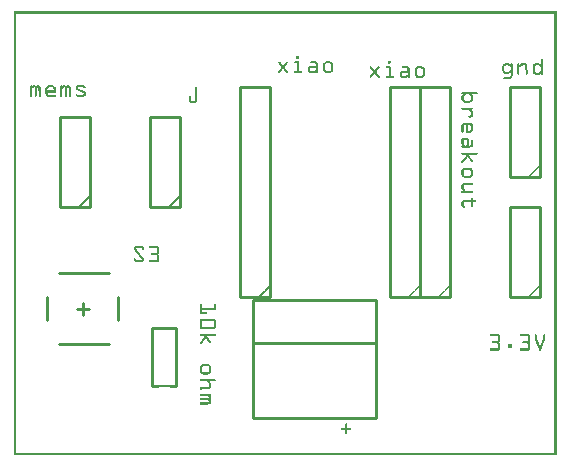
<source format=gto>
G04 MADE WITH FRITZING*
G04 WWW.FRITZING.ORG*
G04 DOUBLE SIDED*
G04 HOLES PLATED*
G04 CONTOUR ON CENTER OF CONTOUR VECTOR*
%ASAXBY*%
%FSLAX23Y23*%
%MOIN*%
%OFA0B0*%
%SFA1.0B1.0*%
%ADD10C,0.010000*%
%ADD11C,0.010417*%
%ADD12C,0.005000*%
%ADD13R,0.001000X0.001000*%
%LNSILK1*%
G90*
G70*
G54D10*
X350Y527D02*
X350Y449D01*
D02*
X153Y606D02*
X320Y606D01*
D02*
X153Y370D02*
X320Y370D01*
D02*
X113Y527D02*
X113Y449D01*
D02*
X231Y508D02*
X231Y468D01*
D02*
X251Y488D02*
X212Y488D01*
G54D11*
D02*
X799Y122D02*
X1209Y122D01*
D02*
X1209Y122D02*
X1209Y517D01*
D02*
X1209Y517D02*
X799Y517D01*
D02*
X799Y517D02*
X799Y122D01*
D02*
X1209Y375D02*
X799Y375D01*
G54D10*
D02*
X1454Y527D02*
X1454Y1227D01*
D02*
X1454Y1227D02*
X1354Y1227D01*
D02*
X1354Y1227D02*
X1354Y527D01*
D02*
X1354Y527D02*
X1454Y527D01*
D02*
X1754Y927D02*
X1754Y1227D01*
D02*
X1754Y1227D02*
X1654Y1227D01*
D02*
X1654Y1227D02*
X1654Y927D01*
D02*
X1654Y927D02*
X1754Y927D01*
D02*
X254Y827D02*
X254Y1127D01*
D02*
X254Y1127D02*
X154Y1127D01*
D02*
X154Y1127D02*
X154Y827D01*
D02*
X154Y827D02*
X254Y827D01*
G54D12*
D02*
X254Y862D02*
X219Y827D01*
G54D10*
D02*
X854Y527D02*
X854Y1227D01*
D02*
X854Y1227D02*
X754Y1227D01*
D02*
X754Y1227D02*
X754Y527D01*
D02*
X754Y527D02*
X854Y527D01*
D02*
X1354Y527D02*
X1354Y1227D01*
D02*
X1354Y1227D02*
X1254Y1227D01*
D02*
X1254Y1227D02*
X1254Y527D01*
D02*
X1254Y527D02*
X1354Y527D01*
D02*
X554Y827D02*
X554Y1127D01*
D02*
X554Y1127D02*
X454Y1127D01*
D02*
X454Y1127D02*
X454Y827D01*
D02*
X454Y827D02*
X554Y827D01*
G54D12*
D02*
X554Y862D02*
X519Y827D01*
G54D10*
D02*
X1754Y527D02*
X1754Y827D01*
D02*
X1754Y827D02*
X1654Y827D01*
D02*
X1654Y827D02*
X1654Y527D01*
D02*
X1654Y527D02*
X1754Y527D01*
G54D13*
X1Y1479D02*
X1811Y1479D01*
X1Y1478D02*
X1811Y1478D01*
X1Y1477D02*
X1811Y1477D01*
X1Y1476D02*
X1811Y1476D01*
X1Y1475D02*
X1811Y1475D01*
X1Y1474D02*
X1811Y1474D01*
X1Y1473D02*
X1811Y1473D01*
X1Y1472D02*
X1811Y1472D01*
X1Y1471D02*
X8Y1471D01*
X1804Y1471D02*
X1811Y1471D01*
X1Y1470D02*
X8Y1470D01*
X1804Y1470D02*
X1811Y1470D01*
X1Y1469D02*
X8Y1469D01*
X1804Y1469D02*
X1811Y1469D01*
X1Y1468D02*
X8Y1468D01*
X1804Y1468D02*
X1811Y1468D01*
X1Y1467D02*
X8Y1467D01*
X1804Y1467D02*
X1811Y1467D01*
X1Y1466D02*
X8Y1466D01*
X1804Y1466D02*
X1811Y1466D01*
X1Y1465D02*
X8Y1465D01*
X1804Y1465D02*
X1811Y1465D01*
X1Y1464D02*
X8Y1464D01*
X1804Y1464D02*
X1811Y1464D01*
X1Y1463D02*
X8Y1463D01*
X1804Y1463D02*
X1811Y1463D01*
X1Y1462D02*
X8Y1462D01*
X1804Y1462D02*
X1811Y1462D01*
X1Y1461D02*
X8Y1461D01*
X1804Y1461D02*
X1811Y1461D01*
X1Y1460D02*
X8Y1460D01*
X1804Y1460D02*
X1811Y1460D01*
X1Y1459D02*
X8Y1459D01*
X1804Y1459D02*
X1811Y1459D01*
X1Y1458D02*
X8Y1458D01*
X1804Y1458D02*
X1811Y1458D01*
X1Y1457D02*
X8Y1457D01*
X1804Y1457D02*
X1811Y1457D01*
X1Y1456D02*
X8Y1456D01*
X1804Y1456D02*
X1811Y1456D01*
X1Y1455D02*
X8Y1455D01*
X1804Y1455D02*
X1811Y1455D01*
X1Y1454D02*
X8Y1454D01*
X1804Y1454D02*
X1811Y1454D01*
X1Y1453D02*
X8Y1453D01*
X1804Y1453D02*
X1811Y1453D01*
X1Y1452D02*
X8Y1452D01*
X1804Y1452D02*
X1811Y1452D01*
X1Y1451D02*
X8Y1451D01*
X1804Y1451D02*
X1811Y1451D01*
X1Y1450D02*
X8Y1450D01*
X1804Y1450D02*
X1811Y1450D01*
X1Y1449D02*
X8Y1449D01*
X1804Y1449D02*
X1811Y1449D01*
X1Y1448D02*
X8Y1448D01*
X1804Y1448D02*
X1811Y1448D01*
X1Y1447D02*
X8Y1447D01*
X1804Y1447D02*
X1811Y1447D01*
X1Y1446D02*
X8Y1446D01*
X1804Y1446D02*
X1811Y1446D01*
X1Y1445D02*
X8Y1445D01*
X1804Y1445D02*
X1811Y1445D01*
X1Y1444D02*
X8Y1444D01*
X1804Y1444D02*
X1811Y1444D01*
X1Y1443D02*
X8Y1443D01*
X1804Y1443D02*
X1811Y1443D01*
X1Y1442D02*
X8Y1442D01*
X1804Y1442D02*
X1811Y1442D01*
X1Y1441D02*
X8Y1441D01*
X1804Y1441D02*
X1811Y1441D01*
X1Y1440D02*
X8Y1440D01*
X1804Y1440D02*
X1811Y1440D01*
X1Y1439D02*
X8Y1439D01*
X1804Y1439D02*
X1811Y1439D01*
X1Y1438D02*
X8Y1438D01*
X1804Y1438D02*
X1811Y1438D01*
X1Y1437D02*
X8Y1437D01*
X1804Y1437D02*
X1811Y1437D01*
X1Y1436D02*
X8Y1436D01*
X1804Y1436D02*
X1811Y1436D01*
X1Y1435D02*
X8Y1435D01*
X1804Y1435D02*
X1811Y1435D01*
X1Y1434D02*
X8Y1434D01*
X1804Y1434D02*
X1811Y1434D01*
X1Y1433D02*
X8Y1433D01*
X1804Y1433D02*
X1811Y1433D01*
X1Y1432D02*
X8Y1432D01*
X1804Y1432D02*
X1811Y1432D01*
X1Y1431D02*
X8Y1431D01*
X1804Y1431D02*
X1811Y1431D01*
X1Y1430D02*
X8Y1430D01*
X1804Y1430D02*
X1811Y1430D01*
X1Y1429D02*
X8Y1429D01*
X1804Y1429D02*
X1811Y1429D01*
X1Y1428D02*
X8Y1428D01*
X1804Y1428D02*
X1811Y1428D01*
X1Y1427D02*
X8Y1427D01*
X1804Y1427D02*
X1811Y1427D01*
X1Y1426D02*
X8Y1426D01*
X1804Y1426D02*
X1811Y1426D01*
X1Y1425D02*
X8Y1425D01*
X1804Y1425D02*
X1811Y1425D01*
X1Y1424D02*
X8Y1424D01*
X1804Y1424D02*
X1811Y1424D01*
X1Y1423D02*
X8Y1423D01*
X1804Y1423D02*
X1811Y1423D01*
X1Y1422D02*
X8Y1422D01*
X1804Y1422D02*
X1811Y1422D01*
X1Y1421D02*
X8Y1421D01*
X1804Y1421D02*
X1811Y1421D01*
X1Y1420D02*
X8Y1420D01*
X1804Y1420D02*
X1811Y1420D01*
X1Y1419D02*
X8Y1419D01*
X1804Y1419D02*
X1811Y1419D01*
X1Y1418D02*
X8Y1418D01*
X1804Y1418D02*
X1811Y1418D01*
X1Y1417D02*
X8Y1417D01*
X1804Y1417D02*
X1811Y1417D01*
X1Y1416D02*
X8Y1416D01*
X1804Y1416D02*
X1811Y1416D01*
X1Y1415D02*
X8Y1415D01*
X1804Y1415D02*
X1811Y1415D01*
X1Y1414D02*
X8Y1414D01*
X1804Y1414D02*
X1811Y1414D01*
X1Y1413D02*
X8Y1413D01*
X1804Y1413D02*
X1811Y1413D01*
X1Y1412D02*
X8Y1412D01*
X1804Y1412D02*
X1811Y1412D01*
X1Y1411D02*
X8Y1411D01*
X1804Y1411D02*
X1811Y1411D01*
X1Y1410D02*
X8Y1410D01*
X1804Y1410D02*
X1811Y1410D01*
X1Y1409D02*
X8Y1409D01*
X1804Y1409D02*
X1811Y1409D01*
X1Y1408D02*
X8Y1408D01*
X1804Y1408D02*
X1811Y1408D01*
X1Y1407D02*
X8Y1407D01*
X1804Y1407D02*
X1811Y1407D01*
X1Y1406D02*
X8Y1406D01*
X1804Y1406D02*
X1811Y1406D01*
X1Y1405D02*
X8Y1405D01*
X1804Y1405D02*
X1811Y1405D01*
X1Y1404D02*
X8Y1404D01*
X1804Y1404D02*
X1811Y1404D01*
X1Y1403D02*
X8Y1403D01*
X1804Y1403D02*
X1811Y1403D01*
X1Y1402D02*
X8Y1402D01*
X1804Y1402D02*
X1811Y1402D01*
X1Y1401D02*
X8Y1401D01*
X1804Y1401D02*
X1811Y1401D01*
X1Y1400D02*
X8Y1400D01*
X1804Y1400D02*
X1811Y1400D01*
X1Y1399D02*
X8Y1399D01*
X1804Y1399D02*
X1811Y1399D01*
X1Y1398D02*
X8Y1398D01*
X1804Y1398D02*
X1811Y1398D01*
X1Y1397D02*
X8Y1397D01*
X1804Y1397D02*
X1811Y1397D01*
X1Y1396D02*
X8Y1396D01*
X1804Y1396D02*
X1811Y1396D01*
X1Y1395D02*
X8Y1395D01*
X1804Y1395D02*
X1811Y1395D01*
X1Y1394D02*
X8Y1394D01*
X1804Y1394D02*
X1811Y1394D01*
X1Y1393D02*
X8Y1393D01*
X1804Y1393D02*
X1811Y1393D01*
X1Y1392D02*
X8Y1392D01*
X1804Y1392D02*
X1811Y1392D01*
X1Y1391D02*
X8Y1391D01*
X1804Y1391D02*
X1811Y1391D01*
X1Y1390D02*
X8Y1390D01*
X1804Y1390D02*
X1811Y1390D01*
X1Y1389D02*
X8Y1389D01*
X1804Y1389D02*
X1811Y1389D01*
X1Y1388D02*
X8Y1388D01*
X1804Y1388D02*
X1811Y1388D01*
X1Y1387D02*
X8Y1387D01*
X1804Y1387D02*
X1811Y1387D01*
X1Y1386D02*
X8Y1386D01*
X1804Y1386D02*
X1811Y1386D01*
X1Y1385D02*
X8Y1385D01*
X1804Y1385D02*
X1811Y1385D01*
X1Y1384D02*
X8Y1384D01*
X1804Y1384D02*
X1811Y1384D01*
X1Y1383D02*
X8Y1383D01*
X1804Y1383D02*
X1811Y1383D01*
X1Y1382D02*
X8Y1382D01*
X1804Y1382D02*
X1811Y1382D01*
X1Y1381D02*
X8Y1381D01*
X1804Y1381D02*
X1811Y1381D01*
X1Y1380D02*
X8Y1380D01*
X1804Y1380D02*
X1811Y1380D01*
X1Y1379D02*
X8Y1379D01*
X1804Y1379D02*
X1811Y1379D01*
X1Y1378D02*
X8Y1378D01*
X1804Y1378D02*
X1811Y1378D01*
X1Y1377D02*
X8Y1377D01*
X1804Y1377D02*
X1811Y1377D01*
X1Y1376D02*
X8Y1376D01*
X1804Y1376D02*
X1811Y1376D01*
X1Y1375D02*
X8Y1375D01*
X1804Y1375D02*
X1811Y1375D01*
X1Y1374D02*
X8Y1374D01*
X1804Y1374D02*
X1811Y1374D01*
X1Y1373D02*
X8Y1373D01*
X1804Y1373D02*
X1811Y1373D01*
X1Y1372D02*
X8Y1372D01*
X1804Y1372D02*
X1811Y1372D01*
X1Y1371D02*
X8Y1371D01*
X1804Y1371D02*
X1811Y1371D01*
X1Y1370D02*
X8Y1370D01*
X1804Y1370D02*
X1811Y1370D01*
X1Y1369D02*
X8Y1369D01*
X1804Y1369D02*
X1811Y1369D01*
X1Y1368D02*
X8Y1368D01*
X1804Y1368D02*
X1811Y1368D01*
X1Y1367D02*
X8Y1367D01*
X1804Y1367D02*
X1811Y1367D01*
X1Y1366D02*
X8Y1366D01*
X1804Y1366D02*
X1811Y1366D01*
X1Y1365D02*
X8Y1365D01*
X1804Y1365D02*
X1811Y1365D01*
X1Y1364D02*
X8Y1364D01*
X1804Y1364D02*
X1811Y1364D01*
X1Y1363D02*
X8Y1363D01*
X1804Y1363D02*
X1811Y1363D01*
X1Y1362D02*
X8Y1362D01*
X1804Y1362D02*
X1811Y1362D01*
X1Y1361D02*
X8Y1361D01*
X1804Y1361D02*
X1811Y1361D01*
X1Y1360D02*
X8Y1360D01*
X1804Y1360D02*
X1811Y1360D01*
X1Y1359D02*
X8Y1359D01*
X1804Y1359D02*
X1811Y1359D01*
X1Y1358D02*
X8Y1358D01*
X1804Y1358D02*
X1811Y1358D01*
X1Y1357D02*
X8Y1357D01*
X1804Y1357D02*
X1811Y1357D01*
X1Y1356D02*
X8Y1356D01*
X1804Y1356D02*
X1811Y1356D01*
X1Y1355D02*
X8Y1355D01*
X1804Y1355D02*
X1811Y1355D01*
X1Y1354D02*
X8Y1354D01*
X1804Y1354D02*
X1811Y1354D01*
X1Y1353D02*
X8Y1353D01*
X1804Y1353D02*
X1811Y1353D01*
X1Y1352D02*
X8Y1352D01*
X1804Y1352D02*
X1811Y1352D01*
X1Y1351D02*
X8Y1351D01*
X1804Y1351D02*
X1811Y1351D01*
X1Y1350D02*
X8Y1350D01*
X1804Y1350D02*
X1811Y1350D01*
X1Y1349D02*
X8Y1349D01*
X1804Y1349D02*
X1811Y1349D01*
X1Y1348D02*
X8Y1348D01*
X1804Y1348D02*
X1811Y1348D01*
X1Y1347D02*
X8Y1347D01*
X1804Y1347D02*
X1811Y1347D01*
X1Y1346D02*
X8Y1346D01*
X1804Y1346D02*
X1811Y1346D01*
X1Y1345D02*
X8Y1345D01*
X1804Y1345D02*
X1811Y1345D01*
X1Y1344D02*
X8Y1344D01*
X1804Y1344D02*
X1811Y1344D01*
X1Y1343D02*
X8Y1343D01*
X1804Y1343D02*
X1811Y1343D01*
X1Y1342D02*
X8Y1342D01*
X1804Y1342D02*
X1811Y1342D01*
X1Y1341D02*
X8Y1341D01*
X1804Y1341D02*
X1811Y1341D01*
X1Y1340D02*
X8Y1340D01*
X1804Y1340D02*
X1811Y1340D01*
X1Y1339D02*
X8Y1339D01*
X1804Y1339D02*
X1811Y1339D01*
X1Y1338D02*
X8Y1338D01*
X1804Y1338D02*
X1811Y1338D01*
X1Y1337D02*
X8Y1337D01*
X1804Y1337D02*
X1811Y1337D01*
X1Y1336D02*
X8Y1336D01*
X1804Y1336D02*
X1811Y1336D01*
X1Y1335D02*
X8Y1335D01*
X1804Y1335D02*
X1811Y1335D01*
X1Y1334D02*
X8Y1334D01*
X1804Y1334D02*
X1811Y1334D01*
X1Y1333D02*
X8Y1333D01*
X1804Y1333D02*
X1811Y1333D01*
X1Y1332D02*
X8Y1332D01*
X1804Y1332D02*
X1811Y1332D01*
X1Y1331D02*
X8Y1331D01*
X1804Y1331D02*
X1811Y1331D01*
X1Y1330D02*
X8Y1330D01*
X1804Y1330D02*
X1811Y1330D01*
X1Y1329D02*
X8Y1329D01*
X944Y1329D02*
X951Y1329D01*
X1804Y1329D02*
X1811Y1329D01*
X1Y1328D02*
X8Y1328D01*
X943Y1328D02*
X952Y1328D01*
X1804Y1328D02*
X1811Y1328D01*
X1Y1327D02*
X8Y1327D01*
X943Y1327D02*
X952Y1327D01*
X1804Y1327D02*
X1811Y1327D01*
X1Y1326D02*
X8Y1326D01*
X942Y1326D02*
X952Y1326D01*
X1804Y1326D02*
X1811Y1326D01*
X1Y1325D02*
X8Y1325D01*
X942Y1325D02*
X952Y1325D01*
X1804Y1325D02*
X1811Y1325D01*
X1Y1324D02*
X8Y1324D01*
X942Y1324D02*
X952Y1324D01*
X1804Y1324D02*
X1811Y1324D01*
X1Y1323D02*
X8Y1323D01*
X943Y1323D02*
X952Y1323D01*
X1804Y1323D02*
X1811Y1323D01*
X1Y1322D02*
X8Y1322D01*
X943Y1322D02*
X952Y1322D01*
X1804Y1322D02*
X1811Y1322D01*
X1Y1321D02*
X8Y1321D01*
X944Y1321D02*
X951Y1321D01*
X1760Y1321D02*
X1762Y1321D01*
X1804Y1321D02*
X1811Y1321D01*
X1Y1320D02*
X8Y1320D01*
X946Y1320D02*
X948Y1320D01*
X1759Y1320D02*
X1763Y1320D01*
X1804Y1320D02*
X1811Y1320D01*
X1Y1319D02*
X8Y1319D01*
X1758Y1319D02*
X1764Y1319D01*
X1804Y1319D02*
X1811Y1319D01*
X1Y1318D02*
X8Y1318D01*
X1758Y1318D02*
X1764Y1318D01*
X1804Y1318D02*
X1811Y1318D01*
X1Y1317D02*
X8Y1317D01*
X1758Y1317D02*
X1764Y1317D01*
X1804Y1317D02*
X1811Y1317D01*
X1Y1316D02*
X8Y1316D01*
X1758Y1316D02*
X1764Y1316D01*
X1804Y1316D02*
X1811Y1316D01*
X1Y1315D02*
X8Y1315D01*
X1758Y1315D02*
X1764Y1315D01*
X1804Y1315D02*
X1811Y1315D01*
X1Y1314D02*
X8Y1314D01*
X1758Y1314D02*
X1764Y1314D01*
X1804Y1314D02*
X1811Y1314D01*
X1Y1313D02*
X8Y1313D01*
X1249Y1313D02*
X1256Y1313D01*
X1758Y1313D02*
X1764Y1313D01*
X1804Y1313D02*
X1811Y1313D01*
X1Y1312D02*
X8Y1312D01*
X885Y1312D02*
X886Y1312D01*
X911Y1312D02*
X913Y1312D01*
X938Y1312D02*
X950Y1312D01*
X991Y1312D02*
X1007Y1312D01*
X1043Y1312D02*
X1056Y1312D01*
X1248Y1312D02*
X1257Y1312D01*
X1758Y1312D02*
X1764Y1312D01*
X1804Y1312D02*
X1811Y1312D01*
X1Y1311D02*
X8Y1311D01*
X884Y1311D02*
X888Y1311D01*
X910Y1311D02*
X914Y1311D01*
X936Y1311D02*
X951Y1311D01*
X990Y1311D02*
X1010Y1311D01*
X1040Y1311D02*
X1058Y1311D01*
X1248Y1311D02*
X1257Y1311D01*
X1758Y1311D02*
X1764Y1311D01*
X1804Y1311D02*
X1811Y1311D01*
X1Y1310D02*
X8Y1310D01*
X883Y1310D02*
X889Y1310D01*
X909Y1310D02*
X914Y1310D01*
X936Y1310D02*
X952Y1310D01*
X989Y1310D02*
X1011Y1310D01*
X1039Y1310D02*
X1060Y1310D01*
X1248Y1310D02*
X1257Y1310D01*
X1758Y1310D02*
X1764Y1310D01*
X1804Y1310D02*
X1811Y1310D01*
X1Y1309D02*
X8Y1309D01*
X883Y1309D02*
X890Y1309D01*
X908Y1309D02*
X915Y1309D01*
X936Y1309D02*
X952Y1309D01*
X989Y1309D02*
X1012Y1309D01*
X1038Y1309D02*
X1061Y1309D01*
X1248Y1309D02*
X1257Y1309D01*
X1758Y1309D02*
X1764Y1309D01*
X1804Y1309D02*
X1811Y1309D01*
X1Y1308D02*
X8Y1308D01*
X883Y1308D02*
X890Y1308D01*
X907Y1308D02*
X915Y1308D01*
X936Y1308D02*
X952Y1308D01*
X989Y1308D02*
X1013Y1308D01*
X1037Y1308D02*
X1062Y1308D01*
X1248Y1308D02*
X1257Y1308D01*
X1758Y1308D02*
X1764Y1308D01*
X1804Y1308D02*
X1811Y1308D01*
X1Y1307D02*
X8Y1307D01*
X883Y1307D02*
X891Y1307D01*
X906Y1307D02*
X914Y1307D01*
X936Y1307D02*
X952Y1307D01*
X990Y1307D02*
X1014Y1307D01*
X1036Y1307D02*
X1063Y1307D01*
X1248Y1307D02*
X1257Y1307D01*
X1758Y1307D02*
X1764Y1307D01*
X1804Y1307D02*
X1811Y1307D01*
X1Y1306D02*
X8Y1306D01*
X884Y1306D02*
X892Y1306D01*
X905Y1306D02*
X913Y1306D01*
X937Y1306D02*
X952Y1306D01*
X991Y1306D02*
X1014Y1306D01*
X1035Y1306D02*
X1064Y1306D01*
X1248Y1306D02*
X1257Y1306D01*
X1640Y1306D02*
X1651Y1306D01*
X1659Y1306D02*
X1662Y1306D01*
X1682Y1306D02*
X1685Y1306D01*
X1696Y1306D02*
X1706Y1306D01*
X1740Y1306D02*
X1751Y1306D01*
X1758Y1306D02*
X1764Y1306D01*
X1804Y1306D02*
X1811Y1306D01*
X1Y1305D02*
X8Y1305D01*
X885Y1305D02*
X893Y1305D01*
X905Y1305D02*
X913Y1305D01*
X946Y1305D02*
X952Y1305D01*
X1007Y1305D02*
X1015Y1305D01*
X1034Y1305D02*
X1043Y1305D01*
X1055Y1305D02*
X1065Y1305D01*
X1249Y1305D02*
X1256Y1305D01*
X1638Y1305D02*
X1653Y1305D01*
X1658Y1305D02*
X1663Y1305D01*
X1681Y1305D02*
X1686Y1305D01*
X1694Y1305D02*
X1708Y1305D01*
X1738Y1305D02*
X1753Y1305D01*
X1758Y1305D02*
X1764Y1305D01*
X1804Y1305D02*
X1811Y1305D01*
X1Y1304D02*
X8Y1304D01*
X886Y1304D02*
X894Y1304D01*
X904Y1304D02*
X912Y1304D01*
X946Y1304D02*
X952Y1304D01*
X1008Y1304D02*
X1015Y1304D01*
X1034Y1304D02*
X1042Y1304D01*
X1057Y1304D02*
X1065Y1304D01*
X1250Y1304D02*
X1255Y1304D01*
X1636Y1304D02*
X1654Y1304D01*
X1658Y1304D02*
X1664Y1304D01*
X1681Y1304D02*
X1686Y1304D01*
X1693Y1304D02*
X1710Y1304D01*
X1737Y1304D02*
X1755Y1304D01*
X1758Y1304D02*
X1764Y1304D01*
X1804Y1304D02*
X1811Y1304D01*
X1Y1303D02*
X8Y1303D01*
X886Y1303D02*
X895Y1303D01*
X903Y1303D02*
X911Y1303D01*
X946Y1303D02*
X952Y1303D01*
X1009Y1303D02*
X1015Y1303D01*
X1033Y1303D02*
X1040Y1303D01*
X1058Y1303D02*
X1066Y1303D01*
X1635Y1303D02*
X1655Y1303D01*
X1658Y1303D02*
X1664Y1303D01*
X1680Y1303D02*
X1686Y1303D01*
X1691Y1303D02*
X1710Y1303D01*
X1735Y1303D02*
X1756Y1303D01*
X1758Y1303D02*
X1764Y1303D01*
X1804Y1303D02*
X1811Y1303D01*
X1Y1302D02*
X8Y1302D01*
X887Y1302D02*
X895Y1302D01*
X902Y1302D02*
X910Y1302D01*
X946Y1302D02*
X952Y1302D01*
X1009Y1302D02*
X1015Y1302D01*
X1033Y1302D02*
X1039Y1302D01*
X1059Y1302D02*
X1066Y1302D01*
X1634Y1302D02*
X1664Y1302D01*
X1680Y1302D02*
X1686Y1302D01*
X1689Y1302D02*
X1711Y1302D01*
X1734Y1302D02*
X1764Y1302D01*
X1804Y1302D02*
X1811Y1302D01*
X1Y1301D02*
X8Y1301D01*
X888Y1301D02*
X896Y1301D01*
X901Y1301D02*
X909Y1301D01*
X946Y1301D02*
X952Y1301D01*
X1009Y1301D02*
X1015Y1301D01*
X1033Y1301D02*
X1039Y1301D01*
X1060Y1301D02*
X1066Y1301D01*
X1633Y1301D02*
X1664Y1301D01*
X1680Y1301D02*
X1712Y1301D01*
X1733Y1301D02*
X1764Y1301D01*
X1804Y1301D02*
X1811Y1301D01*
X1Y1300D02*
X8Y1300D01*
X889Y1300D02*
X897Y1300D01*
X900Y1300D02*
X909Y1300D01*
X946Y1300D02*
X952Y1300D01*
X1009Y1300D02*
X1015Y1300D01*
X1033Y1300D02*
X1039Y1300D01*
X1060Y1300D02*
X1066Y1300D01*
X1632Y1300D02*
X1664Y1300D01*
X1680Y1300D02*
X1712Y1300D01*
X1733Y1300D02*
X1764Y1300D01*
X1804Y1300D02*
X1811Y1300D01*
X1Y1299D02*
X8Y1299D01*
X890Y1299D02*
X898Y1299D01*
X900Y1299D02*
X908Y1299D01*
X946Y1299D02*
X952Y1299D01*
X1009Y1299D02*
X1015Y1299D01*
X1033Y1299D02*
X1039Y1299D01*
X1060Y1299D02*
X1066Y1299D01*
X1631Y1299D02*
X1640Y1299D01*
X1650Y1299D02*
X1664Y1299D01*
X1680Y1299D02*
X1697Y1299D01*
X1705Y1299D02*
X1713Y1299D01*
X1732Y1299D02*
X1741Y1299D01*
X1751Y1299D02*
X1764Y1299D01*
X1804Y1299D02*
X1811Y1299D01*
X1Y1298D02*
X8Y1298D01*
X891Y1298D02*
X907Y1298D01*
X946Y1298D02*
X952Y1298D01*
X1009Y1298D02*
X1015Y1298D01*
X1033Y1298D02*
X1039Y1298D01*
X1060Y1298D02*
X1066Y1298D01*
X1631Y1298D02*
X1639Y1298D01*
X1651Y1298D02*
X1664Y1298D01*
X1680Y1298D02*
X1695Y1298D01*
X1706Y1298D02*
X1713Y1298D01*
X1731Y1298D02*
X1739Y1298D01*
X1752Y1298D02*
X1764Y1298D01*
X1804Y1298D02*
X1811Y1298D01*
X1Y1297D02*
X8Y1297D01*
X891Y1297D02*
X906Y1297D01*
X946Y1297D02*
X952Y1297D01*
X989Y1297D02*
X1015Y1297D01*
X1033Y1297D02*
X1039Y1297D01*
X1060Y1297D02*
X1066Y1297D01*
X1631Y1297D02*
X1638Y1297D01*
X1653Y1297D02*
X1664Y1297D01*
X1680Y1297D02*
X1694Y1297D01*
X1707Y1297D02*
X1713Y1297D01*
X1731Y1297D02*
X1738Y1297D01*
X1753Y1297D02*
X1764Y1297D01*
X1804Y1297D02*
X1811Y1297D01*
X1Y1296D02*
X8Y1296D01*
X892Y1296D02*
X905Y1296D01*
X946Y1296D02*
X952Y1296D01*
X987Y1296D02*
X1015Y1296D01*
X1033Y1296D02*
X1039Y1296D01*
X1060Y1296D02*
X1066Y1296D01*
X1191Y1296D02*
X1191Y1296D01*
X1217Y1296D02*
X1217Y1296D01*
X1244Y1296D02*
X1254Y1296D01*
X1298Y1296D02*
X1311Y1296D01*
X1350Y1296D02*
X1360Y1296D01*
X1630Y1296D02*
X1637Y1296D01*
X1654Y1296D02*
X1664Y1296D01*
X1680Y1296D02*
X1692Y1296D01*
X1707Y1296D02*
X1713Y1296D01*
X1731Y1296D02*
X1737Y1296D01*
X1754Y1296D02*
X1764Y1296D01*
X1804Y1296D02*
X1811Y1296D01*
X1Y1295D02*
X8Y1295D01*
X893Y1295D02*
X904Y1295D01*
X946Y1295D02*
X952Y1295D01*
X986Y1295D02*
X1015Y1295D01*
X1033Y1295D02*
X1039Y1295D01*
X1060Y1295D02*
X1066Y1295D01*
X1189Y1295D02*
X1193Y1295D01*
X1215Y1295D02*
X1219Y1295D01*
X1242Y1295D02*
X1256Y1295D01*
X1296Y1295D02*
X1315Y1295D01*
X1346Y1295D02*
X1363Y1295D01*
X1630Y1295D02*
X1636Y1295D01*
X1655Y1295D02*
X1664Y1295D01*
X1680Y1295D02*
X1691Y1295D01*
X1707Y1295D02*
X1713Y1295D01*
X1731Y1295D02*
X1737Y1295D01*
X1755Y1295D02*
X1764Y1295D01*
X1804Y1295D02*
X1811Y1295D01*
X1Y1294D02*
X8Y1294D01*
X894Y1294D02*
X904Y1294D01*
X946Y1294D02*
X952Y1294D01*
X985Y1294D02*
X1015Y1294D01*
X1033Y1294D02*
X1039Y1294D01*
X1060Y1294D02*
X1066Y1294D01*
X1188Y1294D02*
X1194Y1294D01*
X1214Y1294D02*
X1220Y1294D01*
X1241Y1294D02*
X1257Y1294D01*
X1295Y1294D02*
X1316Y1294D01*
X1345Y1294D02*
X1365Y1294D01*
X1630Y1294D02*
X1636Y1294D01*
X1656Y1294D02*
X1664Y1294D01*
X1680Y1294D02*
X1689Y1294D01*
X1707Y1294D02*
X1713Y1294D01*
X1731Y1294D02*
X1737Y1294D01*
X1756Y1294D02*
X1764Y1294D01*
X1804Y1294D02*
X1811Y1294D01*
X1Y1293D02*
X8Y1293D01*
X894Y1293D02*
X903Y1293D01*
X946Y1293D02*
X952Y1293D01*
X984Y1293D02*
X1015Y1293D01*
X1033Y1293D02*
X1039Y1293D01*
X1060Y1293D02*
X1066Y1293D01*
X1188Y1293D02*
X1195Y1293D01*
X1213Y1293D02*
X1220Y1293D01*
X1241Y1293D02*
X1257Y1293D01*
X1295Y1293D02*
X1317Y1293D01*
X1343Y1293D02*
X1366Y1293D01*
X1630Y1293D02*
X1636Y1293D01*
X1657Y1293D02*
X1664Y1293D01*
X1680Y1293D02*
X1687Y1293D01*
X1707Y1293D02*
X1713Y1293D01*
X1731Y1293D02*
X1737Y1293D01*
X1757Y1293D02*
X1764Y1293D01*
X1804Y1293D02*
X1811Y1293D01*
X1Y1292D02*
X8Y1292D01*
X894Y1292D02*
X904Y1292D01*
X946Y1292D02*
X952Y1292D01*
X984Y1292D02*
X1015Y1292D01*
X1033Y1292D02*
X1039Y1292D01*
X1060Y1292D02*
X1066Y1292D01*
X1188Y1292D02*
X1196Y1292D01*
X1213Y1292D02*
X1220Y1292D01*
X1241Y1292D02*
X1257Y1292D01*
X1295Y1292D02*
X1318Y1292D01*
X1342Y1292D02*
X1367Y1292D01*
X1630Y1292D02*
X1636Y1292D01*
X1658Y1292D02*
X1664Y1292D01*
X1680Y1292D02*
X1686Y1292D01*
X1707Y1292D02*
X1713Y1292D01*
X1731Y1292D02*
X1737Y1292D01*
X1758Y1292D02*
X1764Y1292D01*
X1804Y1292D02*
X1811Y1292D01*
X1Y1291D02*
X8Y1291D01*
X893Y1291D02*
X904Y1291D01*
X946Y1291D02*
X952Y1291D01*
X983Y1291D02*
X1015Y1291D01*
X1033Y1291D02*
X1039Y1291D01*
X1060Y1291D02*
X1066Y1291D01*
X1188Y1291D02*
X1196Y1291D01*
X1212Y1291D02*
X1220Y1291D01*
X1241Y1291D02*
X1257Y1291D01*
X1295Y1291D02*
X1319Y1291D01*
X1341Y1291D02*
X1368Y1291D01*
X1630Y1291D02*
X1636Y1291D01*
X1658Y1291D02*
X1664Y1291D01*
X1680Y1291D02*
X1686Y1291D01*
X1707Y1291D02*
X1713Y1291D01*
X1731Y1291D02*
X1737Y1291D01*
X1758Y1291D02*
X1764Y1291D01*
X1804Y1291D02*
X1811Y1291D01*
X1Y1290D02*
X8Y1290D01*
X892Y1290D02*
X905Y1290D01*
X946Y1290D02*
X952Y1290D01*
X983Y1290D02*
X990Y1290D01*
X1008Y1290D02*
X1015Y1290D01*
X1033Y1290D02*
X1039Y1290D01*
X1060Y1290D02*
X1066Y1290D01*
X1189Y1290D02*
X1197Y1290D01*
X1211Y1290D02*
X1219Y1290D01*
X1242Y1290D02*
X1257Y1290D01*
X1296Y1290D02*
X1319Y1290D01*
X1340Y1290D02*
X1369Y1290D01*
X1630Y1290D02*
X1636Y1290D01*
X1658Y1290D02*
X1664Y1290D01*
X1680Y1290D02*
X1686Y1290D01*
X1707Y1290D02*
X1713Y1290D01*
X1731Y1290D02*
X1737Y1290D01*
X1758Y1290D02*
X1764Y1290D01*
X1804Y1290D02*
X1811Y1290D01*
X1Y1289D02*
X8Y1289D01*
X891Y1289D02*
X906Y1289D01*
X946Y1289D02*
X952Y1289D01*
X983Y1289D02*
X989Y1289D01*
X1009Y1289D02*
X1015Y1289D01*
X1033Y1289D02*
X1039Y1289D01*
X1060Y1289D02*
X1066Y1289D01*
X1190Y1289D02*
X1198Y1289D01*
X1210Y1289D02*
X1218Y1289D01*
X1251Y1289D02*
X1257Y1289D01*
X1311Y1289D02*
X1320Y1289D01*
X1340Y1289D02*
X1349Y1289D01*
X1360Y1289D02*
X1370Y1289D01*
X1630Y1289D02*
X1636Y1289D01*
X1658Y1289D02*
X1664Y1289D01*
X1680Y1289D02*
X1686Y1289D01*
X1707Y1289D02*
X1713Y1289D01*
X1731Y1289D02*
X1737Y1289D01*
X1758Y1289D02*
X1764Y1289D01*
X1804Y1289D02*
X1811Y1289D01*
X1Y1288D02*
X8Y1288D01*
X890Y1288D02*
X907Y1288D01*
X946Y1288D02*
X952Y1288D01*
X982Y1288D02*
X989Y1288D01*
X1009Y1288D02*
X1015Y1288D01*
X1033Y1288D02*
X1039Y1288D01*
X1060Y1288D02*
X1066Y1288D01*
X1191Y1288D02*
X1199Y1288D01*
X1209Y1288D02*
X1217Y1288D01*
X1251Y1288D02*
X1257Y1288D01*
X1313Y1288D02*
X1320Y1288D01*
X1339Y1288D02*
X1347Y1288D01*
X1362Y1288D02*
X1370Y1288D01*
X1630Y1288D02*
X1636Y1288D01*
X1658Y1288D02*
X1664Y1288D01*
X1680Y1288D02*
X1686Y1288D01*
X1707Y1288D02*
X1713Y1288D01*
X1731Y1288D02*
X1737Y1288D01*
X1758Y1288D02*
X1764Y1288D01*
X1804Y1288D02*
X1811Y1288D01*
X1Y1287D02*
X8Y1287D01*
X890Y1287D02*
X898Y1287D01*
X900Y1287D02*
X908Y1287D01*
X946Y1287D02*
X952Y1287D01*
X982Y1287D02*
X988Y1287D01*
X1009Y1287D02*
X1016Y1287D01*
X1033Y1287D02*
X1039Y1287D01*
X1060Y1287D02*
X1066Y1287D01*
X1192Y1287D02*
X1200Y1287D01*
X1208Y1287D02*
X1217Y1287D01*
X1251Y1287D02*
X1257Y1287D01*
X1314Y1287D02*
X1320Y1287D01*
X1339Y1287D02*
X1346Y1287D01*
X1364Y1287D02*
X1371Y1287D01*
X1630Y1287D02*
X1636Y1287D01*
X1658Y1287D02*
X1664Y1287D01*
X1680Y1287D02*
X1686Y1287D01*
X1707Y1287D02*
X1713Y1287D01*
X1731Y1287D02*
X1737Y1287D01*
X1758Y1287D02*
X1764Y1287D01*
X1804Y1287D02*
X1811Y1287D01*
X1Y1286D02*
X8Y1286D01*
X889Y1286D02*
X897Y1286D01*
X900Y1286D02*
X909Y1286D01*
X946Y1286D02*
X952Y1286D01*
X982Y1286D02*
X988Y1286D01*
X1009Y1286D02*
X1016Y1286D01*
X1033Y1286D02*
X1039Y1286D01*
X1060Y1286D02*
X1066Y1286D01*
X1192Y1286D02*
X1201Y1286D01*
X1208Y1286D02*
X1216Y1286D01*
X1251Y1286D02*
X1257Y1286D01*
X1314Y1286D02*
X1320Y1286D01*
X1338Y1286D02*
X1345Y1286D01*
X1364Y1286D02*
X1371Y1286D01*
X1630Y1286D02*
X1636Y1286D01*
X1658Y1286D02*
X1664Y1286D01*
X1680Y1286D02*
X1686Y1286D01*
X1707Y1286D02*
X1713Y1286D01*
X1731Y1286D02*
X1737Y1286D01*
X1758Y1286D02*
X1764Y1286D01*
X1804Y1286D02*
X1811Y1286D01*
X1Y1285D02*
X8Y1285D01*
X888Y1285D02*
X896Y1285D01*
X901Y1285D02*
X909Y1285D01*
X946Y1285D02*
X952Y1285D01*
X982Y1285D02*
X988Y1285D01*
X1009Y1285D02*
X1016Y1285D01*
X1033Y1285D02*
X1039Y1285D01*
X1060Y1285D02*
X1066Y1285D01*
X1193Y1285D02*
X1201Y1285D01*
X1207Y1285D02*
X1215Y1285D01*
X1251Y1285D02*
X1257Y1285D01*
X1314Y1285D02*
X1320Y1285D01*
X1338Y1285D02*
X1344Y1285D01*
X1365Y1285D02*
X1371Y1285D01*
X1630Y1285D02*
X1636Y1285D01*
X1658Y1285D02*
X1664Y1285D01*
X1680Y1285D02*
X1686Y1285D01*
X1707Y1285D02*
X1713Y1285D01*
X1731Y1285D02*
X1737Y1285D01*
X1758Y1285D02*
X1764Y1285D01*
X1804Y1285D02*
X1811Y1285D01*
X1Y1284D02*
X8Y1284D01*
X887Y1284D02*
X895Y1284D01*
X902Y1284D02*
X910Y1284D01*
X946Y1284D02*
X952Y1284D01*
X982Y1284D02*
X988Y1284D01*
X1009Y1284D02*
X1016Y1284D01*
X1033Y1284D02*
X1039Y1284D01*
X1060Y1284D02*
X1066Y1284D01*
X1194Y1284D02*
X1202Y1284D01*
X1206Y1284D02*
X1214Y1284D01*
X1251Y1284D02*
X1257Y1284D01*
X1314Y1284D02*
X1320Y1284D01*
X1338Y1284D02*
X1344Y1284D01*
X1365Y1284D02*
X1371Y1284D01*
X1630Y1284D02*
X1636Y1284D01*
X1657Y1284D02*
X1664Y1284D01*
X1680Y1284D02*
X1686Y1284D01*
X1707Y1284D02*
X1713Y1284D01*
X1731Y1284D02*
X1737Y1284D01*
X1758Y1284D02*
X1764Y1284D01*
X1804Y1284D02*
X1811Y1284D01*
X1Y1283D02*
X8Y1283D01*
X886Y1283D02*
X895Y1283D01*
X903Y1283D02*
X911Y1283D01*
X946Y1283D02*
X952Y1283D01*
X982Y1283D02*
X988Y1283D01*
X1007Y1283D02*
X1016Y1283D01*
X1033Y1283D02*
X1040Y1283D01*
X1059Y1283D02*
X1066Y1283D01*
X1195Y1283D02*
X1203Y1283D01*
X1205Y1283D02*
X1213Y1283D01*
X1251Y1283D02*
X1257Y1283D01*
X1314Y1283D02*
X1320Y1283D01*
X1338Y1283D02*
X1344Y1283D01*
X1365Y1283D02*
X1371Y1283D01*
X1630Y1283D02*
X1636Y1283D01*
X1656Y1283D02*
X1664Y1283D01*
X1680Y1283D02*
X1686Y1283D01*
X1708Y1283D02*
X1714Y1283D01*
X1731Y1283D02*
X1737Y1283D01*
X1758Y1283D02*
X1764Y1283D01*
X1804Y1283D02*
X1811Y1283D01*
X1Y1282D02*
X8Y1282D01*
X885Y1282D02*
X894Y1282D01*
X904Y1282D02*
X912Y1282D01*
X946Y1282D02*
X952Y1282D01*
X982Y1282D02*
X989Y1282D01*
X1006Y1282D02*
X1016Y1282D01*
X1033Y1282D02*
X1041Y1282D01*
X1058Y1282D02*
X1065Y1282D01*
X1196Y1282D02*
X1212Y1282D01*
X1251Y1282D02*
X1257Y1282D01*
X1314Y1282D02*
X1321Y1282D01*
X1338Y1282D02*
X1344Y1282D01*
X1365Y1282D02*
X1371Y1282D01*
X1630Y1282D02*
X1636Y1282D01*
X1655Y1282D02*
X1664Y1282D01*
X1680Y1282D02*
X1686Y1282D01*
X1708Y1282D02*
X1714Y1282D01*
X1731Y1282D02*
X1737Y1282D01*
X1758Y1282D02*
X1764Y1282D01*
X1804Y1282D02*
X1811Y1282D01*
X1Y1281D02*
X8Y1281D01*
X885Y1281D02*
X893Y1281D01*
X905Y1281D02*
X913Y1281D01*
X946Y1281D02*
X952Y1281D01*
X983Y1281D02*
X989Y1281D01*
X1004Y1281D02*
X1016Y1281D01*
X1033Y1281D02*
X1042Y1281D01*
X1057Y1281D02*
X1065Y1281D01*
X1197Y1281D02*
X1212Y1281D01*
X1251Y1281D02*
X1257Y1281D01*
X1295Y1281D02*
X1321Y1281D01*
X1338Y1281D02*
X1344Y1281D01*
X1365Y1281D02*
X1371Y1281D01*
X1630Y1281D02*
X1637Y1281D01*
X1654Y1281D02*
X1664Y1281D01*
X1680Y1281D02*
X1686Y1281D01*
X1708Y1281D02*
X1714Y1281D01*
X1731Y1281D02*
X1737Y1281D01*
X1758Y1281D02*
X1764Y1281D01*
X1804Y1281D02*
X1811Y1281D01*
X1Y1280D02*
X8Y1280D01*
X884Y1280D02*
X892Y1280D01*
X905Y1280D02*
X914Y1280D01*
X946Y1280D02*
X952Y1280D01*
X983Y1280D02*
X991Y1280D01*
X1002Y1280D02*
X1016Y1280D01*
X1034Y1280D02*
X1044Y1280D01*
X1055Y1280D02*
X1064Y1280D01*
X1197Y1280D02*
X1211Y1280D01*
X1251Y1280D02*
X1257Y1280D01*
X1293Y1280D02*
X1321Y1280D01*
X1338Y1280D02*
X1344Y1280D01*
X1365Y1280D02*
X1371Y1280D01*
X1631Y1280D02*
X1637Y1280D01*
X1653Y1280D02*
X1664Y1280D01*
X1680Y1280D02*
X1686Y1280D01*
X1708Y1280D02*
X1714Y1280D01*
X1731Y1280D02*
X1737Y1280D01*
X1757Y1280D02*
X1764Y1280D01*
X1804Y1280D02*
X1811Y1280D01*
X1Y1279D02*
X8Y1279D01*
X883Y1279D02*
X891Y1279D01*
X906Y1279D02*
X914Y1279D01*
X937Y1279D02*
X961Y1279D01*
X983Y1279D02*
X1016Y1279D01*
X1035Y1279D02*
X1064Y1279D01*
X1198Y1279D02*
X1210Y1279D01*
X1251Y1279D02*
X1257Y1279D01*
X1292Y1279D02*
X1321Y1279D01*
X1338Y1279D02*
X1344Y1279D01*
X1365Y1279D02*
X1371Y1279D01*
X1631Y1279D02*
X1638Y1279D01*
X1652Y1279D02*
X1664Y1279D01*
X1680Y1279D02*
X1686Y1279D01*
X1708Y1279D02*
X1714Y1279D01*
X1731Y1279D02*
X1737Y1279D01*
X1756Y1279D02*
X1764Y1279D01*
X1804Y1279D02*
X1811Y1279D01*
X1Y1278D02*
X8Y1278D01*
X882Y1278D02*
X890Y1278D01*
X907Y1278D02*
X915Y1278D01*
X936Y1278D02*
X962Y1278D01*
X984Y1278D02*
X1016Y1278D01*
X1036Y1278D02*
X1063Y1278D01*
X1199Y1278D02*
X1209Y1278D01*
X1251Y1278D02*
X1257Y1278D01*
X1291Y1278D02*
X1321Y1278D01*
X1338Y1278D02*
X1344Y1278D01*
X1365Y1278D02*
X1371Y1278D01*
X1631Y1278D02*
X1640Y1278D01*
X1651Y1278D02*
X1664Y1278D01*
X1680Y1278D02*
X1686Y1278D01*
X1708Y1278D02*
X1714Y1278D01*
X1731Y1278D02*
X1737Y1278D01*
X1754Y1278D02*
X1764Y1278D01*
X1804Y1278D02*
X1811Y1278D01*
X1Y1277D02*
X8Y1277D01*
X882Y1277D02*
X890Y1277D01*
X908Y1277D02*
X915Y1277D01*
X936Y1277D02*
X962Y1277D01*
X984Y1277D02*
X1016Y1277D01*
X1037Y1277D02*
X1062Y1277D01*
X1200Y1277D02*
X1208Y1277D01*
X1251Y1277D02*
X1257Y1277D01*
X1290Y1277D02*
X1321Y1277D01*
X1338Y1277D02*
X1344Y1277D01*
X1365Y1277D02*
X1371Y1277D01*
X1632Y1277D02*
X1664Y1277D01*
X1680Y1277D02*
X1686Y1277D01*
X1708Y1277D02*
X1714Y1277D01*
X1731Y1277D02*
X1738Y1277D01*
X1753Y1277D02*
X1764Y1277D01*
X1804Y1277D02*
X1811Y1277D01*
X1Y1276D02*
X8Y1276D01*
X882Y1276D02*
X889Y1276D01*
X909Y1276D02*
X915Y1276D01*
X936Y1276D02*
X962Y1276D01*
X985Y1276D02*
X1008Y1276D01*
X1010Y1276D02*
X1016Y1276D01*
X1038Y1276D02*
X1061Y1276D01*
X1199Y1276D02*
X1209Y1276D01*
X1251Y1276D02*
X1257Y1276D01*
X1289Y1276D02*
X1321Y1276D01*
X1338Y1276D02*
X1344Y1276D01*
X1365Y1276D02*
X1371Y1276D01*
X1633Y1276D02*
X1664Y1276D01*
X1680Y1276D02*
X1686Y1276D01*
X1708Y1276D02*
X1714Y1276D01*
X1731Y1276D02*
X1739Y1276D01*
X1752Y1276D02*
X1764Y1276D01*
X1804Y1276D02*
X1811Y1276D01*
X1Y1275D02*
X8Y1275D01*
X882Y1275D02*
X888Y1275D01*
X910Y1275D02*
X915Y1275D01*
X936Y1275D02*
X962Y1275D01*
X986Y1275D02*
X1007Y1275D01*
X1010Y1275D02*
X1016Y1275D01*
X1039Y1275D02*
X1059Y1275D01*
X1199Y1275D02*
X1210Y1275D01*
X1251Y1275D02*
X1257Y1275D01*
X1289Y1275D02*
X1321Y1275D01*
X1338Y1275D02*
X1344Y1275D01*
X1365Y1275D02*
X1371Y1275D01*
X1634Y1275D02*
X1664Y1275D01*
X1680Y1275D02*
X1686Y1275D01*
X1708Y1275D02*
X1714Y1275D01*
X1732Y1275D02*
X1740Y1275D01*
X1751Y1275D02*
X1764Y1275D01*
X1804Y1275D02*
X1811Y1275D01*
X1Y1274D02*
X8Y1274D01*
X883Y1274D02*
X887Y1274D01*
X910Y1274D02*
X915Y1274D01*
X937Y1274D02*
X961Y1274D01*
X988Y1274D02*
X1005Y1274D01*
X1011Y1274D02*
X1015Y1274D01*
X1041Y1274D02*
X1058Y1274D01*
X1198Y1274D02*
X1211Y1274D01*
X1251Y1274D02*
X1257Y1274D01*
X1288Y1274D02*
X1296Y1274D01*
X1313Y1274D02*
X1321Y1274D01*
X1338Y1274D02*
X1344Y1274D01*
X1365Y1274D02*
X1371Y1274D01*
X1635Y1274D02*
X1656Y1274D01*
X1658Y1274D02*
X1664Y1274D01*
X1680Y1274D02*
X1686Y1274D01*
X1708Y1274D02*
X1714Y1274D01*
X1732Y1274D02*
X1764Y1274D01*
X1804Y1274D02*
X1811Y1274D01*
X1Y1273D02*
X8Y1273D01*
X885Y1273D02*
X885Y1273D01*
X912Y1273D02*
X913Y1273D01*
X938Y1273D02*
X960Y1273D01*
X991Y1273D02*
X1003Y1273D01*
X1013Y1273D02*
X1013Y1273D01*
X1044Y1273D02*
X1055Y1273D01*
X1197Y1273D02*
X1211Y1273D01*
X1251Y1273D02*
X1257Y1273D01*
X1288Y1273D02*
X1295Y1273D01*
X1314Y1273D02*
X1321Y1273D01*
X1338Y1273D02*
X1344Y1273D01*
X1365Y1273D02*
X1371Y1273D01*
X1636Y1273D02*
X1655Y1273D01*
X1658Y1273D02*
X1664Y1273D01*
X1680Y1273D02*
X1686Y1273D01*
X1708Y1273D02*
X1714Y1273D01*
X1733Y1273D02*
X1764Y1273D01*
X1804Y1273D02*
X1811Y1273D01*
X1Y1272D02*
X8Y1272D01*
X1196Y1272D02*
X1212Y1272D01*
X1251Y1272D02*
X1257Y1272D01*
X1288Y1272D02*
X1294Y1272D01*
X1315Y1272D02*
X1321Y1272D01*
X1338Y1272D02*
X1344Y1272D01*
X1365Y1272D02*
X1371Y1272D01*
X1637Y1272D02*
X1653Y1272D01*
X1658Y1272D02*
X1664Y1272D01*
X1680Y1272D02*
X1686Y1272D01*
X1708Y1272D02*
X1714Y1272D01*
X1734Y1272D02*
X1764Y1272D01*
X1804Y1272D02*
X1811Y1272D01*
X1Y1271D02*
X8Y1271D01*
X1195Y1271D02*
X1213Y1271D01*
X1251Y1271D02*
X1257Y1271D01*
X1288Y1271D02*
X1294Y1271D01*
X1315Y1271D02*
X1321Y1271D01*
X1338Y1271D02*
X1344Y1271D01*
X1365Y1271D02*
X1371Y1271D01*
X1639Y1271D02*
X1651Y1271D01*
X1658Y1271D02*
X1664Y1271D01*
X1680Y1271D02*
X1686Y1271D01*
X1708Y1271D02*
X1714Y1271D01*
X1735Y1271D02*
X1756Y1271D01*
X1758Y1271D02*
X1764Y1271D01*
X1804Y1271D02*
X1811Y1271D01*
X1Y1270D02*
X8Y1270D01*
X1194Y1270D02*
X1203Y1270D01*
X1206Y1270D02*
X1214Y1270D01*
X1251Y1270D02*
X1257Y1270D01*
X1288Y1270D02*
X1294Y1270D01*
X1315Y1270D02*
X1321Y1270D01*
X1338Y1270D02*
X1344Y1270D01*
X1365Y1270D02*
X1371Y1270D01*
X1658Y1270D02*
X1664Y1270D01*
X1681Y1270D02*
X1686Y1270D01*
X1708Y1270D02*
X1714Y1270D01*
X1736Y1270D02*
X1755Y1270D01*
X1758Y1270D02*
X1764Y1270D01*
X1804Y1270D02*
X1811Y1270D01*
X1Y1269D02*
X8Y1269D01*
X1194Y1269D02*
X1202Y1269D01*
X1207Y1269D02*
X1215Y1269D01*
X1251Y1269D02*
X1257Y1269D01*
X1288Y1269D02*
X1294Y1269D01*
X1315Y1269D02*
X1321Y1269D01*
X1338Y1269D02*
X1344Y1269D01*
X1365Y1269D02*
X1371Y1269D01*
X1658Y1269D02*
X1664Y1269D01*
X1681Y1269D02*
X1686Y1269D01*
X1708Y1269D02*
X1713Y1269D01*
X1738Y1269D02*
X1754Y1269D01*
X1759Y1269D02*
X1764Y1269D01*
X1804Y1269D02*
X1811Y1269D01*
X1Y1268D02*
X8Y1268D01*
X1193Y1268D02*
X1201Y1268D01*
X1207Y1268D02*
X1216Y1268D01*
X1251Y1268D02*
X1257Y1268D01*
X1288Y1268D02*
X1294Y1268D01*
X1315Y1268D02*
X1321Y1268D01*
X1338Y1268D02*
X1344Y1268D01*
X1365Y1268D02*
X1371Y1268D01*
X1658Y1268D02*
X1664Y1268D01*
X1682Y1268D02*
X1685Y1268D01*
X1709Y1268D02*
X1713Y1268D01*
X1739Y1268D02*
X1752Y1268D01*
X1759Y1268D02*
X1763Y1268D01*
X1804Y1268D02*
X1811Y1268D01*
X1Y1267D02*
X8Y1267D01*
X1192Y1267D02*
X1200Y1267D01*
X1208Y1267D02*
X1216Y1267D01*
X1251Y1267D02*
X1257Y1267D01*
X1288Y1267D02*
X1294Y1267D01*
X1313Y1267D02*
X1321Y1267D01*
X1338Y1267D02*
X1345Y1267D01*
X1365Y1267D02*
X1371Y1267D01*
X1658Y1267D02*
X1664Y1267D01*
X1804Y1267D02*
X1811Y1267D01*
X1Y1266D02*
X8Y1266D01*
X1191Y1266D02*
X1199Y1266D01*
X1209Y1266D02*
X1217Y1266D01*
X1251Y1266D02*
X1257Y1266D01*
X1288Y1266D02*
X1294Y1266D01*
X1311Y1266D02*
X1321Y1266D01*
X1338Y1266D02*
X1346Y1266D01*
X1364Y1266D02*
X1371Y1266D01*
X1658Y1266D02*
X1664Y1266D01*
X1804Y1266D02*
X1811Y1266D01*
X1Y1265D02*
X8Y1265D01*
X1190Y1265D02*
X1198Y1265D01*
X1210Y1265D02*
X1218Y1265D01*
X1251Y1265D02*
X1257Y1265D01*
X1288Y1265D02*
X1294Y1265D01*
X1310Y1265D02*
X1321Y1265D01*
X1339Y1265D02*
X1347Y1265D01*
X1362Y1265D02*
X1371Y1265D01*
X1658Y1265D02*
X1664Y1265D01*
X1804Y1265D02*
X1811Y1265D01*
X1Y1264D02*
X8Y1264D01*
X1189Y1264D02*
X1198Y1264D01*
X1211Y1264D02*
X1219Y1264D01*
X1251Y1264D02*
X1257Y1264D01*
X1288Y1264D02*
X1296Y1264D01*
X1308Y1264D02*
X1321Y1264D01*
X1339Y1264D02*
X1348Y1264D01*
X1361Y1264D02*
X1370Y1264D01*
X1658Y1264D02*
X1664Y1264D01*
X1804Y1264D02*
X1811Y1264D01*
X1Y1263D02*
X8Y1263D01*
X1189Y1263D02*
X1197Y1263D01*
X1211Y1263D02*
X1220Y1263D01*
X1243Y1263D02*
X1266Y1263D01*
X1289Y1263D02*
X1321Y1263D01*
X1340Y1263D02*
X1369Y1263D01*
X1657Y1263D02*
X1664Y1263D01*
X1804Y1263D02*
X1811Y1263D01*
X1Y1262D02*
X8Y1262D01*
X1188Y1262D02*
X1196Y1262D01*
X1212Y1262D02*
X1220Y1262D01*
X1242Y1262D02*
X1267Y1262D01*
X1289Y1262D02*
X1321Y1262D01*
X1341Y1262D02*
X1368Y1262D01*
X1656Y1262D02*
X1663Y1262D01*
X1804Y1262D02*
X1811Y1262D01*
X1Y1261D02*
X8Y1261D01*
X1187Y1261D02*
X1195Y1261D01*
X1213Y1261D02*
X1221Y1261D01*
X1241Y1261D02*
X1267Y1261D01*
X1290Y1261D02*
X1321Y1261D01*
X1342Y1261D02*
X1367Y1261D01*
X1655Y1261D02*
X1663Y1261D01*
X1804Y1261D02*
X1811Y1261D01*
X1Y1260D02*
X8Y1260D01*
X1187Y1260D02*
X1194Y1260D01*
X1214Y1260D02*
X1221Y1260D01*
X1241Y1260D02*
X1268Y1260D01*
X1291Y1260D02*
X1321Y1260D01*
X1343Y1260D02*
X1366Y1260D01*
X1654Y1260D02*
X1662Y1260D01*
X1804Y1260D02*
X1811Y1260D01*
X1Y1259D02*
X8Y1259D01*
X1188Y1259D02*
X1193Y1259D01*
X1215Y1259D02*
X1221Y1259D01*
X1241Y1259D02*
X1267Y1259D01*
X1292Y1259D02*
X1312Y1259D01*
X1316Y1259D02*
X1321Y1259D01*
X1344Y1259D02*
X1365Y1259D01*
X1636Y1259D02*
X1662Y1259D01*
X1804Y1259D02*
X1811Y1259D01*
X1Y1258D02*
X8Y1258D01*
X1188Y1258D02*
X1193Y1258D01*
X1216Y1258D02*
X1220Y1258D01*
X1242Y1258D02*
X1267Y1258D01*
X1293Y1258D02*
X1311Y1258D01*
X1316Y1258D02*
X1320Y1258D01*
X1346Y1258D02*
X1364Y1258D01*
X1634Y1258D02*
X1661Y1258D01*
X1804Y1258D02*
X1811Y1258D01*
X1Y1257D02*
X8Y1257D01*
X1189Y1257D02*
X1191Y1257D01*
X1217Y1257D02*
X1219Y1257D01*
X1243Y1257D02*
X1266Y1257D01*
X1295Y1257D02*
X1309Y1257D01*
X1317Y1257D02*
X1319Y1257D01*
X1348Y1257D02*
X1361Y1257D01*
X1634Y1257D02*
X1660Y1257D01*
X1804Y1257D02*
X1811Y1257D01*
X1Y1256D02*
X8Y1256D01*
X1634Y1256D02*
X1659Y1256D01*
X1804Y1256D02*
X1811Y1256D01*
X1Y1255D02*
X8Y1255D01*
X1634Y1255D02*
X1658Y1255D01*
X1804Y1255D02*
X1811Y1255D01*
X1Y1254D02*
X8Y1254D01*
X1634Y1254D02*
X1656Y1254D01*
X1804Y1254D02*
X1811Y1254D01*
X1Y1253D02*
X8Y1253D01*
X1635Y1253D02*
X1654Y1253D01*
X1804Y1253D02*
X1811Y1253D01*
X1Y1252D02*
X8Y1252D01*
X1804Y1252D02*
X1811Y1252D01*
X1Y1251D02*
X8Y1251D01*
X1804Y1251D02*
X1811Y1251D01*
X1Y1250D02*
X8Y1250D01*
X1804Y1250D02*
X1811Y1250D01*
X1Y1249D02*
X8Y1249D01*
X1804Y1249D02*
X1811Y1249D01*
X1Y1248D02*
X8Y1248D01*
X1804Y1248D02*
X1811Y1248D01*
X1Y1247D02*
X8Y1247D01*
X1804Y1247D02*
X1811Y1247D01*
X1Y1246D02*
X8Y1246D01*
X1804Y1246D02*
X1811Y1246D01*
X1Y1245D02*
X8Y1245D01*
X1804Y1245D02*
X1811Y1245D01*
X1Y1244D02*
X8Y1244D01*
X1804Y1244D02*
X1811Y1244D01*
X1Y1243D02*
X8Y1243D01*
X1804Y1243D02*
X1811Y1243D01*
X1Y1242D02*
X8Y1242D01*
X1804Y1242D02*
X1811Y1242D01*
X1Y1241D02*
X8Y1241D01*
X1804Y1241D02*
X1811Y1241D01*
X1Y1240D02*
X8Y1240D01*
X1804Y1240D02*
X1811Y1240D01*
X1Y1239D02*
X8Y1239D01*
X1804Y1239D02*
X1811Y1239D01*
X1Y1238D02*
X8Y1238D01*
X1804Y1238D02*
X1811Y1238D01*
X1Y1237D02*
X8Y1237D01*
X1804Y1237D02*
X1811Y1237D01*
X1Y1236D02*
X8Y1236D01*
X1804Y1236D02*
X1811Y1236D01*
X1Y1235D02*
X8Y1235D01*
X1804Y1235D02*
X1811Y1235D01*
X1Y1234D02*
X8Y1234D01*
X1804Y1234D02*
X1811Y1234D01*
X1Y1233D02*
X8Y1233D01*
X1804Y1233D02*
X1811Y1233D01*
X1Y1232D02*
X8Y1232D01*
X58Y1232D02*
X61Y1232D01*
X66Y1232D02*
X72Y1232D01*
X80Y1232D02*
X85Y1232D01*
X116Y1232D02*
X132Y1232D01*
X158Y1232D02*
X161Y1232D01*
X166Y1232D02*
X172Y1232D01*
X180Y1232D02*
X185Y1232D01*
X214Y1232D02*
X235Y1232D01*
X1804Y1232D02*
X1811Y1232D01*
X1Y1231D02*
X8Y1231D01*
X57Y1231D02*
X62Y1231D01*
X64Y1231D02*
X73Y1231D01*
X78Y1231D02*
X87Y1231D01*
X114Y1231D02*
X134Y1231D01*
X157Y1231D02*
X162Y1231D01*
X165Y1231D02*
X174Y1231D01*
X178Y1231D02*
X187Y1231D01*
X212Y1231D02*
X237Y1231D01*
X1804Y1231D02*
X1811Y1231D01*
X1Y1230D02*
X8Y1230D01*
X57Y1230D02*
X75Y1230D01*
X77Y1230D02*
X88Y1230D01*
X113Y1230D02*
X135Y1230D01*
X157Y1230D02*
X175Y1230D01*
X177Y1230D02*
X188Y1230D01*
X211Y1230D02*
X238Y1230D01*
X1804Y1230D02*
X1811Y1230D01*
X1Y1229D02*
X8Y1229D01*
X57Y1229D02*
X89Y1229D01*
X112Y1229D02*
X136Y1229D01*
X157Y1229D02*
X189Y1229D01*
X210Y1229D02*
X239Y1229D01*
X1804Y1229D02*
X1811Y1229D01*
X1Y1228D02*
X8Y1228D01*
X57Y1228D02*
X89Y1228D01*
X111Y1228D02*
X137Y1228D01*
X157Y1228D02*
X190Y1228D01*
X209Y1228D02*
X240Y1228D01*
X1804Y1228D02*
X1811Y1228D01*
X1Y1227D02*
X8Y1227D01*
X57Y1227D02*
X90Y1227D01*
X110Y1227D02*
X138Y1227D01*
X157Y1227D02*
X190Y1227D01*
X209Y1227D02*
X240Y1227D01*
X1804Y1227D02*
X1811Y1227D01*
X1Y1226D02*
X8Y1226D01*
X57Y1226D02*
X90Y1226D01*
X109Y1226D02*
X139Y1226D01*
X157Y1226D02*
X190Y1226D01*
X209Y1226D02*
X240Y1226D01*
X607Y1226D02*
X611Y1226D01*
X1804Y1226D02*
X1811Y1226D01*
X1Y1225D02*
X8Y1225D01*
X57Y1225D02*
X67Y1225D01*
X71Y1225D02*
X81Y1225D01*
X84Y1225D02*
X90Y1225D01*
X109Y1225D02*
X117Y1225D01*
X131Y1225D02*
X140Y1225D01*
X157Y1225D02*
X167Y1225D01*
X171Y1225D02*
X181Y1225D01*
X184Y1225D02*
X190Y1225D01*
X209Y1225D02*
X215Y1225D01*
X234Y1225D02*
X240Y1225D01*
X607Y1225D02*
X612Y1225D01*
X1804Y1225D02*
X1811Y1225D01*
X1Y1224D02*
X8Y1224D01*
X57Y1224D02*
X66Y1224D01*
X71Y1224D02*
X80Y1224D01*
X84Y1224D02*
X90Y1224D01*
X108Y1224D02*
X116Y1224D01*
X133Y1224D02*
X140Y1224D01*
X157Y1224D02*
X166Y1224D01*
X171Y1224D02*
X180Y1224D01*
X185Y1224D02*
X190Y1224D01*
X208Y1224D02*
X214Y1224D01*
X235Y1224D02*
X239Y1224D01*
X606Y1224D02*
X612Y1224D01*
X1804Y1224D02*
X1811Y1224D01*
X1Y1223D02*
X8Y1223D01*
X57Y1223D02*
X65Y1223D01*
X71Y1223D02*
X78Y1223D01*
X84Y1223D02*
X90Y1223D01*
X108Y1223D02*
X115Y1223D01*
X133Y1223D02*
X140Y1223D01*
X157Y1223D02*
X165Y1223D01*
X171Y1223D02*
X179Y1223D01*
X185Y1223D02*
X191Y1223D01*
X209Y1223D02*
X215Y1223D01*
X237Y1223D02*
X238Y1223D01*
X606Y1223D02*
X612Y1223D01*
X1804Y1223D02*
X1811Y1223D01*
X1Y1222D02*
X8Y1222D01*
X57Y1222D02*
X63Y1222D01*
X71Y1222D02*
X77Y1222D01*
X84Y1222D02*
X90Y1222D01*
X107Y1222D02*
X114Y1222D01*
X134Y1222D02*
X141Y1222D01*
X157Y1222D02*
X164Y1222D01*
X171Y1222D02*
X178Y1222D01*
X185Y1222D02*
X191Y1222D01*
X209Y1222D02*
X216Y1222D01*
X606Y1222D02*
X612Y1222D01*
X1804Y1222D02*
X1811Y1222D01*
X1Y1221D02*
X8Y1221D01*
X57Y1221D02*
X63Y1221D01*
X71Y1221D02*
X77Y1221D01*
X84Y1221D02*
X90Y1221D01*
X107Y1221D02*
X113Y1221D01*
X135Y1221D02*
X141Y1221D01*
X157Y1221D02*
X163Y1221D01*
X171Y1221D02*
X177Y1221D01*
X185Y1221D02*
X191Y1221D01*
X209Y1221D02*
X218Y1221D01*
X606Y1221D02*
X612Y1221D01*
X1804Y1221D02*
X1811Y1221D01*
X1Y1220D02*
X8Y1220D01*
X57Y1220D02*
X63Y1220D01*
X71Y1220D02*
X77Y1220D01*
X84Y1220D02*
X90Y1220D01*
X107Y1220D02*
X113Y1220D01*
X135Y1220D02*
X141Y1220D01*
X157Y1220D02*
X163Y1220D01*
X171Y1220D02*
X177Y1220D01*
X185Y1220D02*
X191Y1220D01*
X209Y1220D02*
X220Y1220D01*
X606Y1220D02*
X612Y1220D01*
X1804Y1220D02*
X1811Y1220D01*
X1Y1219D02*
X8Y1219D01*
X57Y1219D02*
X63Y1219D01*
X71Y1219D02*
X77Y1219D01*
X84Y1219D02*
X90Y1219D01*
X107Y1219D02*
X113Y1219D01*
X135Y1219D02*
X141Y1219D01*
X157Y1219D02*
X163Y1219D01*
X171Y1219D02*
X177Y1219D01*
X185Y1219D02*
X191Y1219D01*
X210Y1219D02*
X223Y1219D01*
X606Y1219D02*
X612Y1219D01*
X1804Y1219D02*
X1811Y1219D01*
X1Y1218D02*
X8Y1218D01*
X57Y1218D02*
X63Y1218D01*
X71Y1218D02*
X77Y1218D01*
X84Y1218D02*
X90Y1218D01*
X107Y1218D02*
X113Y1218D01*
X135Y1218D02*
X141Y1218D01*
X157Y1218D02*
X163Y1218D01*
X171Y1218D02*
X177Y1218D01*
X185Y1218D02*
X191Y1218D01*
X211Y1218D02*
X225Y1218D01*
X606Y1218D02*
X612Y1218D01*
X1804Y1218D02*
X1811Y1218D01*
X1Y1217D02*
X8Y1217D01*
X57Y1217D02*
X63Y1217D01*
X71Y1217D02*
X77Y1217D01*
X84Y1217D02*
X90Y1217D01*
X107Y1217D02*
X113Y1217D01*
X135Y1217D02*
X141Y1217D01*
X157Y1217D02*
X163Y1217D01*
X171Y1217D02*
X177Y1217D01*
X185Y1217D02*
X191Y1217D01*
X212Y1217D02*
X227Y1217D01*
X606Y1217D02*
X612Y1217D01*
X1804Y1217D02*
X1811Y1217D01*
X1Y1216D02*
X8Y1216D01*
X57Y1216D02*
X63Y1216D01*
X71Y1216D02*
X77Y1216D01*
X84Y1216D02*
X90Y1216D01*
X107Y1216D02*
X113Y1216D01*
X135Y1216D02*
X141Y1216D01*
X157Y1216D02*
X163Y1216D01*
X171Y1216D02*
X177Y1216D01*
X185Y1216D02*
X191Y1216D01*
X213Y1216D02*
X230Y1216D01*
X606Y1216D02*
X612Y1216D01*
X1804Y1216D02*
X1811Y1216D01*
X1Y1215D02*
X8Y1215D01*
X57Y1215D02*
X63Y1215D01*
X71Y1215D02*
X77Y1215D01*
X84Y1215D02*
X90Y1215D01*
X107Y1215D02*
X141Y1215D01*
X157Y1215D02*
X163Y1215D01*
X171Y1215D02*
X177Y1215D01*
X185Y1215D02*
X191Y1215D01*
X215Y1215D02*
X232Y1215D01*
X606Y1215D02*
X612Y1215D01*
X1804Y1215D02*
X1811Y1215D01*
X1Y1214D02*
X8Y1214D01*
X57Y1214D02*
X63Y1214D01*
X71Y1214D02*
X77Y1214D01*
X85Y1214D02*
X90Y1214D01*
X107Y1214D02*
X141Y1214D01*
X157Y1214D02*
X163Y1214D01*
X171Y1214D02*
X177Y1214D01*
X185Y1214D02*
X191Y1214D01*
X218Y1214D02*
X234Y1214D01*
X606Y1214D02*
X612Y1214D01*
X1804Y1214D02*
X1811Y1214D01*
X1Y1213D02*
X8Y1213D01*
X57Y1213D02*
X63Y1213D01*
X71Y1213D02*
X77Y1213D01*
X85Y1213D02*
X91Y1213D01*
X107Y1213D02*
X141Y1213D01*
X157Y1213D02*
X163Y1213D01*
X171Y1213D02*
X177Y1213D01*
X185Y1213D02*
X191Y1213D01*
X220Y1213D02*
X236Y1213D01*
X606Y1213D02*
X612Y1213D01*
X1804Y1213D02*
X1811Y1213D01*
X1Y1212D02*
X8Y1212D01*
X57Y1212D02*
X63Y1212D01*
X71Y1212D02*
X77Y1212D01*
X85Y1212D02*
X91Y1212D01*
X107Y1212D02*
X141Y1212D01*
X157Y1212D02*
X163Y1212D01*
X171Y1212D02*
X177Y1212D01*
X185Y1212D02*
X191Y1212D01*
X222Y1212D02*
X237Y1212D01*
X606Y1212D02*
X612Y1212D01*
X1804Y1212D02*
X1811Y1212D01*
X1Y1211D02*
X8Y1211D01*
X57Y1211D02*
X63Y1211D01*
X71Y1211D02*
X77Y1211D01*
X85Y1211D02*
X91Y1211D01*
X107Y1211D02*
X141Y1211D01*
X157Y1211D02*
X163Y1211D01*
X171Y1211D02*
X177Y1211D01*
X185Y1211D02*
X191Y1211D01*
X225Y1211D02*
X238Y1211D01*
X606Y1211D02*
X612Y1211D01*
X1804Y1211D02*
X1811Y1211D01*
X1Y1210D02*
X8Y1210D01*
X57Y1210D02*
X63Y1210D01*
X71Y1210D02*
X77Y1210D01*
X85Y1210D02*
X91Y1210D01*
X107Y1210D02*
X140Y1210D01*
X157Y1210D02*
X163Y1210D01*
X171Y1210D02*
X177Y1210D01*
X185Y1210D02*
X191Y1210D01*
X227Y1210D02*
X239Y1210D01*
X606Y1210D02*
X612Y1210D01*
X1804Y1210D02*
X1811Y1210D01*
X1Y1209D02*
X8Y1209D01*
X57Y1209D02*
X63Y1209D01*
X71Y1209D02*
X77Y1209D01*
X85Y1209D02*
X91Y1209D01*
X107Y1209D02*
X140Y1209D01*
X157Y1209D02*
X163Y1209D01*
X171Y1209D02*
X177Y1209D01*
X185Y1209D02*
X191Y1209D01*
X229Y1209D02*
X240Y1209D01*
X606Y1209D02*
X612Y1209D01*
X1496Y1209D02*
X1544Y1209D01*
X1804Y1209D02*
X1811Y1209D01*
X1Y1208D02*
X8Y1208D01*
X57Y1208D02*
X63Y1208D01*
X71Y1208D02*
X77Y1208D01*
X85Y1208D02*
X91Y1208D01*
X107Y1208D02*
X114Y1208D01*
X157Y1208D02*
X163Y1208D01*
X171Y1208D02*
X177Y1208D01*
X185Y1208D02*
X191Y1208D01*
X231Y1208D02*
X240Y1208D01*
X606Y1208D02*
X612Y1208D01*
X1495Y1208D02*
X1546Y1208D01*
X1804Y1208D02*
X1811Y1208D01*
X1Y1207D02*
X8Y1207D01*
X57Y1207D02*
X63Y1207D01*
X71Y1207D02*
X77Y1207D01*
X85Y1207D02*
X91Y1207D01*
X107Y1207D02*
X113Y1207D01*
X157Y1207D02*
X163Y1207D01*
X171Y1207D02*
X177Y1207D01*
X185Y1207D02*
X191Y1207D01*
X234Y1207D02*
X241Y1207D01*
X606Y1207D02*
X612Y1207D01*
X1494Y1207D02*
X1546Y1207D01*
X1804Y1207D02*
X1811Y1207D01*
X1Y1206D02*
X8Y1206D01*
X57Y1206D02*
X63Y1206D01*
X71Y1206D02*
X77Y1206D01*
X85Y1206D02*
X91Y1206D01*
X107Y1206D02*
X113Y1206D01*
X157Y1206D02*
X163Y1206D01*
X171Y1206D02*
X177Y1206D01*
X185Y1206D02*
X191Y1206D01*
X234Y1206D02*
X241Y1206D01*
X606Y1206D02*
X612Y1206D01*
X1494Y1206D02*
X1547Y1206D01*
X1804Y1206D02*
X1811Y1206D01*
X1Y1205D02*
X8Y1205D01*
X57Y1205D02*
X63Y1205D01*
X71Y1205D02*
X77Y1205D01*
X85Y1205D02*
X91Y1205D01*
X107Y1205D02*
X114Y1205D01*
X157Y1205D02*
X163Y1205D01*
X171Y1205D02*
X177Y1205D01*
X185Y1205D02*
X191Y1205D01*
X235Y1205D02*
X241Y1205D01*
X606Y1205D02*
X612Y1205D01*
X1494Y1205D02*
X1547Y1205D01*
X1804Y1205D02*
X1811Y1205D01*
X1Y1204D02*
X8Y1204D01*
X57Y1204D02*
X63Y1204D01*
X71Y1204D02*
X77Y1204D01*
X85Y1204D02*
X91Y1204D01*
X107Y1204D02*
X114Y1204D01*
X157Y1204D02*
X163Y1204D01*
X171Y1204D02*
X177Y1204D01*
X185Y1204D02*
X191Y1204D01*
X235Y1204D02*
X241Y1204D01*
X606Y1204D02*
X612Y1204D01*
X1494Y1204D02*
X1546Y1204D01*
X1804Y1204D02*
X1811Y1204D01*
X1Y1203D02*
X8Y1203D01*
X57Y1203D02*
X63Y1203D01*
X71Y1203D02*
X77Y1203D01*
X85Y1203D02*
X91Y1203D01*
X108Y1203D02*
X115Y1203D01*
X157Y1203D02*
X163Y1203D01*
X171Y1203D02*
X177Y1203D01*
X185Y1203D02*
X191Y1203D01*
X210Y1203D02*
X211Y1203D01*
X235Y1203D02*
X241Y1203D01*
X606Y1203D02*
X612Y1203D01*
X1495Y1203D02*
X1545Y1203D01*
X1804Y1203D02*
X1811Y1203D01*
X1Y1202D02*
X8Y1202D01*
X57Y1202D02*
X63Y1202D01*
X71Y1202D02*
X77Y1202D01*
X85Y1202D02*
X91Y1202D01*
X108Y1202D02*
X116Y1202D01*
X157Y1202D02*
X163Y1202D01*
X171Y1202D02*
X177Y1202D01*
X185Y1202D02*
X191Y1202D01*
X208Y1202D02*
X213Y1202D01*
X234Y1202D02*
X241Y1202D01*
X606Y1202D02*
X612Y1202D01*
X1498Y1202D02*
X1508Y1202D01*
X1518Y1202D02*
X1528Y1202D01*
X1804Y1202D02*
X1811Y1202D01*
X1Y1201D02*
X8Y1201D01*
X57Y1201D02*
X63Y1201D01*
X71Y1201D02*
X77Y1201D01*
X85Y1201D02*
X91Y1201D01*
X108Y1201D02*
X117Y1201D01*
X157Y1201D02*
X163Y1201D01*
X171Y1201D02*
X177Y1201D01*
X185Y1201D02*
X191Y1201D01*
X208Y1201D02*
X215Y1201D01*
X233Y1201D02*
X241Y1201D01*
X606Y1201D02*
X612Y1201D01*
X1497Y1201D02*
X1506Y1201D01*
X1520Y1201D02*
X1528Y1201D01*
X1804Y1201D02*
X1811Y1201D01*
X1Y1200D02*
X8Y1200D01*
X57Y1200D02*
X63Y1200D01*
X71Y1200D02*
X77Y1200D01*
X85Y1200D02*
X91Y1200D01*
X109Y1200D02*
X139Y1200D01*
X157Y1200D02*
X163Y1200D01*
X171Y1200D02*
X177Y1200D01*
X185Y1200D02*
X191Y1200D01*
X208Y1200D02*
X240Y1200D01*
X606Y1200D02*
X612Y1200D01*
X1496Y1200D02*
X1505Y1200D01*
X1521Y1200D02*
X1529Y1200D01*
X1804Y1200D02*
X1811Y1200D01*
X1Y1199D02*
X8Y1199D01*
X57Y1199D02*
X63Y1199D01*
X71Y1199D02*
X77Y1199D01*
X85Y1199D02*
X91Y1199D01*
X110Y1199D02*
X140Y1199D01*
X157Y1199D02*
X163Y1199D01*
X171Y1199D02*
X177Y1199D01*
X185Y1199D02*
X191Y1199D01*
X208Y1199D02*
X240Y1199D01*
X606Y1199D02*
X612Y1199D01*
X1496Y1199D02*
X1504Y1199D01*
X1522Y1199D02*
X1530Y1199D01*
X1804Y1199D02*
X1811Y1199D01*
X1Y1198D02*
X8Y1198D01*
X57Y1198D02*
X63Y1198D01*
X71Y1198D02*
X77Y1198D01*
X85Y1198D02*
X91Y1198D01*
X111Y1198D02*
X141Y1198D01*
X157Y1198D02*
X163Y1198D01*
X171Y1198D02*
X177Y1198D01*
X185Y1198D02*
X191Y1198D01*
X208Y1198D02*
X239Y1198D01*
X606Y1198D02*
X612Y1198D01*
X1495Y1198D02*
X1503Y1198D01*
X1523Y1198D02*
X1531Y1198D01*
X1804Y1198D02*
X1811Y1198D01*
X1Y1197D02*
X8Y1197D01*
X57Y1197D02*
X63Y1197D01*
X71Y1197D02*
X77Y1197D01*
X85Y1197D02*
X91Y1197D01*
X112Y1197D02*
X141Y1197D01*
X157Y1197D02*
X163Y1197D01*
X171Y1197D02*
X177Y1197D01*
X185Y1197D02*
X191Y1197D01*
X209Y1197D02*
X238Y1197D01*
X587Y1197D02*
X590Y1197D01*
X606Y1197D02*
X612Y1197D01*
X1495Y1197D02*
X1502Y1197D01*
X1523Y1197D02*
X1531Y1197D01*
X1804Y1197D02*
X1811Y1197D01*
X1Y1196D02*
X8Y1196D01*
X57Y1196D02*
X62Y1196D01*
X71Y1196D02*
X77Y1196D01*
X85Y1196D02*
X91Y1196D01*
X113Y1196D02*
X141Y1196D01*
X157Y1196D02*
X163Y1196D01*
X171Y1196D02*
X177Y1196D01*
X186Y1196D02*
X191Y1196D01*
X210Y1196D02*
X237Y1196D01*
X586Y1196D02*
X591Y1196D01*
X606Y1196D02*
X612Y1196D01*
X1494Y1196D02*
X1501Y1196D01*
X1524Y1196D02*
X1531Y1196D01*
X1804Y1196D02*
X1811Y1196D01*
X1Y1195D02*
X8Y1195D01*
X57Y1195D02*
X62Y1195D01*
X71Y1195D02*
X76Y1195D01*
X86Y1195D02*
X91Y1195D01*
X114Y1195D02*
X140Y1195D01*
X157Y1195D02*
X162Y1195D01*
X172Y1195D02*
X177Y1195D01*
X186Y1195D02*
X191Y1195D01*
X212Y1195D02*
X236Y1195D01*
X586Y1195D02*
X591Y1195D01*
X606Y1195D02*
X612Y1195D01*
X1494Y1195D02*
X1500Y1195D01*
X1525Y1195D02*
X1532Y1195D01*
X1804Y1195D02*
X1811Y1195D01*
X1Y1194D02*
X8Y1194D01*
X58Y1194D02*
X61Y1194D01*
X72Y1194D02*
X75Y1194D01*
X87Y1194D02*
X90Y1194D01*
X116Y1194D02*
X139Y1194D01*
X158Y1194D02*
X161Y1194D01*
X173Y1194D02*
X176Y1194D01*
X187Y1194D02*
X190Y1194D01*
X214Y1194D02*
X234Y1194D01*
X586Y1194D02*
X591Y1194D01*
X606Y1194D02*
X612Y1194D01*
X1494Y1194D02*
X1500Y1194D01*
X1526Y1194D02*
X1532Y1194D01*
X1804Y1194D02*
X1811Y1194D01*
X1Y1193D02*
X8Y1193D01*
X586Y1193D02*
X592Y1193D01*
X606Y1193D02*
X612Y1193D01*
X1494Y1193D02*
X1500Y1193D01*
X1526Y1193D02*
X1532Y1193D01*
X1804Y1193D02*
X1811Y1193D01*
X1Y1192D02*
X8Y1192D01*
X586Y1192D02*
X592Y1192D01*
X606Y1192D02*
X612Y1192D01*
X1494Y1192D02*
X1500Y1192D01*
X1526Y1192D02*
X1532Y1192D01*
X1804Y1192D02*
X1811Y1192D01*
X1Y1191D02*
X8Y1191D01*
X586Y1191D02*
X592Y1191D01*
X606Y1191D02*
X612Y1191D01*
X1494Y1191D02*
X1500Y1191D01*
X1526Y1191D02*
X1532Y1191D01*
X1804Y1191D02*
X1811Y1191D01*
X1Y1190D02*
X8Y1190D01*
X586Y1190D02*
X592Y1190D01*
X606Y1190D02*
X612Y1190D01*
X1494Y1190D02*
X1500Y1190D01*
X1526Y1190D02*
X1532Y1190D01*
X1804Y1190D02*
X1811Y1190D01*
X1Y1189D02*
X8Y1189D01*
X586Y1189D02*
X592Y1189D01*
X606Y1189D02*
X612Y1189D01*
X1494Y1189D02*
X1500Y1189D01*
X1526Y1189D02*
X1532Y1189D01*
X1804Y1189D02*
X1811Y1189D01*
X1Y1188D02*
X8Y1188D01*
X586Y1188D02*
X592Y1188D01*
X606Y1188D02*
X612Y1188D01*
X1494Y1188D02*
X1500Y1188D01*
X1526Y1188D02*
X1532Y1188D01*
X1804Y1188D02*
X1811Y1188D01*
X1Y1187D02*
X8Y1187D01*
X586Y1187D02*
X592Y1187D01*
X606Y1187D02*
X612Y1187D01*
X1494Y1187D02*
X1500Y1187D01*
X1526Y1187D02*
X1532Y1187D01*
X1804Y1187D02*
X1811Y1187D01*
X1Y1186D02*
X8Y1186D01*
X586Y1186D02*
X592Y1186D01*
X606Y1186D02*
X612Y1186D01*
X1494Y1186D02*
X1500Y1186D01*
X1526Y1186D02*
X1532Y1186D01*
X1804Y1186D02*
X1811Y1186D01*
X1Y1185D02*
X8Y1185D01*
X586Y1185D02*
X592Y1185D01*
X606Y1185D02*
X612Y1185D01*
X1494Y1185D02*
X1501Y1185D01*
X1525Y1185D02*
X1532Y1185D01*
X1804Y1185D02*
X1811Y1185D01*
X1Y1184D02*
X8Y1184D01*
X586Y1184D02*
X592Y1184D01*
X606Y1184D02*
X612Y1184D01*
X1494Y1184D02*
X1501Y1184D01*
X1524Y1184D02*
X1531Y1184D01*
X1804Y1184D02*
X1811Y1184D01*
X1Y1183D02*
X8Y1183D01*
X586Y1183D02*
X592Y1183D01*
X606Y1183D02*
X612Y1183D01*
X1495Y1183D02*
X1502Y1183D01*
X1523Y1183D02*
X1531Y1183D01*
X1804Y1183D02*
X1811Y1183D01*
X1Y1182D02*
X8Y1182D01*
X586Y1182D02*
X592Y1182D01*
X606Y1182D02*
X612Y1182D01*
X1495Y1182D02*
X1504Y1182D01*
X1522Y1182D02*
X1530Y1182D01*
X1804Y1182D02*
X1811Y1182D01*
X1Y1181D02*
X8Y1181D01*
X586Y1181D02*
X593Y1181D01*
X605Y1181D02*
X612Y1181D01*
X1496Y1181D02*
X1530Y1181D01*
X1804Y1181D02*
X1811Y1181D01*
X1Y1180D02*
X8Y1180D01*
X586Y1180D02*
X594Y1180D01*
X603Y1180D02*
X612Y1180D01*
X1497Y1180D02*
X1529Y1180D01*
X1804Y1180D02*
X1811Y1180D01*
X1Y1179D02*
X8Y1179D01*
X586Y1179D02*
X611Y1179D01*
X1498Y1179D02*
X1528Y1179D01*
X1804Y1179D02*
X1811Y1179D01*
X1Y1178D02*
X8Y1178D01*
X587Y1178D02*
X611Y1178D01*
X1499Y1178D02*
X1527Y1178D01*
X1804Y1178D02*
X1811Y1178D01*
X1Y1177D02*
X8Y1177D01*
X588Y1177D02*
X610Y1177D01*
X1500Y1177D02*
X1526Y1177D01*
X1804Y1177D02*
X1811Y1177D01*
X1Y1176D02*
X8Y1176D01*
X589Y1176D02*
X609Y1176D01*
X1501Y1176D02*
X1525Y1176D01*
X1804Y1176D02*
X1811Y1176D01*
X1Y1175D02*
X8Y1175D01*
X590Y1175D02*
X608Y1175D01*
X1503Y1175D02*
X1522Y1175D01*
X1804Y1175D02*
X1811Y1175D01*
X1Y1174D02*
X8Y1174D01*
X591Y1174D02*
X606Y1174D01*
X1804Y1174D02*
X1811Y1174D01*
X1Y1173D02*
X8Y1173D01*
X594Y1173D02*
X603Y1173D01*
X1804Y1173D02*
X1811Y1173D01*
X1Y1172D02*
X8Y1172D01*
X1804Y1172D02*
X1811Y1172D01*
X1Y1171D02*
X8Y1171D01*
X1804Y1171D02*
X1811Y1171D01*
X1Y1170D02*
X8Y1170D01*
X1804Y1170D02*
X1811Y1170D01*
X1Y1169D02*
X8Y1169D01*
X1804Y1169D02*
X1811Y1169D01*
X1Y1168D02*
X8Y1168D01*
X1804Y1168D02*
X1811Y1168D01*
X1Y1167D02*
X8Y1167D01*
X1804Y1167D02*
X1811Y1167D01*
X1Y1166D02*
X8Y1166D01*
X1804Y1166D02*
X1811Y1166D01*
X1Y1165D02*
X8Y1165D01*
X1804Y1165D02*
X1811Y1165D01*
X1Y1164D02*
X8Y1164D01*
X1804Y1164D02*
X1811Y1164D01*
X1Y1163D02*
X8Y1163D01*
X1804Y1163D02*
X1811Y1163D01*
X1Y1162D02*
X8Y1162D01*
X1804Y1162D02*
X1811Y1162D01*
X1Y1161D02*
X8Y1161D01*
X1804Y1161D02*
X1811Y1161D01*
X1Y1160D02*
X8Y1160D01*
X1804Y1160D02*
X1811Y1160D01*
X1Y1159D02*
X8Y1159D01*
X1804Y1159D02*
X1811Y1159D01*
X1Y1158D02*
X8Y1158D01*
X1495Y1158D02*
X1531Y1158D01*
X1804Y1158D02*
X1811Y1158D01*
X1Y1157D02*
X8Y1157D01*
X1494Y1157D02*
X1532Y1157D01*
X1804Y1157D02*
X1811Y1157D01*
X1Y1156D02*
X8Y1156D01*
X1494Y1156D02*
X1532Y1156D01*
X1804Y1156D02*
X1811Y1156D01*
X1Y1155D02*
X8Y1155D01*
X1494Y1155D02*
X1532Y1155D01*
X1804Y1155D02*
X1811Y1155D01*
X1Y1154D02*
X8Y1154D01*
X1494Y1154D02*
X1532Y1154D01*
X1804Y1154D02*
X1811Y1154D01*
X1Y1153D02*
X8Y1153D01*
X1495Y1153D02*
X1531Y1153D01*
X1804Y1153D02*
X1811Y1153D01*
X1Y1152D02*
X8Y1152D01*
X1497Y1152D02*
X1529Y1152D01*
X1804Y1152D02*
X1811Y1152D01*
X1Y1151D02*
X8Y1151D01*
X1517Y1151D02*
X1525Y1151D01*
X1804Y1151D02*
X1811Y1151D01*
X1Y1150D02*
X8Y1150D01*
X1518Y1150D02*
X1526Y1150D01*
X1804Y1150D02*
X1811Y1150D01*
X1Y1149D02*
X8Y1149D01*
X1519Y1149D02*
X1527Y1149D01*
X1804Y1149D02*
X1811Y1149D01*
X1Y1148D02*
X8Y1148D01*
X1519Y1148D02*
X1528Y1148D01*
X1804Y1148D02*
X1811Y1148D01*
X1Y1147D02*
X8Y1147D01*
X1520Y1147D02*
X1529Y1147D01*
X1804Y1147D02*
X1811Y1147D01*
X1Y1146D02*
X8Y1146D01*
X1521Y1146D02*
X1529Y1146D01*
X1804Y1146D02*
X1811Y1146D01*
X1Y1145D02*
X8Y1145D01*
X1522Y1145D02*
X1530Y1145D01*
X1804Y1145D02*
X1811Y1145D01*
X1Y1144D02*
X8Y1144D01*
X1523Y1144D02*
X1531Y1144D01*
X1804Y1144D02*
X1811Y1144D01*
X1Y1143D02*
X8Y1143D01*
X1524Y1143D02*
X1532Y1143D01*
X1804Y1143D02*
X1811Y1143D01*
X1Y1142D02*
X8Y1142D01*
X1525Y1142D02*
X1532Y1142D01*
X1804Y1142D02*
X1811Y1142D01*
X1Y1141D02*
X8Y1141D01*
X1525Y1141D02*
X1532Y1141D01*
X1804Y1141D02*
X1811Y1141D01*
X1Y1140D02*
X8Y1140D01*
X1526Y1140D02*
X1532Y1140D01*
X1804Y1140D02*
X1811Y1140D01*
X1Y1139D02*
X8Y1139D01*
X1526Y1139D02*
X1532Y1139D01*
X1804Y1139D02*
X1811Y1139D01*
X1Y1138D02*
X8Y1138D01*
X1526Y1138D02*
X1532Y1138D01*
X1804Y1138D02*
X1811Y1138D01*
X1Y1137D02*
X8Y1137D01*
X1526Y1137D02*
X1532Y1137D01*
X1804Y1137D02*
X1811Y1137D01*
X1Y1136D02*
X8Y1136D01*
X1526Y1136D02*
X1532Y1136D01*
X1804Y1136D02*
X1811Y1136D01*
X1Y1135D02*
X8Y1135D01*
X1526Y1135D02*
X1532Y1135D01*
X1804Y1135D02*
X1811Y1135D01*
X1Y1134D02*
X8Y1134D01*
X1526Y1134D02*
X1532Y1134D01*
X1804Y1134D02*
X1811Y1134D01*
X1Y1133D02*
X8Y1133D01*
X1525Y1133D02*
X1532Y1133D01*
X1804Y1133D02*
X1811Y1133D01*
X1Y1132D02*
X8Y1132D01*
X1524Y1132D02*
X1532Y1132D01*
X1804Y1132D02*
X1811Y1132D01*
X1Y1131D02*
X8Y1131D01*
X1519Y1131D02*
X1531Y1131D01*
X1804Y1131D02*
X1811Y1131D01*
X1Y1130D02*
X8Y1130D01*
X1518Y1130D02*
X1531Y1130D01*
X1804Y1130D02*
X1811Y1130D01*
X1Y1129D02*
X8Y1129D01*
X1517Y1129D02*
X1530Y1129D01*
X1804Y1129D02*
X1811Y1129D01*
X1Y1128D02*
X8Y1128D01*
X1517Y1128D02*
X1529Y1128D01*
X1804Y1128D02*
X1811Y1128D01*
X1Y1127D02*
X8Y1127D01*
X1517Y1127D02*
X1528Y1127D01*
X1804Y1127D02*
X1811Y1127D01*
X1Y1126D02*
X8Y1126D01*
X1518Y1126D02*
X1527Y1126D01*
X1804Y1126D02*
X1811Y1126D01*
X1Y1125D02*
X8Y1125D01*
X1519Y1125D02*
X1525Y1125D01*
X1804Y1125D02*
X1811Y1125D01*
X1Y1124D02*
X8Y1124D01*
X1804Y1124D02*
X1811Y1124D01*
X1Y1123D02*
X8Y1123D01*
X1804Y1123D02*
X1811Y1123D01*
X1Y1122D02*
X8Y1122D01*
X1804Y1122D02*
X1811Y1122D01*
X1Y1121D02*
X8Y1121D01*
X1804Y1121D02*
X1811Y1121D01*
X1Y1120D02*
X8Y1120D01*
X1804Y1120D02*
X1811Y1120D01*
X1Y1119D02*
X8Y1119D01*
X1804Y1119D02*
X1811Y1119D01*
X1Y1118D02*
X8Y1118D01*
X1804Y1118D02*
X1811Y1118D01*
X1Y1117D02*
X8Y1117D01*
X1804Y1117D02*
X1811Y1117D01*
X1Y1116D02*
X8Y1116D01*
X1804Y1116D02*
X1811Y1116D01*
X1Y1115D02*
X8Y1115D01*
X1804Y1115D02*
X1811Y1115D01*
X1Y1114D02*
X8Y1114D01*
X1804Y1114D02*
X1811Y1114D01*
X1Y1113D02*
X8Y1113D01*
X1804Y1113D02*
X1811Y1113D01*
X1Y1112D02*
X8Y1112D01*
X1804Y1112D02*
X1811Y1112D01*
X1Y1111D02*
X8Y1111D01*
X1804Y1111D02*
X1811Y1111D01*
X1Y1110D02*
X8Y1110D01*
X1804Y1110D02*
X1811Y1110D01*
X1Y1109D02*
X8Y1109D01*
X1804Y1109D02*
X1811Y1109D01*
X1Y1108D02*
X8Y1108D01*
X1502Y1108D02*
X1523Y1108D01*
X1804Y1108D02*
X1811Y1108D01*
X1Y1107D02*
X8Y1107D01*
X1500Y1107D02*
X1525Y1107D01*
X1804Y1107D02*
X1811Y1107D01*
X1Y1106D02*
X8Y1106D01*
X1499Y1106D02*
X1526Y1106D01*
X1804Y1106D02*
X1811Y1106D01*
X1Y1105D02*
X8Y1105D01*
X1498Y1105D02*
X1527Y1105D01*
X1804Y1105D02*
X1811Y1105D01*
X1Y1104D02*
X8Y1104D01*
X1497Y1104D02*
X1528Y1104D01*
X1804Y1104D02*
X1811Y1104D01*
X1Y1103D02*
X8Y1103D01*
X1496Y1103D02*
X1529Y1103D01*
X1804Y1103D02*
X1811Y1103D01*
X1Y1102D02*
X8Y1102D01*
X1496Y1102D02*
X1530Y1102D01*
X1804Y1102D02*
X1811Y1102D01*
X1Y1101D02*
X8Y1101D01*
X1495Y1101D02*
X1503Y1101D01*
X1508Y1101D02*
X1514Y1101D01*
X1522Y1101D02*
X1531Y1101D01*
X1804Y1101D02*
X1811Y1101D01*
X1Y1100D02*
X8Y1100D01*
X1494Y1100D02*
X1502Y1100D01*
X1508Y1100D02*
X1514Y1100D01*
X1524Y1100D02*
X1531Y1100D01*
X1804Y1100D02*
X1811Y1100D01*
X1Y1099D02*
X8Y1099D01*
X1494Y1099D02*
X1501Y1099D01*
X1508Y1099D02*
X1514Y1099D01*
X1524Y1099D02*
X1532Y1099D01*
X1804Y1099D02*
X1811Y1099D01*
X1Y1098D02*
X8Y1098D01*
X1494Y1098D02*
X1500Y1098D01*
X1508Y1098D02*
X1514Y1098D01*
X1525Y1098D02*
X1532Y1098D01*
X1804Y1098D02*
X1811Y1098D01*
X1Y1097D02*
X8Y1097D01*
X1494Y1097D02*
X1500Y1097D01*
X1508Y1097D02*
X1514Y1097D01*
X1526Y1097D02*
X1532Y1097D01*
X1804Y1097D02*
X1811Y1097D01*
X1Y1096D02*
X8Y1096D01*
X1494Y1096D02*
X1500Y1096D01*
X1508Y1096D02*
X1514Y1096D01*
X1526Y1096D02*
X1532Y1096D01*
X1804Y1096D02*
X1811Y1096D01*
X1Y1095D02*
X8Y1095D01*
X1494Y1095D02*
X1500Y1095D01*
X1508Y1095D02*
X1514Y1095D01*
X1526Y1095D02*
X1532Y1095D01*
X1804Y1095D02*
X1811Y1095D01*
X1Y1094D02*
X8Y1094D01*
X1494Y1094D02*
X1500Y1094D01*
X1508Y1094D02*
X1514Y1094D01*
X1526Y1094D02*
X1532Y1094D01*
X1804Y1094D02*
X1811Y1094D01*
X1Y1093D02*
X8Y1093D01*
X1494Y1093D02*
X1500Y1093D01*
X1508Y1093D02*
X1514Y1093D01*
X1526Y1093D02*
X1532Y1093D01*
X1804Y1093D02*
X1811Y1093D01*
X1Y1092D02*
X8Y1092D01*
X1494Y1092D02*
X1500Y1092D01*
X1508Y1092D02*
X1514Y1092D01*
X1526Y1092D02*
X1532Y1092D01*
X1804Y1092D02*
X1811Y1092D01*
X1Y1091D02*
X8Y1091D01*
X1494Y1091D02*
X1500Y1091D01*
X1508Y1091D02*
X1514Y1091D01*
X1526Y1091D02*
X1532Y1091D01*
X1804Y1091D02*
X1811Y1091D01*
X1Y1090D02*
X8Y1090D01*
X1494Y1090D02*
X1500Y1090D01*
X1508Y1090D02*
X1514Y1090D01*
X1526Y1090D02*
X1532Y1090D01*
X1804Y1090D02*
X1811Y1090D01*
X1Y1089D02*
X8Y1089D01*
X1494Y1089D02*
X1500Y1089D01*
X1508Y1089D02*
X1514Y1089D01*
X1526Y1089D02*
X1532Y1089D01*
X1804Y1089D02*
X1811Y1089D01*
X1Y1088D02*
X8Y1088D01*
X1494Y1088D02*
X1500Y1088D01*
X1508Y1088D02*
X1514Y1088D01*
X1526Y1088D02*
X1532Y1088D01*
X1804Y1088D02*
X1811Y1088D01*
X1Y1087D02*
X8Y1087D01*
X1494Y1087D02*
X1500Y1087D01*
X1508Y1087D02*
X1514Y1087D01*
X1526Y1087D02*
X1532Y1087D01*
X1804Y1087D02*
X1811Y1087D01*
X1Y1086D02*
X8Y1086D01*
X1494Y1086D02*
X1500Y1086D01*
X1508Y1086D02*
X1514Y1086D01*
X1526Y1086D02*
X1532Y1086D01*
X1804Y1086D02*
X1811Y1086D01*
X1Y1085D02*
X8Y1085D01*
X1494Y1085D02*
X1500Y1085D01*
X1508Y1085D02*
X1514Y1085D01*
X1525Y1085D02*
X1532Y1085D01*
X1804Y1085D02*
X1811Y1085D01*
X1Y1084D02*
X8Y1084D01*
X1494Y1084D02*
X1500Y1084D01*
X1508Y1084D02*
X1514Y1084D01*
X1525Y1084D02*
X1532Y1084D01*
X1804Y1084D02*
X1811Y1084D01*
X1Y1083D02*
X8Y1083D01*
X1494Y1083D02*
X1500Y1083D01*
X1508Y1083D02*
X1514Y1083D01*
X1524Y1083D02*
X1531Y1083D01*
X1804Y1083D02*
X1811Y1083D01*
X1Y1082D02*
X8Y1082D01*
X1494Y1082D02*
X1500Y1082D01*
X1508Y1082D02*
X1514Y1082D01*
X1523Y1082D02*
X1531Y1082D01*
X1804Y1082D02*
X1811Y1082D01*
X1Y1081D02*
X8Y1081D01*
X1494Y1081D02*
X1500Y1081D01*
X1508Y1081D02*
X1530Y1081D01*
X1804Y1081D02*
X1811Y1081D01*
X1Y1080D02*
X8Y1080D01*
X1494Y1080D02*
X1500Y1080D01*
X1508Y1080D02*
X1529Y1080D01*
X1804Y1080D02*
X1811Y1080D01*
X1Y1079D02*
X8Y1079D01*
X1494Y1079D02*
X1500Y1079D01*
X1508Y1079D02*
X1528Y1079D01*
X1804Y1079D02*
X1811Y1079D01*
X1Y1078D02*
X8Y1078D01*
X1494Y1078D02*
X1500Y1078D01*
X1508Y1078D02*
X1528Y1078D01*
X1804Y1078D02*
X1811Y1078D01*
X1Y1077D02*
X8Y1077D01*
X1494Y1077D02*
X1499Y1077D01*
X1508Y1077D02*
X1527Y1077D01*
X1804Y1077D02*
X1811Y1077D01*
X1Y1076D02*
X8Y1076D01*
X1494Y1076D02*
X1499Y1076D01*
X1509Y1076D02*
X1525Y1076D01*
X1804Y1076D02*
X1811Y1076D01*
X1Y1075D02*
X8Y1075D01*
X1495Y1075D02*
X1498Y1075D01*
X1510Y1075D02*
X1524Y1075D01*
X1804Y1075D02*
X1811Y1075D01*
X1Y1074D02*
X8Y1074D01*
X1804Y1074D02*
X1811Y1074D01*
X1Y1073D02*
X8Y1073D01*
X1804Y1073D02*
X1811Y1073D01*
X1Y1072D02*
X8Y1072D01*
X1804Y1072D02*
X1811Y1072D01*
X1Y1071D02*
X8Y1071D01*
X1804Y1071D02*
X1811Y1071D01*
X1Y1070D02*
X8Y1070D01*
X1804Y1070D02*
X1811Y1070D01*
X1Y1069D02*
X8Y1069D01*
X1804Y1069D02*
X1811Y1069D01*
X1Y1068D02*
X8Y1068D01*
X1804Y1068D02*
X1811Y1068D01*
X1Y1067D02*
X8Y1067D01*
X1804Y1067D02*
X1811Y1067D01*
X1Y1066D02*
X8Y1066D01*
X1804Y1066D02*
X1811Y1066D01*
X1Y1065D02*
X8Y1065D01*
X1804Y1065D02*
X1811Y1065D01*
X1Y1064D02*
X8Y1064D01*
X1804Y1064D02*
X1811Y1064D01*
X1Y1063D02*
X8Y1063D01*
X1804Y1063D02*
X1811Y1063D01*
X1Y1062D02*
X8Y1062D01*
X1804Y1062D02*
X1811Y1062D01*
X1Y1061D02*
X8Y1061D01*
X1804Y1061D02*
X1811Y1061D01*
X1Y1060D02*
X8Y1060D01*
X1804Y1060D02*
X1811Y1060D01*
X1Y1059D02*
X8Y1059D01*
X1804Y1059D02*
X1811Y1059D01*
X1Y1058D02*
X8Y1058D01*
X1501Y1058D02*
X1510Y1058D01*
X1804Y1058D02*
X1811Y1058D01*
X1Y1057D02*
X8Y1057D01*
X1499Y1057D02*
X1512Y1057D01*
X1804Y1057D02*
X1811Y1057D01*
X1Y1056D02*
X8Y1056D01*
X1497Y1056D02*
X1514Y1056D01*
X1804Y1056D02*
X1811Y1056D01*
X1Y1055D02*
X8Y1055D01*
X1496Y1055D02*
X1515Y1055D01*
X1804Y1055D02*
X1811Y1055D01*
X1Y1054D02*
X8Y1054D01*
X1495Y1054D02*
X1515Y1054D01*
X1804Y1054D02*
X1811Y1054D01*
X1Y1053D02*
X8Y1053D01*
X1495Y1053D02*
X1516Y1053D01*
X1804Y1053D02*
X1811Y1053D01*
X1Y1052D02*
X8Y1052D01*
X1494Y1052D02*
X1517Y1052D01*
X1804Y1052D02*
X1811Y1052D01*
X1Y1051D02*
X8Y1051D01*
X1494Y1051D02*
X1501Y1051D01*
X1510Y1051D02*
X1517Y1051D01*
X1528Y1051D02*
X1530Y1051D01*
X1804Y1051D02*
X1811Y1051D01*
X1Y1050D02*
X8Y1050D01*
X1494Y1050D02*
X1500Y1050D01*
X1511Y1050D02*
X1517Y1050D01*
X1527Y1050D02*
X1531Y1050D01*
X1804Y1050D02*
X1811Y1050D01*
X1Y1049D02*
X8Y1049D01*
X1494Y1049D02*
X1500Y1049D01*
X1511Y1049D02*
X1517Y1049D01*
X1526Y1049D02*
X1532Y1049D01*
X1804Y1049D02*
X1811Y1049D01*
X1Y1048D02*
X8Y1048D01*
X1494Y1048D02*
X1500Y1048D01*
X1511Y1048D02*
X1517Y1048D01*
X1526Y1048D02*
X1532Y1048D01*
X1804Y1048D02*
X1811Y1048D01*
X1Y1047D02*
X8Y1047D01*
X1494Y1047D02*
X1500Y1047D01*
X1511Y1047D02*
X1517Y1047D01*
X1526Y1047D02*
X1532Y1047D01*
X1804Y1047D02*
X1811Y1047D01*
X1Y1046D02*
X8Y1046D01*
X1494Y1046D02*
X1500Y1046D01*
X1511Y1046D02*
X1517Y1046D01*
X1526Y1046D02*
X1532Y1046D01*
X1804Y1046D02*
X1811Y1046D01*
X1Y1045D02*
X8Y1045D01*
X1494Y1045D02*
X1500Y1045D01*
X1511Y1045D02*
X1517Y1045D01*
X1526Y1045D02*
X1532Y1045D01*
X1804Y1045D02*
X1811Y1045D01*
X1Y1044D02*
X8Y1044D01*
X1494Y1044D02*
X1500Y1044D01*
X1511Y1044D02*
X1517Y1044D01*
X1526Y1044D02*
X1532Y1044D01*
X1804Y1044D02*
X1811Y1044D01*
X1Y1043D02*
X8Y1043D01*
X1494Y1043D02*
X1500Y1043D01*
X1511Y1043D02*
X1517Y1043D01*
X1526Y1043D02*
X1532Y1043D01*
X1804Y1043D02*
X1811Y1043D01*
X1Y1042D02*
X8Y1042D01*
X1494Y1042D02*
X1500Y1042D01*
X1511Y1042D02*
X1517Y1042D01*
X1526Y1042D02*
X1532Y1042D01*
X1804Y1042D02*
X1811Y1042D01*
X1Y1041D02*
X8Y1041D01*
X1494Y1041D02*
X1500Y1041D01*
X1511Y1041D02*
X1517Y1041D01*
X1526Y1041D02*
X1532Y1041D01*
X1804Y1041D02*
X1811Y1041D01*
X1Y1040D02*
X8Y1040D01*
X1494Y1040D02*
X1500Y1040D01*
X1511Y1040D02*
X1517Y1040D01*
X1526Y1040D02*
X1532Y1040D01*
X1804Y1040D02*
X1811Y1040D01*
X1Y1039D02*
X8Y1039D01*
X1494Y1039D02*
X1500Y1039D01*
X1511Y1039D02*
X1517Y1039D01*
X1526Y1039D02*
X1532Y1039D01*
X1804Y1039D02*
X1811Y1039D01*
X1Y1038D02*
X8Y1038D01*
X1494Y1038D02*
X1500Y1038D01*
X1511Y1038D02*
X1517Y1038D01*
X1526Y1038D02*
X1532Y1038D01*
X1804Y1038D02*
X1811Y1038D01*
X1Y1037D02*
X8Y1037D01*
X1494Y1037D02*
X1501Y1037D01*
X1511Y1037D02*
X1517Y1037D01*
X1526Y1037D02*
X1532Y1037D01*
X1804Y1037D02*
X1811Y1037D01*
X1Y1036D02*
X8Y1036D01*
X1494Y1036D02*
X1501Y1036D01*
X1511Y1036D02*
X1517Y1036D01*
X1526Y1036D02*
X1532Y1036D01*
X1804Y1036D02*
X1811Y1036D01*
X1Y1035D02*
X8Y1035D01*
X1495Y1035D02*
X1502Y1035D01*
X1511Y1035D02*
X1517Y1035D01*
X1526Y1035D02*
X1532Y1035D01*
X1804Y1035D02*
X1811Y1035D01*
X1Y1034D02*
X8Y1034D01*
X1495Y1034D02*
X1502Y1034D01*
X1511Y1034D02*
X1517Y1034D01*
X1526Y1034D02*
X1532Y1034D01*
X1804Y1034D02*
X1811Y1034D01*
X1Y1033D02*
X8Y1033D01*
X1496Y1033D02*
X1503Y1033D01*
X1511Y1033D02*
X1517Y1033D01*
X1525Y1033D02*
X1532Y1033D01*
X1804Y1033D02*
X1811Y1033D01*
X1Y1032D02*
X8Y1032D01*
X1496Y1032D02*
X1504Y1032D01*
X1510Y1032D02*
X1517Y1032D01*
X1523Y1032D02*
X1531Y1032D01*
X1804Y1032D02*
X1811Y1032D01*
X1Y1031D02*
X8Y1031D01*
X1497Y1031D02*
X1531Y1031D01*
X1804Y1031D02*
X1811Y1031D01*
X1Y1030D02*
X8Y1030D01*
X1495Y1030D02*
X1531Y1030D01*
X1804Y1030D02*
X1811Y1030D01*
X1Y1029D02*
X8Y1029D01*
X1494Y1029D02*
X1530Y1029D01*
X1804Y1029D02*
X1811Y1029D01*
X1Y1028D02*
X8Y1028D01*
X1494Y1028D02*
X1529Y1028D01*
X1804Y1028D02*
X1811Y1028D01*
X1Y1027D02*
X8Y1027D01*
X1494Y1027D02*
X1528Y1027D01*
X1804Y1027D02*
X1811Y1027D01*
X1Y1026D02*
X8Y1026D01*
X1494Y1026D02*
X1526Y1026D01*
X1804Y1026D02*
X1811Y1026D01*
X1Y1025D02*
X8Y1025D01*
X1495Y1025D02*
X1523Y1025D01*
X1804Y1025D02*
X1811Y1025D01*
X1Y1024D02*
X8Y1024D01*
X1497Y1024D02*
X1498Y1024D01*
X1804Y1024D02*
X1811Y1024D01*
X1Y1023D02*
X8Y1023D01*
X1804Y1023D02*
X1811Y1023D01*
X1Y1022D02*
X8Y1022D01*
X1804Y1022D02*
X1811Y1022D01*
X1Y1021D02*
X8Y1021D01*
X1804Y1021D02*
X1811Y1021D01*
X1Y1020D02*
X8Y1020D01*
X1804Y1020D02*
X1811Y1020D01*
X1Y1019D02*
X8Y1019D01*
X1804Y1019D02*
X1811Y1019D01*
X1Y1018D02*
X8Y1018D01*
X1804Y1018D02*
X1811Y1018D01*
X1Y1017D02*
X8Y1017D01*
X1804Y1017D02*
X1811Y1017D01*
X1Y1016D02*
X8Y1016D01*
X1804Y1016D02*
X1811Y1016D01*
X1Y1015D02*
X8Y1015D01*
X1804Y1015D02*
X1811Y1015D01*
X1Y1014D02*
X8Y1014D01*
X1804Y1014D02*
X1811Y1014D01*
X1Y1013D02*
X8Y1013D01*
X1804Y1013D02*
X1811Y1013D01*
X1Y1012D02*
X8Y1012D01*
X1804Y1012D02*
X1811Y1012D01*
X1Y1011D02*
X8Y1011D01*
X1804Y1011D02*
X1811Y1011D01*
X1Y1010D02*
X8Y1010D01*
X1804Y1010D02*
X1811Y1010D01*
X1Y1009D02*
X8Y1009D01*
X1804Y1009D02*
X1811Y1009D01*
X1Y1008D02*
X8Y1008D01*
X1496Y1008D02*
X1545Y1008D01*
X1804Y1008D02*
X1811Y1008D01*
X1Y1007D02*
X8Y1007D01*
X1494Y1007D02*
X1546Y1007D01*
X1804Y1007D02*
X1811Y1007D01*
X1Y1006D02*
X8Y1006D01*
X1494Y1006D02*
X1546Y1006D01*
X1804Y1006D02*
X1811Y1006D01*
X1Y1005D02*
X8Y1005D01*
X1494Y1005D02*
X1547Y1005D01*
X1804Y1005D02*
X1811Y1005D01*
X1Y1004D02*
X8Y1004D01*
X1494Y1004D02*
X1547Y1004D01*
X1804Y1004D02*
X1811Y1004D01*
X1Y1003D02*
X8Y1003D01*
X1494Y1003D02*
X1546Y1003D01*
X1804Y1003D02*
X1811Y1003D01*
X1Y1002D02*
X8Y1002D01*
X1495Y1002D02*
X1545Y1002D01*
X1804Y1002D02*
X1811Y1002D01*
X1Y1001D02*
X8Y1001D01*
X1507Y1001D02*
X1516Y1001D01*
X1804Y1001D02*
X1811Y1001D01*
X1Y1000D02*
X8Y1000D01*
X1508Y1000D02*
X1517Y1000D01*
X1804Y1000D02*
X1811Y1000D01*
X1Y999D02*
X8Y999D01*
X1509Y999D02*
X1518Y999D01*
X1804Y999D02*
X1811Y999D01*
X1Y998D02*
X8Y998D01*
X1510Y998D02*
X1518Y998D01*
X1804Y998D02*
X1811Y998D01*
X1Y997D02*
X8Y997D01*
X1509Y997D02*
X1519Y997D01*
X1804Y997D02*
X1811Y997D01*
X1Y996D02*
X8Y996D01*
X1508Y996D02*
X1520Y996D01*
X1804Y996D02*
X1811Y996D01*
X1Y995D02*
X8Y995D01*
X1508Y995D02*
X1521Y995D01*
X1804Y995D02*
X1811Y995D01*
X1Y994D02*
X8Y994D01*
X1507Y994D02*
X1522Y994D01*
X1804Y994D02*
X1811Y994D01*
X1Y993D02*
X8Y993D01*
X1506Y993D02*
X1523Y993D01*
X1804Y993D02*
X1811Y993D01*
X1Y992D02*
X8Y992D01*
X1505Y992D02*
X1513Y992D01*
X1515Y992D02*
X1523Y992D01*
X1804Y992D02*
X1811Y992D01*
X1Y991D02*
X8Y991D01*
X1504Y991D02*
X1512Y991D01*
X1516Y991D02*
X1524Y991D01*
X1804Y991D02*
X1811Y991D01*
X1Y990D02*
X8Y990D01*
X1503Y990D02*
X1512Y990D01*
X1517Y990D02*
X1525Y990D01*
X1804Y990D02*
X1811Y990D01*
X1Y989D02*
X8Y989D01*
X1503Y989D02*
X1511Y989D01*
X1518Y989D02*
X1526Y989D01*
X1804Y989D02*
X1811Y989D01*
X1Y988D02*
X8Y988D01*
X1502Y988D02*
X1510Y988D01*
X1519Y988D02*
X1527Y988D01*
X1804Y988D02*
X1811Y988D01*
X1Y987D02*
X8Y987D01*
X1501Y987D02*
X1509Y987D01*
X1519Y987D02*
X1528Y987D01*
X1804Y987D02*
X1811Y987D01*
X1Y986D02*
X8Y986D01*
X1500Y986D02*
X1508Y986D01*
X1520Y986D02*
X1529Y986D01*
X1804Y986D02*
X1811Y986D01*
X1Y985D02*
X8Y985D01*
X1499Y985D02*
X1507Y985D01*
X1521Y985D02*
X1529Y985D01*
X1804Y985D02*
X1811Y985D01*
X1Y984D02*
X8Y984D01*
X1498Y984D02*
X1506Y984D01*
X1522Y984D02*
X1530Y984D01*
X1804Y984D02*
X1811Y984D01*
X1Y983D02*
X8Y983D01*
X1497Y983D02*
X1506Y983D01*
X1523Y983D02*
X1531Y983D01*
X1804Y983D02*
X1811Y983D01*
X1Y982D02*
X8Y982D01*
X1497Y982D02*
X1505Y982D01*
X1524Y982D02*
X1532Y982D01*
X1804Y982D02*
X1811Y982D01*
X1Y981D02*
X8Y981D01*
X1496Y981D02*
X1504Y981D01*
X1525Y981D02*
X1532Y981D01*
X1804Y981D02*
X1811Y981D01*
X1Y980D02*
X8Y980D01*
X1495Y980D02*
X1503Y980D01*
X1525Y980D02*
X1532Y980D01*
X1804Y980D02*
X1811Y980D01*
X1Y979D02*
X8Y979D01*
X1494Y979D02*
X1502Y979D01*
X1526Y979D02*
X1531Y979D01*
X1804Y979D02*
X1811Y979D01*
X1Y978D02*
X8Y978D01*
X1494Y978D02*
X1501Y978D01*
X1527Y978D02*
X1531Y978D01*
X1804Y978D02*
X1811Y978D01*
X1Y977D02*
X8Y977D01*
X1494Y977D02*
X1500Y977D01*
X1804Y977D02*
X1811Y977D01*
X1Y976D02*
X8Y976D01*
X1494Y976D02*
X1500Y976D01*
X1804Y976D02*
X1811Y976D01*
X1Y975D02*
X8Y975D01*
X1494Y975D02*
X1499Y975D01*
X1804Y975D02*
X1811Y975D01*
X1Y974D02*
X8Y974D01*
X1496Y974D02*
X1497Y974D01*
X1804Y974D02*
X1811Y974D01*
X1Y973D02*
X8Y973D01*
X1804Y973D02*
X1811Y973D01*
X1Y972D02*
X8Y972D01*
X1804Y972D02*
X1811Y972D01*
X1Y971D02*
X8Y971D01*
X1804Y971D02*
X1811Y971D01*
X1Y970D02*
X8Y970D01*
X1804Y970D02*
X1811Y970D01*
X1Y969D02*
X8Y969D01*
X1804Y969D02*
X1811Y969D01*
X1Y968D02*
X8Y968D01*
X1804Y968D02*
X1811Y968D01*
X1Y967D02*
X8Y967D01*
X1804Y967D02*
X1811Y967D01*
X1Y966D02*
X8Y966D01*
X1804Y966D02*
X1811Y966D01*
X1Y965D02*
X8Y965D01*
X1804Y965D02*
X1811Y965D01*
X1Y964D02*
X8Y964D01*
X1804Y964D02*
X1811Y964D01*
X1Y963D02*
X8Y963D01*
X1751Y963D02*
X1752Y963D01*
X1804Y963D02*
X1811Y963D01*
X1Y962D02*
X8Y962D01*
X1750Y962D02*
X1753Y962D01*
X1804Y962D02*
X1811Y962D01*
X1Y961D02*
X8Y961D01*
X1749Y961D02*
X1754Y961D01*
X1804Y961D02*
X1811Y961D01*
X1Y960D02*
X8Y960D01*
X1748Y960D02*
X1754Y960D01*
X1804Y960D02*
X1811Y960D01*
X1Y959D02*
X8Y959D01*
X1747Y959D02*
X1753Y959D01*
X1804Y959D02*
X1811Y959D01*
X1Y958D02*
X8Y958D01*
X1505Y958D02*
X1520Y958D01*
X1746Y958D02*
X1752Y958D01*
X1804Y958D02*
X1811Y958D01*
X1Y957D02*
X8Y957D01*
X1501Y957D02*
X1524Y957D01*
X1745Y957D02*
X1751Y957D01*
X1804Y957D02*
X1811Y957D01*
X1Y956D02*
X8Y956D01*
X1500Y956D02*
X1526Y956D01*
X1744Y956D02*
X1750Y956D01*
X1804Y956D02*
X1811Y956D01*
X1Y955D02*
X8Y955D01*
X1499Y955D02*
X1527Y955D01*
X1743Y955D02*
X1749Y955D01*
X1804Y955D02*
X1811Y955D01*
X1Y954D02*
X8Y954D01*
X1498Y954D02*
X1528Y954D01*
X1742Y954D02*
X1748Y954D01*
X1804Y954D02*
X1811Y954D01*
X1Y953D02*
X8Y953D01*
X1497Y953D02*
X1529Y953D01*
X1741Y953D02*
X1747Y953D01*
X1804Y953D02*
X1811Y953D01*
X1Y952D02*
X8Y952D01*
X1496Y952D02*
X1529Y952D01*
X1740Y952D02*
X1746Y952D01*
X1804Y952D02*
X1811Y952D01*
X1Y951D02*
X8Y951D01*
X1495Y951D02*
X1505Y951D01*
X1521Y951D02*
X1530Y951D01*
X1739Y951D02*
X1745Y951D01*
X1804Y951D02*
X1811Y951D01*
X1Y950D02*
X8Y950D01*
X1495Y950D02*
X1503Y950D01*
X1523Y950D02*
X1531Y950D01*
X1738Y950D02*
X1744Y950D01*
X1804Y950D02*
X1811Y950D01*
X1Y949D02*
X8Y949D01*
X1494Y949D02*
X1502Y949D01*
X1524Y949D02*
X1531Y949D01*
X1737Y949D02*
X1743Y949D01*
X1804Y949D02*
X1811Y949D01*
X1Y948D02*
X8Y948D01*
X1494Y948D02*
X1501Y948D01*
X1525Y948D02*
X1532Y948D01*
X1737Y948D02*
X1742Y948D01*
X1804Y948D02*
X1811Y948D01*
X1Y947D02*
X8Y947D01*
X1494Y947D02*
X1500Y947D01*
X1525Y947D02*
X1532Y947D01*
X1736Y947D02*
X1741Y947D01*
X1804Y947D02*
X1811Y947D01*
X1Y946D02*
X8Y946D01*
X1494Y946D02*
X1500Y946D01*
X1526Y946D02*
X1532Y946D01*
X1735Y946D02*
X1740Y946D01*
X1804Y946D02*
X1811Y946D01*
X1Y945D02*
X8Y945D01*
X1494Y945D02*
X1500Y945D01*
X1526Y945D02*
X1532Y945D01*
X1734Y945D02*
X1739Y945D01*
X1804Y945D02*
X1811Y945D01*
X1Y944D02*
X8Y944D01*
X1494Y944D02*
X1500Y944D01*
X1526Y944D02*
X1532Y944D01*
X1733Y944D02*
X1738Y944D01*
X1804Y944D02*
X1811Y944D01*
X1Y943D02*
X8Y943D01*
X1494Y943D02*
X1500Y943D01*
X1526Y943D02*
X1532Y943D01*
X1731Y943D02*
X1737Y943D01*
X1804Y943D02*
X1811Y943D01*
X1Y942D02*
X8Y942D01*
X1494Y942D02*
X1500Y942D01*
X1526Y942D02*
X1532Y942D01*
X1730Y942D02*
X1736Y942D01*
X1804Y942D02*
X1811Y942D01*
X1Y941D02*
X8Y941D01*
X1494Y941D02*
X1500Y941D01*
X1526Y941D02*
X1532Y941D01*
X1729Y941D02*
X1735Y941D01*
X1804Y941D02*
X1811Y941D01*
X1Y940D02*
X8Y940D01*
X1494Y940D02*
X1500Y940D01*
X1526Y940D02*
X1532Y940D01*
X1728Y940D02*
X1734Y940D01*
X1804Y940D02*
X1811Y940D01*
X1Y939D02*
X8Y939D01*
X1494Y939D02*
X1500Y939D01*
X1526Y939D02*
X1532Y939D01*
X1727Y939D02*
X1733Y939D01*
X1804Y939D02*
X1811Y939D01*
X1Y938D02*
X8Y938D01*
X1494Y938D02*
X1500Y938D01*
X1526Y938D02*
X1532Y938D01*
X1726Y938D02*
X1732Y938D01*
X1804Y938D02*
X1811Y938D01*
X1Y937D02*
X8Y937D01*
X1494Y937D02*
X1500Y937D01*
X1526Y937D02*
X1532Y937D01*
X1725Y937D02*
X1731Y937D01*
X1804Y937D02*
X1811Y937D01*
X1Y936D02*
X8Y936D01*
X1494Y936D02*
X1500Y936D01*
X1526Y936D02*
X1532Y936D01*
X1724Y936D02*
X1730Y936D01*
X1804Y936D02*
X1811Y936D01*
X1Y935D02*
X8Y935D01*
X1494Y935D02*
X1500Y935D01*
X1526Y935D02*
X1532Y935D01*
X1723Y935D02*
X1729Y935D01*
X1804Y935D02*
X1811Y935D01*
X1Y934D02*
X8Y934D01*
X1494Y934D02*
X1501Y934D01*
X1525Y934D02*
X1532Y934D01*
X1722Y934D02*
X1728Y934D01*
X1804Y934D02*
X1811Y934D01*
X1Y933D02*
X8Y933D01*
X1494Y933D02*
X1501Y933D01*
X1524Y933D02*
X1531Y933D01*
X1721Y933D02*
X1727Y933D01*
X1804Y933D02*
X1811Y933D01*
X1Y932D02*
X8Y932D01*
X1495Y932D02*
X1502Y932D01*
X1523Y932D02*
X1531Y932D01*
X1720Y932D02*
X1726Y932D01*
X1804Y932D02*
X1811Y932D01*
X1Y931D02*
X8Y931D01*
X1495Y931D02*
X1504Y931D01*
X1522Y931D02*
X1530Y931D01*
X1719Y931D02*
X1725Y931D01*
X1804Y931D02*
X1811Y931D01*
X1Y930D02*
X8Y930D01*
X1496Y930D02*
X1530Y930D01*
X1718Y930D02*
X1724Y930D01*
X1804Y930D02*
X1811Y930D01*
X1Y929D02*
X8Y929D01*
X1497Y929D02*
X1529Y929D01*
X1717Y929D02*
X1723Y929D01*
X1804Y929D02*
X1811Y929D01*
X1Y928D02*
X8Y928D01*
X1498Y928D02*
X1528Y928D01*
X1718Y928D02*
X1722Y928D01*
X1804Y928D02*
X1811Y928D01*
X1Y927D02*
X8Y927D01*
X1499Y927D02*
X1527Y927D01*
X1719Y927D02*
X1721Y927D01*
X1804Y927D02*
X1811Y927D01*
X1Y926D02*
X8Y926D01*
X1500Y926D02*
X1526Y926D01*
X1720Y926D02*
X1720Y926D01*
X1804Y926D02*
X1811Y926D01*
X1Y925D02*
X8Y925D01*
X1501Y925D02*
X1525Y925D01*
X1804Y925D02*
X1811Y925D01*
X1Y924D02*
X8Y924D01*
X1503Y924D02*
X1523Y924D01*
X1804Y924D02*
X1811Y924D01*
X1Y923D02*
X8Y923D01*
X1804Y923D02*
X1811Y923D01*
X1Y922D02*
X8Y922D01*
X1804Y922D02*
X1811Y922D01*
X1Y921D02*
X8Y921D01*
X1804Y921D02*
X1811Y921D01*
X1Y920D02*
X8Y920D01*
X1804Y920D02*
X1811Y920D01*
X1Y919D02*
X8Y919D01*
X1804Y919D02*
X1811Y919D01*
X1Y918D02*
X8Y918D01*
X1804Y918D02*
X1811Y918D01*
X1Y917D02*
X8Y917D01*
X1804Y917D02*
X1811Y917D01*
X1Y916D02*
X8Y916D01*
X1804Y916D02*
X1811Y916D01*
X1Y915D02*
X8Y915D01*
X1804Y915D02*
X1811Y915D01*
X1Y914D02*
X8Y914D01*
X1804Y914D02*
X1811Y914D01*
X1Y913D02*
X8Y913D01*
X1804Y913D02*
X1811Y913D01*
X1Y912D02*
X8Y912D01*
X1804Y912D02*
X1811Y912D01*
X1Y911D02*
X8Y911D01*
X1804Y911D02*
X1811Y911D01*
X1Y910D02*
X8Y910D01*
X1804Y910D02*
X1811Y910D01*
X1Y909D02*
X8Y909D01*
X1804Y909D02*
X1811Y909D01*
X1Y908D02*
X8Y908D01*
X1804Y908D02*
X1811Y908D01*
X1Y907D02*
X8Y907D01*
X1503Y907D02*
X1531Y907D01*
X1804Y907D02*
X1811Y907D01*
X1Y906D02*
X8Y906D01*
X1499Y906D02*
X1532Y906D01*
X1804Y906D02*
X1811Y906D01*
X1Y905D02*
X8Y905D01*
X1498Y905D02*
X1532Y905D01*
X1804Y905D02*
X1811Y905D01*
X1Y904D02*
X8Y904D01*
X1497Y904D02*
X1532Y904D01*
X1804Y904D02*
X1811Y904D01*
X1Y903D02*
X8Y903D01*
X1496Y903D02*
X1532Y903D01*
X1804Y903D02*
X1811Y903D01*
X1Y902D02*
X8Y902D01*
X1495Y902D02*
X1531Y902D01*
X1804Y902D02*
X1811Y902D01*
X1Y901D02*
X8Y901D01*
X1495Y901D02*
X1529Y901D01*
X1804Y901D02*
X1811Y901D01*
X1Y900D02*
X8Y900D01*
X1494Y900D02*
X1503Y900D01*
X1804Y900D02*
X1811Y900D01*
X1Y899D02*
X8Y899D01*
X1494Y899D02*
X1501Y899D01*
X1804Y899D02*
X1811Y899D01*
X1Y898D02*
X8Y898D01*
X1494Y898D02*
X1500Y898D01*
X1804Y898D02*
X1811Y898D01*
X1Y897D02*
X8Y897D01*
X1494Y897D02*
X1500Y897D01*
X1804Y897D02*
X1811Y897D01*
X1Y896D02*
X8Y896D01*
X1494Y896D02*
X1500Y896D01*
X1804Y896D02*
X1811Y896D01*
X1Y895D02*
X8Y895D01*
X1494Y895D02*
X1500Y895D01*
X1804Y895D02*
X1811Y895D01*
X1Y894D02*
X8Y894D01*
X1494Y894D02*
X1500Y894D01*
X1804Y894D02*
X1811Y894D01*
X1Y893D02*
X8Y893D01*
X1494Y893D02*
X1500Y893D01*
X1804Y893D02*
X1811Y893D01*
X1Y892D02*
X8Y892D01*
X1494Y892D02*
X1500Y892D01*
X1804Y892D02*
X1811Y892D01*
X1Y891D02*
X8Y891D01*
X1494Y891D02*
X1500Y891D01*
X1804Y891D02*
X1811Y891D01*
X1Y890D02*
X8Y890D01*
X1494Y890D02*
X1501Y890D01*
X1804Y890D02*
X1811Y890D01*
X1Y889D02*
X8Y889D01*
X1494Y889D02*
X1501Y889D01*
X1804Y889D02*
X1811Y889D01*
X1Y888D02*
X8Y888D01*
X1495Y888D02*
X1502Y888D01*
X1804Y888D02*
X1811Y888D01*
X1Y887D02*
X8Y887D01*
X1495Y887D02*
X1503Y887D01*
X1804Y887D02*
X1811Y887D01*
X1Y886D02*
X8Y886D01*
X1496Y886D02*
X1503Y886D01*
X1804Y886D02*
X1811Y886D01*
X1Y885D02*
X8Y885D01*
X1497Y885D02*
X1504Y885D01*
X1804Y885D02*
X1811Y885D01*
X1Y884D02*
X8Y884D01*
X1497Y884D02*
X1504Y884D01*
X1804Y884D02*
X1811Y884D01*
X1Y883D02*
X8Y883D01*
X1498Y883D02*
X1505Y883D01*
X1804Y883D02*
X1811Y883D01*
X1Y882D02*
X8Y882D01*
X1498Y882D02*
X1506Y882D01*
X1804Y882D02*
X1811Y882D01*
X1Y881D02*
X8Y881D01*
X1499Y881D02*
X1506Y881D01*
X1804Y881D02*
X1811Y881D01*
X1Y880D02*
X8Y880D01*
X1496Y880D02*
X1530Y880D01*
X1804Y880D02*
X1811Y880D01*
X1Y879D02*
X8Y879D01*
X1494Y879D02*
X1531Y879D01*
X1804Y879D02*
X1811Y879D01*
X1Y878D02*
X8Y878D01*
X1494Y878D02*
X1532Y878D01*
X1804Y878D02*
X1811Y878D01*
X1Y877D02*
X8Y877D01*
X1494Y877D02*
X1532Y877D01*
X1804Y877D02*
X1811Y877D01*
X1Y876D02*
X8Y876D01*
X1494Y876D02*
X1532Y876D01*
X1804Y876D02*
X1811Y876D01*
X1Y875D02*
X8Y875D01*
X1494Y875D02*
X1531Y875D01*
X1804Y875D02*
X1811Y875D01*
X1Y874D02*
X8Y874D01*
X1495Y874D02*
X1530Y874D01*
X1804Y874D02*
X1811Y874D01*
X1Y873D02*
X8Y873D01*
X1804Y873D02*
X1811Y873D01*
X1Y872D02*
X8Y872D01*
X1804Y872D02*
X1811Y872D01*
X1Y871D02*
X8Y871D01*
X1804Y871D02*
X1811Y871D01*
X1Y870D02*
X8Y870D01*
X1804Y870D02*
X1811Y870D01*
X1Y869D02*
X8Y869D01*
X1804Y869D02*
X1811Y869D01*
X1Y868D02*
X8Y868D01*
X1804Y868D02*
X1811Y868D01*
X1Y867D02*
X8Y867D01*
X1804Y867D02*
X1811Y867D01*
X1Y866D02*
X8Y866D01*
X1804Y866D02*
X1811Y866D01*
X1Y865D02*
X8Y865D01*
X1804Y865D02*
X1811Y865D01*
X1Y864D02*
X8Y864D01*
X1804Y864D02*
X1811Y864D01*
X1Y863D02*
X8Y863D01*
X1804Y863D02*
X1811Y863D01*
X1Y862D02*
X8Y862D01*
X1804Y862D02*
X1811Y862D01*
X1Y861D02*
X8Y861D01*
X1804Y861D02*
X1811Y861D01*
X1Y860D02*
X8Y860D01*
X1804Y860D02*
X1811Y860D01*
X1Y859D02*
X8Y859D01*
X1804Y859D02*
X1811Y859D01*
X1Y858D02*
X8Y858D01*
X1804Y858D02*
X1811Y858D01*
X1Y857D02*
X8Y857D01*
X1527Y857D02*
X1531Y857D01*
X1804Y857D02*
X1811Y857D01*
X1Y856D02*
X8Y856D01*
X1527Y856D02*
X1531Y856D01*
X1804Y856D02*
X1811Y856D01*
X1Y855D02*
X8Y855D01*
X1526Y855D02*
X1532Y855D01*
X1804Y855D02*
X1811Y855D01*
X1Y854D02*
X8Y854D01*
X1526Y854D02*
X1532Y854D01*
X1804Y854D02*
X1811Y854D01*
X1Y853D02*
X8Y853D01*
X1526Y853D02*
X1532Y853D01*
X1804Y853D02*
X1811Y853D01*
X1Y852D02*
X8Y852D01*
X1526Y852D02*
X1532Y852D01*
X1804Y852D02*
X1811Y852D01*
X1Y851D02*
X8Y851D01*
X1526Y851D02*
X1532Y851D01*
X1804Y851D02*
X1811Y851D01*
X1Y850D02*
X8Y850D01*
X1500Y850D02*
X1542Y850D01*
X1804Y850D02*
X1811Y850D01*
X1Y849D02*
X8Y849D01*
X1498Y849D02*
X1543Y849D01*
X1804Y849D02*
X1811Y849D01*
X1Y848D02*
X8Y848D01*
X1497Y848D02*
X1544Y848D01*
X1804Y848D02*
X1811Y848D01*
X1Y847D02*
X8Y847D01*
X1496Y847D02*
X1544Y847D01*
X1804Y847D02*
X1811Y847D01*
X1Y846D02*
X8Y846D01*
X1495Y846D02*
X1543Y846D01*
X1804Y846D02*
X1811Y846D01*
X1Y845D02*
X8Y845D01*
X1495Y845D02*
X1543Y845D01*
X1804Y845D02*
X1811Y845D01*
X1Y844D02*
X8Y844D01*
X1494Y844D02*
X1541Y844D01*
X1804Y844D02*
X1811Y844D01*
X1Y843D02*
X8Y843D01*
X1494Y843D02*
X1501Y843D01*
X1526Y843D02*
X1532Y843D01*
X1804Y843D02*
X1811Y843D01*
X1Y842D02*
X8Y842D01*
X1494Y842D02*
X1500Y842D01*
X1526Y842D02*
X1532Y842D01*
X1804Y842D02*
X1811Y842D01*
X1Y841D02*
X8Y841D01*
X1494Y841D02*
X1500Y841D01*
X1526Y841D02*
X1532Y841D01*
X1804Y841D02*
X1811Y841D01*
X1Y840D02*
X8Y840D01*
X1494Y840D02*
X1500Y840D01*
X1526Y840D02*
X1532Y840D01*
X1804Y840D02*
X1811Y840D01*
X1Y839D02*
X8Y839D01*
X1494Y839D02*
X1500Y839D01*
X1526Y839D02*
X1532Y839D01*
X1804Y839D02*
X1811Y839D01*
X1Y838D02*
X8Y838D01*
X1494Y838D02*
X1500Y838D01*
X1526Y838D02*
X1532Y838D01*
X1804Y838D02*
X1811Y838D01*
X1Y837D02*
X8Y837D01*
X1494Y837D02*
X1500Y837D01*
X1526Y837D02*
X1532Y837D01*
X1804Y837D02*
X1811Y837D01*
X1Y836D02*
X8Y836D01*
X1494Y836D02*
X1500Y836D01*
X1526Y836D02*
X1532Y836D01*
X1804Y836D02*
X1811Y836D01*
X1Y835D02*
X8Y835D01*
X1494Y835D02*
X1500Y835D01*
X1526Y835D02*
X1532Y835D01*
X1804Y835D02*
X1811Y835D01*
X1Y834D02*
X8Y834D01*
X1494Y834D02*
X1500Y834D01*
X1526Y834D02*
X1532Y834D01*
X1804Y834D02*
X1811Y834D01*
X1Y833D02*
X8Y833D01*
X1494Y833D02*
X1500Y833D01*
X1526Y833D02*
X1532Y833D01*
X1804Y833D02*
X1811Y833D01*
X1Y832D02*
X8Y832D01*
X1494Y832D02*
X1500Y832D01*
X1526Y832D02*
X1532Y832D01*
X1804Y832D02*
X1811Y832D01*
X1Y831D02*
X8Y831D01*
X1494Y831D02*
X1501Y831D01*
X1526Y831D02*
X1532Y831D01*
X1804Y831D02*
X1811Y831D01*
X1Y830D02*
X8Y830D01*
X1494Y830D02*
X1503Y830D01*
X1526Y830D02*
X1532Y830D01*
X1804Y830D02*
X1811Y830D01*
X1Y829D02*
X8Y829D01*
X1495Y829D02*
X1504Y829D01*
X1526Y829D02*
X1532Y829D01*
X1804Y829D02*
X1811Y829D01*
X1Y828D02*
X8Y828D01*
X1495Y828D02*
X1505Y828D01*
X1527Y828D02*
X1531Y828D01*
X1804Y828D02*
X1811Y828D01*
X1Y827D02*
X8Y827D01*
X1496Y827D02*
X1505Y827D01*
X1528Y827D02*
X1530Y827D01*
X1804Y827D02*
X1811Y827D01*
X1Y826D02*
X8Y826D01*
X1497Y826D02*
X1505Y826D01*
X1804Y826D02*
X1811Y826D01*
X1Y825D02*
X8Y825D01*
X1498Y825D02*
X1505Y825D01*
X1804Y825D02*
X1811Y825D01*
X1Y824D02*
X8Y824D01*
X1500Y824D02*
X1504Y824D01*
X1804Y824D02*
X1811Y824D01*
X1Y823D02*
X8Y823D01*
X1804Y823D02*
X1811Y823D01*
X1Y822D02*
X8Y822D01*
X1804Y822D02*
X1811Y822D01*
X1Y821D02*
X8Y821D01*
X1804Y821D02*
X1811Y821D01*
X1Y820D02*
X8Y820D01*
X1804Y820D02*
X1811Y820D01*
X1Y819D02*
X8Y819D01*
X1804Y819D02*
X1811Y819D01*
X1Y818D02*
X8Y818D01*
X1804Y818D02*
X1811Y818D01*
X1Y817D02*
X8Y817D01*
X1804Y817D02*
X1811Y817D01*
X1Y816D02*
X8Y816D01*
X1804Y816D02*
X1811Y816D01*
X1Y815D02*
X8Y815D01*
X1804Y815D02*
X1811Y815D01*
X1Y814D02*
X8Y814D01*
X1804Y814D02*
X1811Y814D01*
X1Y813D02*
X8Y813D01*
X1804Y813D02*
X1811Y813D01*
X1Y812D02*
X8Y812D01*
X1804Y812D02*
X1811Y812D01*
X1Y811D02*
X8Y811D01*
X1804Y811D02*
X1811Y811D01*
X1Y810D02*
X8Y810D01*
X1804Y810D02*
X1811Y810D01*
X1Y809D02*
X8Y809D01*
X1804Y809D02*
X1811Y809D01*
X1Y808D02*
X8Y808D01*
X1804Y808D02*
X1811Y808D01*
X1Y807D02*
X8Y807D01*
X1804Y807D02*
X1811Y807D01*
X1Y806D02*
X8Y806D01*
X1804Y806D02*
X1811Y806D01*
X1Y805D02*
X8Y805D01*
X1804Y805D02*
X1811Y805D01*
X1Y804D02*
X8Y804D01*
X1804Y804D02*
X1811Y804D01*
X1Y803D02*
X8Y803D01*
X1804Y803D02*
X1811Y803D01*
X1Y802D02*
X8Y802D01*
X1804Y802D02*
X1811Y802D01*
X1Y801D02*
X8Y801D01*
X1804Y801D02*
X1811Y801D01*
X1Y800D02*
X8Y800D01*
X1804Y800D02*
X1811Y800D01*
X1Y799D02*
X8Y799D01*
X1804Y799D02*
X1811Y799D01*
X1Y798D02*
X8Y798D01*
X1804Y798D02*
X1811Y798D01*
X1Y797D02*
X8Y797D01*
X1804Y797D02*
X1811Y797D01*
X1Y796D02*
X8Y796D01*
X1804Y796D02*
X1811Y796D01*
X1Y795D02*
X8Y795D01*
X1804Y795D02*
X1811Y795D01*
X1Y794D02*
X8Y794D01*
X1804Y794D02*
X1811Y794D01*
X1Y793D02*
X8Y793D01*
X1804Y793D02*
X1811Y793D01*
X1Y792D02*
X8Y792D01*
X1804Y792D02*
X1811Y792D01*
X1Y791D02*
X8Y791D01*
X1804Y791D02*
X1811Y791D01*
X1Y790D02*
X8Y790D01*
X1804Y790D02*
X1811Y790D01*
X1Y789D02*
X8Y789D01*
X1804Y789D02*
X1811Y789D01*
X1Y788D02*
X8Y788D01*
X1804Y788D02*
X1811Y788D01*
X1Y787D02*
X8Y787D01*
X1804Y787D02*
X1811Y787D01*
X1Y786D02*
X8Y786D01*
X1804Y786D02*
X1811Y786D01*
X1Y785D02*
X8Y785D01*
X1804Y785D02*
X1811Y785D01*
X1Y784D02*
X8Y784D01*
X1804Y784D02*
X1811Y784D01*
X1Y783D02*
X8Y783D01*
X1804Y783D02*
X1811Y783D01*
X1Y782D02*
X8Y782D01*
X1804Y782D02*
X1811Y782D01*
X1Y781D02*
X8Y781D01*
X1804Y781D02*
X1811Y781D01*
X1Y780D02*
X8Y780D01*
X1804Y780D02*
X1811Y780D01*
X1Y779D02*
X8Y779D01*
X1804Y779D02*
X1811Y779D01*
X1Y778D02*
X8Y778D01*
X1804Y778D02*
X1811Y778D01*
X1Y777D02*
X8Y777D01*
X1804Y777D02*
X1811Y777D01*
X1Y776D02*
X8Y776D01*
X1804Y776D02*
X1811Y776D01*
X1Y775D02*
X8Y775D01*
X1804Y775D02*
X1811Y775D01*
X1Y774D02*
X8Y774D01*
X1804Y774D02*
X1811Y774D01*
X1Y773D02*
X8Y773D01*
X1804Y773D02*
X1811Y773D01*
X1Y772D02*
X8Y772D01*
X1804Y772D02*
X1811Y772D01*
X1Y771D02*
X8Y771D01*
X1804Y771D02*
X1811Y771D01*
X1Y770D02*
X8Y770D01*
X1804Y770D02*
X1811Y770D01*
X1Y769D02*
X8Y769D01*
X1804Y769D02*
X1811Y769D01*
X1Y768D02*
X8Y768D01*
X1804Y768D02*
X1811Y768D01*
X1Y767D02*
X8Y767D01*
X1804Y767D02*
X1811Y767D01*
X1Y766D02*
X8Y766D01*
X1804Y766D02*
X1811Y766D01*
X1Y765D02*
X8Y765D01*
X1804Y765D02*
X1811Y765D01*
X1Y764D02*
X8Y764D01*
X1804Y764D02*
X1811Y764D01*
X1Y763D02*
X8Y763D01*
X1804Y763D02*
X1811Y763D01*
X1Y762D02*
X8Y762D01*
X1804Y762D02*
X1811Y762D01*
X1Y761D02*
X8Y761D01*
X1804Y761D02*
X1811Y761D01*
X1Y760D02*
X8Y760D01*
X1804Y760D02*
X1811Y760D01*
X1Y759D02*
X8Y759D01*
X1804Y759D02*
X1811Y759D01*
X1Y758D02*
X8Y758D01*
X1804Y758D02*
X1811Y758D01*
X1Y757D02*
X8Y757D01*
X1804Y757D02*
X1811Y757D01*
X1Y756D02*
X8Y756D01*
X1804Y756D02*
X1811Y756D01*
X1Y755D02*
X8Y755D01*
X1804Y755D02*
X1811Y755D01*
X1Y754D02*
X8Y754D01*
X1804Y754D02*
X1811Y754D01*
X1Y753D02*
X8Y753D01*
X1804Y753D02*
X1811Y753D01*
X1Y752D02*
X8Y752D01*
X1804Y752D02*
X1811Y752D01*
X1Y751D02*
X8Y751D01*
X1804Y751D02*
X1811Y751D01*
X1Y750D02*
X8Y750D01*
X1804Y750D02*
X1811Y750D01*
X1Y749D02*
X8Y749D01*
X1804Y749D02*
X1811Y749D01*
X1Y748D02*
X8Y748D01*
X1804Y748D02*
X1811Y748D01*
X1Y747D02*
X8Y747D01*
X1804Y747D02*
X1811Y747D01*
X1Y746D02*
X8Y746D01*
X1804Y746D02*
X1811Y746D01*
X1Y745D02*
X8Y745D01*
X1804Y745D02*
X1811Y745D01*
X1Y744D02*
X8Y744D01*
X1804Y744D02*
X1811Y744D01*
X1Y743D02*
X8Y743D01*
X1804Y743D02*
X1811Y743D01*
X1Y742D02*
X8Y742D01*
X1804Y742D02*
X1811Y742D01*
X1Y741D02*
X8Y741D01*
X1804Y741D02*
X1811Y741D01*
X1Y740D02*
X8Y740D01*
X1804Y740D02*
X1811Y740D01*
X1Y739D02*
X8Y739D01*
X1804Y739D02*
X1811Y739D01*
X1Y738D02*
X8Y738D01*
X1804Y738D02*
X1811Y738D01*
X1Y737D02*
X8Y737D01*
X1804Y737D02*
X1811Y737D01*
X1Y736D02*
X8Y736D01*
X1804Y736D02*
X1811Y736D01*
X1Y735D02*
X8Y735D01*
X1804Y735D02*
X1811Y735D01*
X1Y734D02*
X8Y734D01*
X1804Y734D02*
X1811Y734D01*
X1Y733D02*
X8Y733D01*
X1804Y733D02*
X1811Y733D01*
X1Y732D02*
X8Y732D01*
X1804Y732D02*
X1811Y732D01*
X1Y731D02*
X8Y731D01*
X1804Y731D02*
X1811Y731D01*
X1Y730D02*
X8Y730D01*
X1804Y730D02*
X1811Y730D01*
X1Y729D02*
X8Y729D01*
X1804Y729D02*
X1811Y729D01*
X1Y728D02*
X8Y728D01*
X1804Y728D02*
X1811Y728D01*
X1Y727D02*
X8Y727D01*
X1804Y727D02*
X1811Y727D01*
X1Y726D02*
X8Y726D01*
X1804Y726D02*
X1811Y726D01*
X1Y725D02*
X8Y725D01*
X1804Y725D02*
X1811Y725D01*
X1Y724D02*
X8Y724D01*
X1804Y724D02*
X1811Y724D01*
X1Y723D02*
X8Y723D01*
X1804Y723D02*
X1811Y723D01*
X1Y722D02*
X8Y722D01*
X1804Y722D02*
X1811Y722D01*
X1Y721D02*
X8Y721D01*
X1804Y721D02*
X1811Y721D01*
X1Y720D02*
X8Y720D01*
X1804Y720D02*
X1811Y720D01*
X1Y719D02*
X8Y719D01*
X1804Y719D02*
X1811Y719D01*
X1Y718D02*
X8Y718D01*
X1804Y718D02*
X1811Y718D01*
X1Y717D02*
X8Y717D01*
X1804Y717D02*
X1811Y717D01*
X1Y716D02*
X8Y716D01*
X1804Y716D02*
X1811Y716D01*
X1Y715D02*
X8Y715D01*
X1804Y715D02*
X1811Y715D01*
X1Y714D02*
X8Y714D01*
X1804Y714D02*
X1811Y714D01*
X1Y713D02*
X8Y713D01*
X1804Y713D02*
X1811Y713D01*
X1Y712D02*
X8Y712D01*
X1804Y712D02*
X1811Y712D01*
X1Y711D02*
X8Y711D01*
X1804Y711D02*
X1811Y711D01*
X1Y710D02*
X8Y710D01*
X1804Y710D02*
X1811Y710D01*
X1Y709D02*
X8Y709D01*
X1804Y709D02*
X1811Y709D01*
X1Y708D02*
X8Y708D01*
X1804Y708D02*
X1811Y708D01*
X1Y707D02*
X8Y707D01*
X1804Y707D02*
X1811Y707D01*
X1Y706D02*
X8Y706D01*
X1804Y706D02*
X1811Y706D01*
X1Y705D02*
X8Y705D01*
X1804Y705D02*
X1811Y705D01*
X1Y704D02*
X8Y704D01*
X1804Y704D02*
X1811Y704D01*
X1Y703D02*
X8Y703D01*
X1804Y703D02*
X1811Y703D01*
X1Y702D02*
X8Y702D01*
X1804Y702D02*
X1811Y702D01*
X1Y701D02*
X8Y701D01*
X1804Y701D02*
X1811Y701D01*
X1Y700D02*
X8Y700D01*
X1804Y700D02*
X1811Y700D01*
X1Y699D02*
X8Y699D01*
X1804Y699D02*
X1811Y699D01*
X1Y698D02*
X8Y698D01*
X1804Y698D02*
X1811Y698D01*
X1Y697D02*
X8Y697D01*
X1804Y697D02*
X1811Y697D01*
X1Y696D02*
X8Y696D01*
X407Y696D02*
X429Y696D01*
X454Y696D02*
X481Y696D01*
X1804Y696D02*
X1811Y696D01*
X1Y695D02*
X8Y695D01*
X405Y695D02*
X431Y695D01*
X453Y695D02*
X483Y695D01*
X1804Y695D02*
X1811Y695D01*
X1Y694D02*
X8Y694D01*
X404Y694D02*
X432Y694D01*
X452Y694D02*
X484Y694D01*
X1804Y694D02*
X1811Y694D01*
X1Y693D02*
X8Y693D01*
X403Y693D02*
X433Y693D01*
X452Y693D02*
X484Y693D01*
X1804Y693D02*
X1811Y693D01*
X1Y692D02*
X8Y692D01*
X402Y692D02*
X434Y692D01*
X452Y692D02*
X485Y692D01*
X1804Y692D02*
X1811Y692D01*
X1Y691D02*
X8Y691D01*
X402Y691D02*
X434Y691D01*
X453Y691D02*
X485Y691D01*
X1804Y691D02*
X1811Y691D01*
X1Y690D02*
X8Y690D01*
X402Y690D02*
X435Y690D01*
X454Y690D02*
X485Y690D01*
X1804Y690D02*
X1811Y690D01*
X1Y689D02*
X8Y689D01*
X402Y689D02*
X408Y689D01*
X428Y689D02*
X435Y689D01*
X479Y689D02*
X485Y689D01*
X1804Y689D02*
X1811Y689D01*
X1Y688D02*
X8Y688D01*
X402Y688D02*
X408Y688D01*
X429Y688D02*
X435Y688D01*
X479Y688D02*
X485Y688D01*
X1804Y688D02*
X1811Y688D01*
X1Y687D02*
X8Y687D01*
X402Y687D02*
X409Y687D01*
X429Y687D02*
X435Y687D01*
X479Y687D02*
X485Y687D01*
X1804Y687D02*
X1811Y687D01*
X1Y686D02*
X8Y686D01*
X402Y686D02*
X410Y686D01*
X430Y686D02*
X435Y686D01*
X479Y686D02*
X485Y686D01*
X1804Y686D02*
X1811Y686D01*
X1Y685D02*
X8Y685D01*
X403Y685D02*
X410Y685D01*
X430Y685D02*
X434Y685D01*
X479Y685D02*
X485Y685D01*
X1804Y685D02*
X1811Y685D01*
X1Y684D02*
X8Y684D01*
X403Y684D02*
X411Y684D01*
X431Y684D02*
X433Y684D01*
X479Y684D02*
X485Y684D01*
X1804Y684D02*
X1811Y684D01*
X1Y683D02*
X8Y683D01*
X404Y683D02*
X412Y683D01*
X479Y683D02*
X485Y683D01*
X1804Y683D02*
X1811Y683D01*
X1Y682D02*
X8Y682D01*
X405Y682D02*
X413Y682D01*
X479Y682D02*
X485Y682D01*
X1804Y682D02*
X1811Y682D01*
X1Y681D02*
X8Y681D01*
X405Y681D02*
X413Y681D01*
X479Y681D02*
X485Y681D01*
X1804Y681D02*
X1811Y681D01*
X1Y680D02*
X8Y680D01*
X406Y680D02*
X414Y680D01*
X479Y680D02*
X485Y680D01*
X1804Y680D02*
X1811Y680D01*
X1Y679D02*
X8Y679D01*
X407Y679D02*
X415Y679D01*
X479Y679D02*
X485Y679D01*
X1804Y679D02*
X1811Y679D01*
X1Y678D02*
X8Y678D01*
X408Y678D02*
X416Y678D01*
X479Y678D02*
X485Y678D01*
X1804Y678D02*
X1811Y678D01*
X1Y677D02*
X8Y677D01*
X409Y677D02*
X417Y677D01*
X479Y677D02*
X485Y677D01*
X1804Y677D02*
X1811Y677D01*
X1Y676D02*
X8Y676D01*
X409Y676D02*
X417Y676D01*
X479Y676D02*
X485Y676D01*
X1804Y676D02*
X1811Y676D01*
X1Y675D02*
X8Y675D01*
X410Y675D02*
X418Y675D01*
X479Y675D02*
X485Y675D01*
X1804Y675D02*
X1811Y675D01*
X1Y674D02*
X8Y674D01*
X411Y674D02*
X419Y674D01*
X478Y674D02*
X485Y674D01*
X1804Y674D02*
X1811Y674D01*
X1Y673D02*
X8Y673D01*
X412Y673D02*
X420Y673D01*
X462Y673D02*
X485Y673D01*
X1804Y673D02*
X1811Y673D01*
X1Y672D02*
X8Y672D01*
X412Y672D02*
X420Y672D01*
X460Y672D02*
X484Y672D01*
X1804Y672D02*
X1811Y672D01*
X1Y671D02*
X8Y671D01*
X413Y671D02*
X421Y671D01*
X459Y671D02*
X484Y671D01*
X1804Y671D02*
X1811Y671D01*
X1Y670D02*
X8Y670D01*
X414Y670D02*
X422Y670D01*
X459Y670D02*
X483Y670D01*
X1804Y670D02*
X1811Y670D01*
X1Y669D02*
X8Y669D01*
X415Y669D02*
X423Y669D01*
X459Y669D02*
X483Y669D01*
X1804Y669D02*
X1811Y669D01*
X1Y668D02*
X8Y668D01*
X416Y668D02*
X424Y668D01*
X459Y668D02*
X484Y668D01*
X1804Y668D02*
X1811Y668D01*
X1Y667D02*
X8Y667D01*
X416Y667D02*
X424Y667D01*
X460Y667D02*
X484Y667D01*
X1804Y667D02*
X1811Y667D01*
X1Y666D02*
X8Y666D01*
X417Y666D02*
X425Y666D01*
X462Y666D02*
X485Y666D01*
X1804Y666D02*
X1811Y666D01*
X1Y665D02*
X8Y665D01*
X418Y665D02*
X426Y665D01*
X478Y665D02*
X485Y665D01*
X1804Y665D02*
X1811Y665D01*
X1Y664D02*
X8Y664D01*
X419Y664D02*
X427Y664D01*
X479Y664D02*
X485Y664D01*
X1804Y664D02*
X1811Y664D01*
X1Y663D02*
X8Y663D01*
X419Y663D02*
X427Y663D01*
X479Y663D02*
X485Y663D01*
X1804Y663D02*
X1811Y663D01*
X1Y662D02*
X8Y662D01*
X420Y662D02*
X428Y662D01*
X479Y662D02*
X485Y662D01*
X1804Y662D02*
X1811Y662D01*
X1Y661D02*
X8Y661D01*
X421Y661D02*
X429Y661D01*
X479Y661D02*
X485Y661D01*
X1804Y661D02*
X1811Y661D01*
X1Y660D02*
X8Y660D01*
X422Y660D02*
X430Y660D01*
X479Y660D02*
X485Y660D01*
X1804Y660D02*
X1811Y660D01*
X1Y659D02*
X8Y659D01*
X423Y659D02*
X431Y659D01*
X479Y659D02*
X485Y659D01*
X1804Y659D02*
X1811Y659D01*
X1Y658D02*
X8Y658D01*
X423Y658D02*
X431Y658D01*
X479Y658D02*
X485Y658D01*
X1804Y658D02*
X1811Y658D01*
X1Y657D02*
X8Y657D01*
X424Y657D02*
X432Y657D01*
X479Y657D02*
X485Y657D01*
X1804Y657D02*
X1811Y657D01*
X1Y656D02*
X8Y656D01*
X425Y656D02*
X433Y656D01*
X479Y656D02*
X485Y656D01*
X1804Y656D02*
X1811Y656D01*
X1Y655D02*
X8Y655D01*
X404Y655D02*
X405Y655D01*
X426Y655D02*
X434Y655D01*
X479Y655D02*
X485Y655D01*
X1804Y655D02*
X1811Y655D01*
X1Y654D02*
X8Y654D01*
X403Y654D02*
X407Y654D01*
X426Y654D02*
X434Y654D01*
X479Y654D02*
X485Y654D01*
X1804Y654D02*
X1811Y654D01*
X1Y653D02*
X8Y653D01*
X402Y653D02*
X407Y653D01*
X427Y653D02*
X435Y653D01*
X479Y653D02*
X485Y653D01*
X1804Y653D02*
X1811Y653D01*
X1Y652D02*
X8Y652D01*
X402Y652D02*
X408Y652D01*
X428Y652D02*
X435Y652D01*
X479Y652D02*
X485Y652D01*
X1804Y652D02*
X1811Y652D01*
X1Y651D02*
X8Y651D01*
X402Y651D02*
X408Y651D01*
X429Y651D02*
X435Y651D01*
X479Y651D02*
X485Y651D01*
X1804Y651D02*
X1811Y651D01*
X1Y650D02*
X8Y650D01*
X402Y650D02*
X409Y650D01*
X429Y650D02*
X435Y650D01*
X479Y650D02*
X485Y650D01*
X1804Y650D02*
X1811Y650D01*
X1Y649D02*
X8Y649D01*
X402Y649D02*
X435Y649D01*
X454Y649D02*
X485Y649D01*
X1804Y649D02*
X1811Y649D01*
X1Y648D02*
X8Y648D01*
X403Y648D02*
X435Y648D01*
X453Y648D02*
X485Y648D01*
X1804Y648D02*
X1811Y648D01*
X1Y647D02*
X8Y647D01*
X403Y647D02*
X435Y647D01*
X452Y647D02*
X485Y647D01*
X1804Y647D02*
X1811Y647D01*
X1Y646D02*
X8Y646D01*
X404Y646D02*
X434Y646D01*
X452Y646D02*
X485Y646D01*
X1804Y646D02*
X1811Y646D01*
X1Y645D02*
X8Y645D01*
X405Y645D02*
X433Y645D01*
X452Y645D02*
X484Y645D01*
X1804Y645D02*
X1811Y645D01*
X1Y644D02*
X8Y644D01*
X406Y644D02*
X432Y644D01*
X453Y644D02*
X483Y644D01*
X1804Y644D02*
X1811Y644D01*
X1Y643D02*
X8Y643D01*
X408Y643D02*
X430Y643D01*
X454Y643D02*
X481Y643D01*
X1804Y643D02*
X1811Y643D01*
X1Y642D02*
X8Y642D01*
X1804Y642D02*
X1811Y642D01*
X1Y641D02*
X8Y641D01*
X1804Y641D02*
X1811Y641D01*
X1Y640D02*
X8Y640D01*
X1804Y640D02*
X1811Y640D01*
X1Y639D02*
X8Y639D01*
X1804Y639D02*
X1811Y639D01*
X1Y638D02*
X8Y638D01*
X1804Y638D02*
X1811Y638D01*
X1Y637D02*
X8Y637D01*
X1804Y637D02*
X1811Y637D01*
X1Y636D02*
X8Y636D01*
X1804Y636D02*
X1811Y636D01*
X1Y635D02*
X8Y635D01*
X1804Y635D02*
X1811Y635D01*
X1Y634D02*
X8Y634D01*
X1804Y634D02*
X1811Y634D01*
X1Y633D02*
X8Y633D01*
X1804Y633D02*
X1811Y633D01*
X1Y632D02*
X8Y632D01*
X1804Y632D02*
X1811Y632D01*
X1Y631D02*
X8Y631D01*
X1804Y631D02*
X1811Y631D01*
X1Y630D02*
X8Y630D01*
X1804Y630D02*
X1811Y630D01*
X1Y629D02*
X8Y629D01*
X1804Y629D02*
X1811Y629D01*
X1Y628D02*
X8Y628D01*
X1804Y628D02*
X1811Y628D01*
X1Y627D02*
X8Y627D01*
X1804Y627D02*
X1811Y627D01*
X1Y626D02*
X8Y626D01*
X1804Y626D02*
X1811Y626D01*
X1Y625D02*
X8Y625D01*
X1804Y625D02*
X1811Y625D01*
X1Y624D02*
X8Y624D01*
X1804Y624D02*
X1811Y624D01*
X1Y623D02*
X8Y623D01*
X1804Y623D02*
X1811Y623D01*
X1Y622D02*
X8Y622D01*
X1804Y622D02*
X1811Y622D01*
X1Y621D02*
X8Y621D01*
X1804Y621D02*
X1811Y621D01*
X1Y620D02*
X8Y620D01*
X1804Y620D02*
X1811Y620D01*
X1Y619D02*
X8Y619D01*
X1804Y619D02*
X1811Y619D01*
X1Y618D02*
X8Y618D01*
X1804Y618D02*
X1811Y618D01*
X1Y617D02*
X8Y617D01*
X1804Y617D02*
X1811Y617D01*
X1Y616D02*
X8Y616D01*
X1804Y616D02*
X1811Y616D01*
X1Y615D02*
X8Y615D01*
X1804Y615D02*
X1811Y615D01*
X1Y614D02*
X8Y614D01*
X1804Y614D02*
X1811Y614D01*
X1Y613D02*
X8Y613D01*
X1804Y613D02*
X1811Y613D01*
X1Y612D02*
X8Y612D01*
X1804Y612D02*
X1811Y612D01*
X1Y611D02*
X8Y611D01*
X1804Y611D02*
X1811Y611D01*
X1Y610D02*
X8Y610D01*
X1804Y610D02*
X1811Y610D01*
X1Y609D02*
X8Y609D01*
X1804Y609D02*
X1811Y609D01*
X1Y608D02*
X8Y608D01*
X1804Y608D02*
X1811Y608D01*
X1Y607D02*
X8Y607D01*
X1804Y607D02*
X1811Y607D01*
X1Y606D02*
X8Y606D01*
X1804Y606D02*
X1811Y606D01*
X1Y605D02*
X8Y605D01*
X1804Y605D02*
X1811Y605D01*
X1Y604D02*
X8Y604D01*
X1804Y604D02*
X1811Y604D01*
X1Y603D02*
X8Y603D01*
X1804Y603D02*
X1811Y603D01*
X1Y602D02*
X8Y602D01*
X1804Y602D02*
X1811Y602D01*
X1Y601D02*
X8Y601D01*
X1804Y601D02*
X1811Y601D01*
X1Y600D02*
X8Y600D01*
X1804Y600D02*
X1811Y600D01*
X1Y599D02*
X8Y599D01*
X1804Y599D02*
X1811Y599D01*
X1Y598D02*
X8Y598D01*
X1804Y598D02*
X1811Y598D01*
X1Y597D02*
X8Y597D01*
X1804Y597D02*
X1811Y597D01*
X1Y596D02*
X8Y596D01*
X1804Y596D02*
X1811Y596D01*
X1Y595D02*
X8Y595D01*
X1804Y595D02*
X1811Y595D01*
X1Y594D02*
X8Y594D01*
X1804Y594D02*
X1811Y594D01*
X1Y593D02*
X8Y593D01*
X1804Y593D02*
X1811Y593D01*
X1Y592D02*
X8Y592D01*
X1804Y592D02*
X1811Y592D01*
X1Y591D02*
X8Y591D01*
X1804Y591D02*
X1811Y591D01*
X1Y590D02*
X8Y590D01*
X1804Y590D02*
X1811Y590D01*
X1Y589D02*
X8Y589D01*
X1804Y589D02*
X1811Y589D01*
X1Y588D02*
X8Y588D01*
X1804Y588D02*
X1811Y588D01*
X1Y587D02*
X8Y587D01*
X1804Y587D02*
X1811Y587D01*
X1Y586D02*
X8Y586D01*
X1804Y586D02*
X1811Y586D01*
X1Y585D02*
X8Y585D01*
X1804Y585D02*
X1811Y585D01*
X1Y584D02*
X8Y584D01*
X1804Y584D02*
X1811Y584D01*
X1Y583D02*
X8Y583D01*
X1804Y583D02*
X1811Y583D01*
X1Y582D02*
X8Y582D01*
X1804Y582D02*
X1811Y582D01*
X1Y581D02*
X8Y581D01*
X1804Y581D02*
X1811Y581D01*
X1Y580D02*
X8Y580D01*
X1804Y580D02*
X1811Y580D01*
X1Y579D02*
X8Y579D01*
X1804Y579D02*
X1811Y579D01*
X1Y578D02*
X8Y578D01*
X1804Y578D02*
X1811Y578D01*
X1Y577D02*
X8Y577D01*
X1804Y577D02*
X1811Y577D01*
X1Y576D02*
X8Y576D01*
X1804Y576D02*
X1811Y576D01*
X1Y575D02*
X8Y575D01*
X1804Y575D02*
X1811Y575D01*
X1Y574D02*
X8Y574D01*
X1804Y574D02*
X1811Y574D01*
X1Y573D02*
X8Y573D01*
X1804Y573D02*
X1811Y573D01*
X1Y572D02*
X8Y572D01*
X1804Y572D02*
X1811Y572D01*
X1Y571D02*
X8Y571D01*
X1804Y571D02*
X1811Y571D01*
X1Y570D02*
X8Y570D01*
X1804Y570D02*
X1811Y570D01*
X1Y569D02*
X8Y569D01*
X1804Y569D02*
X1811Y569D01*
X1Y568D02*
X8Y568D01*
X1804Y568D02*
X1811Y568D01*
X1Y567D02*
X8Y567D01*
X1804Y567D02*
X1811Y567D01*
X1Y566D02*
X8Y566D01*
X1804Y566D02*
X1811Y566D01*
X1Y565D02*
X8Y565D01*
X1804Y565D02*
X1811Y565D01*
X1Y564D02*
X8Y564D01*
X1804Y564D02*
X1811Y564D01*
X1Y563D02*
X8Y563D01*
X851Y563D02*
X852Y563D01*
X1351Y563D02*
X1352Y563D01*
X1451Y563D02*
X1452Y563D01*
X1751Y563D02*
X1752Y563D01*
X1804Y563D02*
X1811Y563D01*
X1Y562D02*
X8Y562D01*
X850Y562D02*
X853Y562D01*
X1350Y562D02*
X1353Y562D01*
X1450Y562D02*
X1453Y562D01*
X1750Y562D02*
X1753Y562D01*
X1804Y562D02*
X1811Y562D01*
X1Y561D02*
X8Y561D01*
X849Y561D02*
X854Y561D01*
X1349Y561D02*
X1354Y561D01*
X1449Y561D02*
X1454Y561D01*
X1749Y561D02*
X1754Y561D01*
X1804Y561D02*
X1811Y561D01*
X1Y560D02*
X8Y560D01*
X848Y560D02*
X855Y560D01*
X1348Y560D02*
X1354Y560D01*
X1448Y560D02*
X1454Y560D01*
X1748Y560D02*
X1754Y560D01*
X1804Y560D02*
X1811Y560D01*
X1Y559D02*
X8Y559D01*
X847Y559D02*
X854Y559D01*
X1347Y559D02*
X1353Y559D01*
X1447Y559D02*
X1453Y559D01*
X1747Y559D02*
X1753Y559D01*
X1804Y559D02*
X1811Y559D01*
X1Y558D02*
X8Y558D01*
X846Y558D02*
X853Y558D01*
X1346Y558D02*
X1352Y558D01*
X1446Y558D02*
X1452Y558D01*
X1746Y558D02*
X1752Y558D01*
X1804Y558D02*
X1811Y558D01*
X1Y557D02*
X8Y557D01*
X845Y557D02*
X852Y557D01*
X1345Y557D02*
X1351Y557D01*
X1445Y557D02*
X1451Y557D01*
X1745Y557D02*
X1751Y557D01*
X1804Y557D02*
X1811Y557D01*
X1Y556D02*
X8Y556D01*
X844Y556D02*
X851Y556D01*
X1344Y556D02*
X1350Y556D01*
X1444Y556D02*
X1450Y556D01*
X1744Y556D02*
X1750Y556D01*
X1804Y556D02*
X1811Y556D01*
X1Y555D02*
X8Y555D01*
X843Y555D02*
X850Y555D01*
X1343Y555D02*
X1349Y555D01*
X1443Y555D02*
X1449Y555D01*
X1743Y555D02*
X1749Y555D01*
X1804Y555D02*
X1811Y555D01*
X1Y554D02*
X8Y554D01*
X842Y554D02*
X849Y554D01*
X1342Y554D02*
X1348Y554D01*
X1442Y554D02*
X1448Y554D01*
X1742Y554D02*
X1748Y554D01*
X1804Y554D02*
X1811Y554D01*
X1Y553D02*
X8Y553D01*
X841Y553D02*
X848Y553D01*
X1341Y553D02*
X1347Y553D01*
X1441Y553D02*
X1447Y553D01*
X1741Y553D02*
X1747Y553D01*
X1804Y553D02*
X1811Y553D01*
X1Y552D02*
X8Y552D01*
X840Y552D02*
X847Y552D01*
X1340Y552D02*
X1346Y552D01*
X1440Y552D02*
X1446Y552D01*
X1740Y552D02*
X1746Y552D01*
X1804Y552D02*
X1811Y552D01*
X1Y551D02*
X8Y551D01*
X839Y551D02*
X846Y551D01*
X1339Y551D02*
X1345Y551D01*
X1439Y551D02*
X1445Y551D01*
X1739Y551D02*
X1745Y551D01*
X1804Y551D02*
X1811Y551D01*
X1Y550D02*
X8Y550D01*
X839Y550D02*
X845Y550D01*
X1338Y550D02*
X1344Y550D01*
X1438Y550D02*
X1444Y550D01*
X1738Y550D02*
X1744Y550D01*
X1804Y550D02*
X1811Y550D01*
X1Y549D02*
X8Y549D01*
X838Y549D02*
X844Y549D01*
X1338Y549D02*
X1343Y549D01*
X1438Y549D02*
X1443Y549D01*
X1737Y549D02*
X1743Y549D01*
X1804Y549D02*
X1811Y549D01*
X1Y548D02*
X8Y548D01*
X837Y548D02*
X843Y548D01*
X1337Y548D02*
X1342Y548D01*
X1437Y548D02*
X1442Y548D01*
X1737Y548D02*
X1742Y548D01*
X1804Y548D02*
X1811Y548D01*
X1Y547D02*
X8Y547D01*
X836Y547D02*
X842Y547D01*
X1336Y547D02*
X1341Y547D01*
X1436Y547D02*
X1441Y547D01*
X1736Y547D02*
X1741Y547D01*
X1804Y547D02*
X1811Y547D01*
X1Y546D02*
X8Y546D01*
X835Y546D02*
X841Y546D01*
X1335Y546D02*
X1340Y546D01*
X1435Y546D02*
X1440Y546D01*
X1735Y546D02*
X1740Y546D01*
X1804Y546D02*
X1811Y546D01*
X1Y545D02*
X8Y545D01*
X834Y545D02*
X840Y545D01*
X1334Y545D02*
X1339Y545D01*
X1434Y545D02*
X1439Y545D01*
X1734Y545D02*
X1739Y545D01*
X1804Y545D02*
X1811Y545D01*
X1Y544D02*
X8Y544D01*
X833Y544D02*
X839Y544D01*
X1333Y544D02*
X1338Y544D01*
X1433Y544D02*
X1438Y544D01*
X1733Y544D02*
X1738Y544D01*
X1804Y544D02*
X1811Y544D01*
X1Y543D02*
X8Y543D01*
X832Y543D02*
X838Y543D01*
X1332Y543D02*
X1337Y543D01*
X1432Y543D02*
X1437Y543D01*
X1731Y543D02*
X1737Y543D01*
X1804Y543D02*
X1811Y543D01*
X1Y542D02*
X8Y542D01*
X830Y542D02*
X837Y542D01*
X1330Y542D02*
X1336Y542D01*
X1430Y542D02*
X1436Y542D01*
X1730Y542D02*
X1736Y542D01*
X1804Y542D02*
X1811Y542D01*
X1Y541D02*
X8Y541D01*
X829Y541D02*
X836Y541D01*
X1329Y541D02*
X1335Y541D01*
X1429Y541D02*
X1435Y541D01*
X1729Y541D02*
X1735Y541D01*
X1804Y541D02*
X1811Y541D01*
X1Y540D02*
X8Y540D01*
X828Y540D02*
X835Y540D01*
X1328Y540D02*
X1334Y540D01*
X1428Y540D02*
X1434Y540D01*
X1728Y540D02*
X1734Y540D01*
X1804Y540D02*
X1811Y540D01*
X1Y539D02*
X8Y539D01*
X827Y539D02*
X834Y539D01*
X1327Y539D02*
X1333Y539D01*
X1427Y539D02*
X1433Y539D01*
X1727Y539D02*
X1733Y539D01*
X1804Y539D02*
X1811Y539D01*
X1Y538D02*
X8Y538D01*
X826Y538D02*
X833Y538D01*
X1326Y538D02*
X1332Y538D01*
X1426Y538D02*
X1432Y538D01*
X1726Y538D02*
X1732Y538D01*
X1804Y538D02*
X1811Y538D01*
X1Y537D02*
X8Y537D01*
X825Y537D02*
X832Y537D01*
X1325Y537D02*
X1331Y537D01*
X1425Y537D02*
X1431Y537D01*
X1725Y537D02*
X1731Y537D01*
X1804Y537D02*
X1811Y537D01*
X1Y536D02*
X8Y536D01*
X824Y536D02*
X831Y536D01*
X1324Y536D02*
X1330Y536D01*
X1424Y536D02*
X1430Y536D01*
X1724Y536D02*
X1730Y536D01*
X1804Y536D02*
X1811Y536D01*
X1Y535D02*
X8Y535D01*
X823Y535D02*
X830Y535D01*
X1323Y535D02*
X1329Y535D01*
X1423Y535D02*
X1429Y535D01*
X1723Y535D02*
X1729Y535D01*
X1804Y535D02*
X1811Y535D01*
X1Y534D02*
X8Y534D01*
X822Y534D02*
X829Y534D01*
X1322Y534D02*
X1328Y534D01*
X1422Y534D02*
X1428Y534D01*
X1722Y534D02*
X1728Y534D01*
X1804Y534D02*
X1811Y534D01*
X1Y533D02*
X8Y533D01*
X821Y533D02*
X828Y533D01*
X1321Y533D02*
X1327Y533D01*
X1421Y533D02*
X1427Y533D01*
X1721Y533D02*
X1727Y533D01*
X1804Y533D02*
X1811Y533D01*
X1Y532D02*
X8Y532D01*
X820Y532D02*
X827Y532D01*
X1320Y532D02*
X1326Y532D01*
X1420Y532D02*
X1426Y532D01*
X1720Y532D02*
X1726Y532D01*
X1804Y532D02*
X1811Y532D01*
X1Y531D02*
X8Y531D01*
X819Y531D02*
X826Y531D01*
X1319Y531D02*
X1325Y531D01*
X1419Y531D02*
X1425Y531D01*
X1719Y531D02*
X1725Y531D01*
X1804Y531D02*
X1811Y531D01*
X1Y530D02*
X8Y530D01*
X818Y530D02*
X825Y530D01*
X1318Y530D02*
X1324Y530D01*
X1418Y530D02*
X1424Y530D01*
X1718Y530D02*
X1724Y530D01*
X1804Y530D02*
X1811Y530D01*
X1Y529D02*
X8Y529D01*
X818Y529D02*
X824Y529D01*
X1317Y529D02*
X1323Y529D01*
X1417Y529D02*
X1423Y529D01*
X1717Y529D02*
X1723Y529D01*
X1804Y529D02*
X1811Y529D01*
X1Y528D02*
X8Y528D01*
X818Y528D02*
X823Y528D01*
X1318Y528D02*
X1322Y528D01*
X1418Y528D02*
X1422Y528D01*
X1718Y528D02*
X1722Y528D01*
X1804Y528D02*
X1811Y528D01*
X1Y527D02*
X8Y527D01*
X819Y527D02*
X822Y527D01*
X1319Y527D02*
X1321Y527D01*
X1419Y527D02*
X1421Y527D01*
X1719Y527D02*
X1721Y527D01*
X1804Y527D02*
X1811Y527D01*
X1Y526D02*
X8Y526D01*
X820Y526D02*
X821Y526D01*
X1320Y526D02*
X1320Y526D01*
X1420Y526D02*
X1420Y526D01*
X1720Y526D02*
X1720Y526D01*
X1804Y526D02*
X1811Y526D01*
X1Y525D02*
X8Y525D01*
X1804Y525D02*
X1811Y525D01*
X1Y524D02*
X8Y524D01*
X1804Y524D02*
X1811Y524D01*
X1Y523D02*
X8Y523D01*
X1804Y523D02*
X1811Y523D01*
X1Y522D02*
X8Y522D01*
X1804Y522D02*
X1811Y522D01*
X1Y521D02*
X8Y521D01*
X1804Y521D02*
X1811Y521D01*
X1Y520D02*
X8Y520D01*
X1804Y520D02*
X1811Y520D01*
X1Y519D02*
X8Y519D01*
X1804Y519D02*
X1811Y519D01*
X1Y518D02*
X8Y518D01*
X1804Y518D02*
X1811Y518D01*
X1Y517D02*
X8Y517D01*
X1804Y517D02*
X1811Y517D01*
X1Y516D02*
X8Y516D01*
X1804Y516D02*
X1811Y516D01*
X1Y515D02*
X8Y515D01*
X1804Y515D02*
X1811Y515D01*
X1Y514D02*
X8Y514D01*
X1804Y514D02*
X1811Y514D01*
X1Y513D02*
X8Y513D01*
X1804Y513D02*
X1811Y513D01*
X1Y512D02*
X8Y512D01*
X1804Y512D02*
X1811Y512D01*
X1Y511D02*
X8Y511D01*
X1804Y511D02*
X1811Y511D01*
X1Y510D02*
X8Y510D01*
X1804Y510D02*
X1811Y510D01*
X1Y509D02*
X8Y509D01*
X1804Y509D02*
X1811Y509D01*
X1Y508D02*
X8Y508D01*
X1804Y508D02*
X1811Y508D01*
X1Y507D02*
X8Y507D01*
X1804Y507D02*
X1811Y507D01*
X1Y506D02*
X8Y506D01*
X1804Y506D02*
X1811Y506D01*
X1Y505D02*
X8Y505D01*
X1804Y505D02*
X1811Y505D01*
X1Y504D02*
X8Y504D01*
X623Y504D02*
X625Y504D01*
X670Y504D02*
X672Y504D01*
X1804Y504D02*
X1811Y504D01*
X1Y503D02*
X8Y503D01*
X622Y503D02*
X626Y503D01*
X669Y503D02*
X673Y503D01*
X1804Y503D02*
X1811Y503D01*
X1Y502D02*
X8Y502D01*
X621Y502D02*
X627Y502D01*
X668Y502D02*
X674Y502D01*
X1804Y502D02*
X1811Y502D01*
X1Y501D02*
X8Y501D01*
X621Y501D02*
X627Y501D01*
X668Y501D02*
X674Y501D01*
X1804Y501D02*
X1811Y501D01*
X1Y500D02*
X8Y500D01*
X621Y500D02*
X627Y500D01*
X668Y500D02*
X674Y500D01*
X1804Y500D02*
X1811Y500D01*
X1Y499D02*
X8Y499D01*
X621Y499D02*
X627Y499D01*
X668Y499D02*
X674Y499D01*
X1804Y499D02*
X1811Y499D01*
X1Y498D02*
X8Y498D01*
X621Y498D02*
X627Y498D01*
X668Y498D02*
X674Y498D01*
X1804Y498D02*
X1811Y498D01*
X1Y497D02*
X8Y497D01*
X621Y497D02*
X627Y497D01*
X668Y497D02*
X674Y497D01*
X1804Y497D02*
X1811Y497D01*
X1Y496D02*
X8Y496D01*
X621Y496D02*
X627Y496D01*
X668Y496D02*
X674Y496D01*
X1804Y496D02*
X1811Y496D01*
X1Y495D02*
X8Y495D01*
X621Y495D02*
X627Y495D01*
X668Y495D02*
X674Y495D01*
X1804Y495D02*
X1811Y495D01*
X1Y494D02*
X8Y494D01*
X621Y494D02*
X627Y494D01*
X668Y494D02*
X674Y494D01*
X1804Y494D02*
X1811Y494D01*
X1Y493D02*
X8Y493D01*
X621Y493D02*
X627Y493D01*
X668Y493D02*
X674Y493D01*
X1804Y493D02*
X1811Y493D01*
X1Y492D02*
X8Y492D01*
X621Y492D02*
X627Y492D01*
X668Y492D02*
X674Y492D01*
X1804Y492D02*
X1811Y492D01*
X1Y491D02*
X8Y491D01*
X621Y491D02*
X627Y491D01*
X668Y491D02*
X674Y491D01*
X1804Y491D02*
X1811Y491D01*
X1Y490D02*
X8Y490D01*
X621Y490D02*
X674Y490D01*
X1804Y490D02*
X1811Y490D01*
X1Y489D02*
X8Y489D01*
X621Y489D02*
X674Y489D01*
X1804Y489D02*
X1811Y489D01*
X1Y488D02*
X8Y488D01*
X621Y488D02*
X674Y488D01*
X1804Y488D02*
X1811Y488D01*
X1Y487D02*
X8Y487D01*
X621Y487D02*
X674Y487D01*
X1804Y487D02*
X1811Y487D01*
X1Y486D02*
X8Y486D01*
X621Y486D02*
X674Y486D01*
X1804Y486D02*
X1811Y486D01*
X1Y485D02*
X8Y485D01*
X621Y485D02*
X674Y485D01*
X1804Y485D02*
X1811Y485D01*
X1Y484D02*
X8Y484D01*
X621Y484D02*
X674Y484D01*
X1804Y484D02*
X1811Y484D01*
X1Y483D02*
X8Y483D01*
X621Y483D02*
X627Y483D01*
X1804Y483D02*
X1811Y483D01*
X1Y482D02*
X8Y482D01*
X621Y482D02*
X627Y482D01*
X1804Y482D02*
X1811Y482D01*
X1Y481D02*
X8Y481D01*
X621Y481D02*
X627Y481D01*
X1804Y481D02*
X1811Y481D01*
X1Y480D02*
X8Y480D01*
X621Y480D02*
X627Y480D01*
X1804Y480D02*
X1811Y480D01*
X1Y479D02*
X8Y479D01*
X621Y479D02*
X627Y479D01*
X1804Y479D02*
X1811Y479D01*
X1Y478D02*
X8Y478D01*
X621Y478D02*
X627Y478D01*
X1804Y478D02*
X1811Y478D01*
X1Y477D02*
X8Y477D01*
X621Y477D02*
X627Y477D01*
X1804Y477D02*
X1811Y477D01*
X1Y476D02*
X8Y476D01*
X621Y476D02*
X643Y476D01*
X1804Y476D02*
X1811Y476D01*
X1Y475D02*
X8Y475D01*
X621Y475D02*
X644Y475D01*
X1804Y475D02*
X1811Y475D01*
X1Y474D02*
X8Y474D01*
X621Y474D02*
X645Y474D01*
X1804Y474D02*
X1811Y474D01*
X1Y473D02*
X8Y473D01*
X621Y473D02*
X645Y473D01*
X1804Y473D02*
X1811Y473D01*
X1Y472D02*
X8Y472D01*
X621Y472D02*
X644Y472D01*
X1804Y472D02*
X1811Y472D01*
X1Y471D02*
X8Y471D01*
X622Y471D02*
X644Y471D01*
X1804Y471D02*
X1811Y471D01*
X1Y470D02*
X8Y470D01*
X623Y470D02*
X642Y470D01*
X1804Y470D02*
X1811Y470D01*
X1Y469D02*
X8Y469D01*
X1804Y469D02*
X1811Y469D01*
X1Y468D02*
X8Y468D01*
X1804Y468D02*
X1811Y468D01*
X1Y467D02*
X8Y467D01*
X1804Y467D02*
X1811Y467D01*
X1Y466D02*
X8Y466D01*
X1804Y466D02*
X1811Y466D01*
X1Y465D02*
X8Y465D01*
X1804Y465D02*
X1811Y465D01*
X1Y464D02*
X8Y464D01*
X1804Y464D02*
X1811Y464D01*
X1Y463D02*
X8Y463D01*
X1804Y463D02*
X1811Y463D01*
X1Y462D02*
X8Y462D01*
X1804Y462D02*
X1811Y462D01*
X1Y461D02*
X8Y461D01*
X1804Y461D02*
X1811Y461D01*
X1Y460D02*
X8Y460D01*
X1804Y460D02*
X1811Y460D01*
X1Y459D02*
X8Y459D01*
X1804Y459D02*
X1811Y459D01*
X1Y458D02*
X8Y458D01*
X1804Y458D02*
X1811Y458D01*
X1Y457D02*
X8Y457D01*
X1804Y457D02*
X1811Y457D01*
X1Y456D02*
X8Y456D01*
X1804Y456D02*
X1811Y456D01*
X1Y455D02*
X8Y455D01*
X1804Y455D02*
X1811Y455D01*
X1Y454D02*
X8Y454D01*
X626Y454D02*
X669Y454D01*
X1804Y454D02*
X1811Y454D01*
X1Y453D02*
X8Y453D01*
X624Y453D02*
X671Y453D01*
X1804Y453D02*
X1811Y453D01*
X1Y452D02*
X8Y452D01*
X623Y452D02*
X672Y452D01*
X1804Y452D02*
X1811Y452D01*
X1Y451D02*
X8Y451D01*
X622Y451D02*
X673Y451D01*
X1804Y451D02*
X1811Y451D01*
X1Y450D02*
X8Y450D01*
X622Y450D02*
X673Y450D01*
X1804Y450D02*
X1811Y450D01*
X1Y449D02*
X8Y449D01*
X621Y449D02*
X674Y449D01*
X1804Y449D02*
X1811Y449D01*
X1Y448D02*
X8Y448D01*
X621Y448D02*
X674Y448D01*
X1804Y448D02*
X1811Y448D01*
X1Y447D02*
X8Y447D01*
X621Y447D02*
X627Y447D01*
X668Y447D02*
X674Y447D01*
X1804Y447D02*
X1811Y447D01*
X1Y446D02*
X8Y446D01*
X621Y446D02*
X627Y446D01*
X668Y446D02*
X674Y446D01*
X1804Y446D02*
X1811Y446D01*
X1Y445D02*
X8Y445D01*
X621Y445D02*
X627Y445D01*
X668Y445D02*
X674Y445D01*
X1804Y445D02*
X1811Y445D01*
X1Y444D02*
X8Y444D01*
X621Y444D02*
X627Y444D01*
X668Y444D02*
X674Y444D01*
X1804Y444D02*
X1811Y444D01*
X1Y443D02*
X8Y443D01*
X621Y443D02*
X627Y443D01*
X668Y443D02*
X674Y443D01*
X1804Y443D02*
X1811Y443D01*
X1Y442D02*
X8Y442D01*
X621Y442D02*
X627Y442D01*
X668Y442D02*
X674Y442D01*
X1804Y442D02*
X1811Y442D01*
X1Y441D02*
X8Y441D01*
X621Y441D02*
X627Y441D01*
X668Y441D02*
X674Y441D01*
X1804Y441D02*
X1811Y441D01*
X1Y440D02*
X8Y440D01*
X621Y440D02*
X627Y440D01*
X668Y440D02*
X674Y440D01*
X1804Y440D02*
X1811Y440D01*
X1Y439D02*
X8Y439D01*
X621Y439D02*
X627Y439D01*
X668Y439D02*
X674Y439D01*
X1804Y439D02*
X1811Y439D01*
X1Y438D02*
X8Y438D01*
X621Y438D02*
X627Y438D01*
X668Y438D02*
X674Y438D01*
X1804Y438D02*
X1811Y438D01*
X1Y437D02*
X8Y437D01*
X621Y437D02*
X627Y437D01*
X668Y437D02*
X674Y437D01*
X1804Y437D02*
X1811Y437D01*
X1Y436D02*
X8Y436D01*
X621Y436D02*
X627Y436D01*
X668Y436D02*
X674Y436D01*
X1804Y436D02*
X1811Y436D01*
X1Y435D02*
X8Y435D01*
X621Y435D02*
X627Y435D01*
X668Y435D02*
X674Y435D01*
X1804Y435D02*
X1811Y435D01*
X1Y434D02*
X8Y434D01*
X621Y434D02*
X627Y434D01*
X668Y434D02*
X674Y434D01*
X1804Y434D02*
X1811Y434D01*
X1Y433D02*
X8Y433D01*
X621Y433D02*
X627Y433D01*
X668Y433D02*
X674Y433D01*
X1804Y433D02*
X1811Y433D01*
X1Y432D02*
X8Y432D01*
X621Y432D02*
X627Y432D01*
X668Y432D02*
X674Y432D01*
X1804Y432D02*
X1811Y432D01*
X1Y431D02*
X8Y431D01*
X621Y431D02*
X627Y431D01*
X668Y431D02*
X674Y431D01*
X1804Y431D02*
X1811Y431D01*
X1Y430D02*
X8Y430D01*
X621Y430D02*
X627Y430D01*
X668Y430D02*
X674Y430D01*
X1804Y430D02*
X1811Y430D01*
X1Y429D02*
X8Y429D01*
X621Y429D02*
X627Y429D01*
X668Y429D02*
X674Y429D01*
X1804Y429D02*
X1811Y429D01*
X1Y428D02*
X8Y428D01*
X621Y428D02*
X627Y428D01*
X668Y428D02*
X674Y428D01*
X1804Y428D02*
X1811Y428D01*
X1Y427D02*
X8Y427D01*
X621Y427D02*
X627Y427D01*
X668Y427D02*
X674Y427D01*
X1804Y427D02*
X1811Y427D01*
X1Y426D02*
X8Y426D01*
X464Y426D02*
X544Y426D01*
X621Y426D02*
X674Y426D01*
X1804Y426D02*
X1811Y426D01*
X1Y425D02*
X8Y425D01*
X464Y425D02*
X544Y425D01*
X621Y425D02*
X674Y425D01*
X1804Y425D02*
X1811Y425D01*
X1Y424D02*
X8Y424D01*
X464Y424D02*
X544Y424D01*
X622Y424D02*
X674Y424D01*
X1804Y424D02*
X1811Y424D01*
X1Y423D02*
X8Y423D01*
X460Y423D02*
X549Y423D01*
X622Y423D02*
X673Y423D01*
X1804Y423D02*
X1811Y423D01*
X1Y422D02*
X8Y422D01*
X459Y422D02*
X549Y422D01*
X623Y422D02*
X672Y422D01*
X1804Y422D02*
X1811Y422D01*
X1Y421D02*
X8Y421D01*
X459Y421D02*
X549Y421D01*
X624Y421D02*
X671Y421D01*
X1804Y421D02*
X1811Y421D01*
X1Y420D02*
X8Y420D01*
X459Y420D02*
X549Y420D01*
X626Y420D02*
X669Y420D01*
X1804Y420D02*
X1811Y420D01*
X1Y419D02*
X8Y419D01*
X459Y419D02*
X549Y419D01*
X1804Y419D02*
X1811Y419D01*
X1Y418D02*
X8Y418D01*
X459Y418D02*
X468Y418D01*
X540Y418D02*
X549Y418D01*
X1804Y418D02*
X1811Y418D01*
X1Y417D02*
X8Y417D01*
X459Y417D02*
X468Y417D01*
X540Y417D02*
X549Y417D01*
X1804Y417D02*
X1811Y417D01*
X1Y416D02*
X8Y416D01*
X459Y416D02*
X468Y416D01*
X540Y416D02*
X549Y416D01*
X1804Y416D02*
X1811Y416D01*
X1Y415D02*
X8Y415D01*
X459Y415D02*
X468Y415D01*
X540Y415D02*
X549Y415D01*
X1804Y415D02*
X1811Y415D01*
X1Y414D02*
X8Y414D01*
X459Y414D02*
X468Y414D01*
X540Y414D02*
X549Y414D01*
X1804Y414D02*
X1811Y414D01*
X1Y413D02*
X8Y413D01*
X459Y413D02*
X468Y413D01*
X540Y413D02*
X549Y413D01*
X1804Y413D02*
X1811Y413D01*
X1Y412D02*
X8Y412D01*
X459Y412D02*
X468Y412D01*
X540Y412D02*
X549Y412D01*
X1804Y412D02*
X1811Y412D01*
X1Y411D02*
X8Y411D01*
X459Y411D02*
X468Y411D01*
X540Y411D02*
X549Y411D01*
X1804Y411D02*
X1811Y411D01*
X1Y410D02*
X8Y410D01*
X459Y410D02*
X468Y410D01*
X540Y410D02*
X549Y410D01*
X1804Y410D02*
X1811Y410D01*
X1Y409D02*
X8Y409D01*
X459Y409D02*
X468Y409D01*
X540Y409D02*
X549Y409D01*
X1804Y409D02*
X1811Y409D01*
X1Y408D02*
X8Y408D01*
X459Y408D02*
X468Y408D01*
X540Y408D02*
X549Y408D01*
X1804Y408D02*
X1811Y408D01*
X1Y407D02*
X8Y407D01*
X459Y407D02*
X468Y407D01*
X540Y407D02*
X549Y407D01*
X1804Y407D02*
X1811Y407D01*
X1Y406D02*
X8Y406D01*
X459Y406D02*
X468Y406D01*
X540Y406D02*
X549Y406D01*
X1804Y406D02*
X1811Y406D01*
X1Y405D02*
X8Y405D01*
X459Y405D02*
X468Y405D01*
X540Y405D02*
X549Y405D01*
X1804Y405D02*
X1811Y405D01*
X1Y404D02*
X8Y404D01*
X459Y404D02*
X468Y404D01*
X540Y404D02*
X549Y404D01*
X1804Y404D02*
X1811Y404D01*
X1Y403D02*
X8Y403D01*
X459Y403D02*
X468Y403D01*
X540Y403D02*
X549Y403D01*
X622Y403D02*
X673Y403D01*
X1804Y403D02*
X1811Y403D01*
X1Y402D02*
X8Y402D01*
X459Y402D02*
X468Y402D01*
X540Y402D02*
X549Y402D01*
X621Y402D02*
X674Y402D01*
X1590Y402D02*
X1618Y402D01*
X1690Y402D02*
X1718Y402D01*
X1740Y402D02*
X1743Y402D01*
X1768Y402D02*
X1771Y402D01*
X1804Y402D02*
X1811Y402D01*
X1Y401D02*
X8Y401D01*
X459Y401D02*
X468Y401D01*
X540Y401D02*
X549Y401D01*
X621Y401D02*
X674Y401D01*
X1589Y401D02*
X1619Y401D01*
X1689Y401D02*
X1720Y401D01*
X1739Y401D02*
X1744Y401D01*
X1767Y401D02*
X1772Y401D01*
X1804Y401D02*
X1811Y401D01*
X1Y400D02*
X8Y400D01*
X459Y400D02*
X468Y400D01*
X540Y400D02*
X549Y400D01*
X621Y400D02*
X674Y400D01*
X1588Y400D02*
X1620Y400D01*
X1689Y400D02*
X1720Y400D01*
X1739Y400D02*
X1745Y400D01*
X1766Y400D02*
X1772Y400D01*
X1804Y400D02*
X1811Y400D01*
X1Y399D02*
X8Y399D01*
X459Y399D02*
X468Y399D01*
X540Y399D02*
X549Y399D01*
X621Y399D02*
X674Y399D01*
X1588Y399D02*
X1621Y399D01*
X1689Y399D02*
X1721Y399D01*
X1739Y399D02*
X1745Y399D01*
X1766Y399D02*
X1772Y399D01*
X1804Y399D02*
X1811Y399D01*
X1Y398D02*
X8Y398D01*
X459Y398D02*
X468Y398D01*
X540Y398D02*
X549Y398D01*
X622Y398D02*
X673Y398D01*
X1588Y398D02*
X1621Y398D01*
X1689Y398D02*
X1722Y398D01*
X1739Y398D02*
X1745Y398D01*
X1766Y398D02*
X1772Y398D01*
X1804Y398D02*
X1811Y398D01*
X1Y397D02*
X8Y397D01*
X459Y397D02*
X468Y397D01*
X540Y397D02*
X549Y397D01*
X624Y397D02*
X671Y397D01*
X1589Y397D02*
X1622Y397D01*
X1689Y397D02*
X1722Y397D01*
X1739Y397D02*
X1745Y397D01*
X1766Y397D02*
X1772Y397D01*
X1804Y397D02*
X1811Y397D01*
X1Y396D02*
X8Y396D01*
X459Y396D02*
X468Y396D01*
X540Y396D02*
X549Y396D01*
X635Y396D02*
X644Y396D01*
X1590Y396D02*
X1622Y396D01*
X1691Y396D02*
X1722Y396D01*
X1739Y396D02*
X1745Y396D01*
X1766Y396D02*
X1772Y396D01*
X1804Y396D02*
X1811Y396D01*
X1Y395D02*
X8Y395D01*
X459Y395D02*
X468Y395D01*
X540Y395D02*
X549Y395D01*
X636Y395D02*
X645Y395D01*
X1616Y395D02*
X1622Y395D01*
X1716Y395D02*
X1722Y395D01*
X1739Y395D02*
X1745Y395D01*
X1766Y395D02*
X1772Y395D01*
X1804Y395D02*
X1811Y395D01*
X1Y394D02*
X8Y394D01*
X459Y394D02*
X468Y394D01*
X540Y394D02*
X549Y394D01*
X637Y394D02*
X645Y394D01*
X1616Y394D02*
X1622Y394D01*
X1716Y394D02*
X1722Y394D01*
X1739Y394D02*
X1745Y394D01*
X1766Y394D02*
X1772Y394D01*
X1804Y394D02*
X1811Y394D01*
X1Y393D02*
X8Y393D01*
X459Y393D02*
X468Y393D01*
X540Y393D02*
X549Y393D01*
X637Y393D02*
X646Y393D01*
X1616Y393D02*
X1622Y393D01*
X1716Y393D02*
X1722Y393D01*
X1739Y393D02*
X1745Y393D01*
X1766Y393D02*
X1772Y393D01*
X1804Y393D02*
X1811Y393D01*
X1Y392D02*
X8Y392D01*
X459Y392D02*
X468Y392D01*
X540Y392D02*
X549Y392D01*
X636Y392D02*
X647Y392D01*
X1616Y392D02*
X1622Y392D01*
X1716Y392D02*
X1722Y392D01*
X1739Y392D02*
X1745Y392D01*
X1766Y392D02*
X1772Y392D01*
X1804Y392D02*
X1811Y392D01*
X1Y391D02*
X8Y391D01*
X459Y391D02*
X468Y391D01*
X540Y391D02*
X549Y391D01*
X635Y391D02*
X648Y391D01*
X1616Y391D02*
X1622Y391D01*
X1716Y391D02*
X1722Y391D01*
X1739Y391D02*
X1745Y391D01*
X1766Y391D02*
X1772Y391D01*
X1804Y391D02*
X1811Y391D01*
X1Y390D02*
X8Y390D01*
X459Y390D02*
X468Y390D01*
X540Y390D02*
X549Y390D01*
X634Y390D02*
X649Y390D01*
X1616Y390D02*
X1622Y390D01*
X1716Y390D02*
X1722Y390D01*
X1739Y390D02*
X1745Y390D01*
X1766Y390D02*
X1772Y390D01*
X1804Y390D02*
X1811Y390D01*
X1Y389D02*
X8Y389D01*
X459Y389D02*
X468Y389D01*
X540Y389D02*
X549Y389D01*
X634Y389D02*
X650Y389D01*
X1616Y389D02*
X1622Y389D01*
X1716Y389D02*
X1722Y389D01*
X1739Y389D02*
X1745Y389D01*
X1766Y389D02*
X1772Y389D01*
X1804Y389D02*
X1811Y389D01*
X1Y388D02*
X8Y388D01*
X459Y388D02*
X468Y388D01*
X540Y388D02*
X549Y388D01*
X633Y388D02*
X651Y388D01*
X1616Y388D02*
X1622Y388D01*
X1716Y388D02*
X1722Y388D01*
X1739Y388D02*
X1745Y388D01*
X1766Y388D02*
X1772Y388D01*
X1804Y388D02*
X1811Y388D01*
X1Y387D02*
X8Y387D01*
X459Y387D02*
X468Y387D01*
X540Y387D02*
X549Y387D01*
X632Y387D02*
X640Y387D01*
X643Y387D02*
X651Y387D01*
X1616Y387D02*
X1622Y387D01*
X1716Y387D02*
X1722Y387D01*
X1739Y387D02*
X1745Y387D01*
X1766Y387D02*
X1772Y387D01*
X1804Y387D02*
X1811Y387D01*
X1Y386D02*
X8Y386D01*
X459Y386D02*
X468Y386D01*
X540Y386D02*
X549Y386D01*
X631Y386D02*
X639Y386D01*
X644Y386D02*
X652Y386D01*
X1616Y386D02*
X1622Y386D01*
X1716Y386D02*
X1722Y386D01*
X1739Y386D02*
X1745Y386D01*
X1765Y386D02*
X1772Y386D01*
X1804Y386D02*
X1811Y386D01*
X1Y385D02*
X8Y385D01*
X459Y385D02*
X468Y385D01*
X540Y385D02*
X549Y385D01*
X630Y385D02*
X638Y385D01*
X645Y385D02*
X653Y385D01*
X1616Y385D02*
X1622Y385D01*
X1716Y385D02*
X1722Y385D01*
X1739Y385D02*
X1746Y385D01*
X1765Y385D02*
X1772Y385D01*
X1804Y385D02*
X1811Y385D01*
X1Y384D02*
X8Y384D01*
X459Y384D02*
X468Y384D01*
X540Y384D02*
X549Y384D01*
X629Y384D02*
X638Y384D01*
X646Y384D02*
X654Y384D01*
X1616Y384D02*
X1622Y384D01*
X1716Y384D02*
X1722Y384D01*
X1740Y384D02*
X1746Y384D01*
X1765Y384D02*
X1771Y384D01*
X1804Y384D02*
X1811Y384D01*
X1Y383D02*
X8Y383D01*
X459Y383D02*
X468Y383D01*
X540Y383D02*
X549Y383D01*
X628Y383D02*
X637Y383D01*
X647Y383D02*
X655Y383D01*
X1616Y383D02*
X1622Y383D01*
X1716Y383D02*
X1722Y383D01*
X1740Y383D02*
X1747Y383D01*
X1764Y383D02*
X1771Y383D01*
X1804Y383D02*
X1811Y383D01*
X1Y382D02*
X8Y382D01*
X459Y382D02*
X468Y382D01*
X540Y382D02*
X549Y382D01*
X628Y382D02*
X636Y382D01*
X647Y382D02*
X656Y382D01*
X1616Y382D02*
X1622Y382D01*
X1716Y382D02*
X1722Y382D01*
X1740Y382D02*
X1747Y382D01*
X1764Y382D02*
X1770Y382D01*
X1804Y382D02*
X1811Y382D01*
X1Y381D02*
X8Y381D01*
X459Y381D02*
X468Y381D01*
X540Y381D02*
X549Y381D01*
X627Y381D02*
X635Y381D01*
X648Y381D02*
X657Y381D01*
X1615Y381D02*
X1622Y381D01*
X1715Y381D02*
X1722Y381D01*
X1741Y381D02*
X1747Y381D01*
X1763Y381D02*
X1770Y381D01*
X1804Y381D02*
X1811Y381D01*
X1Y380D02*
X8Y380D01*
X459Y380D02*
X468Y380D01*
X540Y380D02*
X549Y380D01*
X626Y380D02*
X634Y380D01*
X649Y380D02*
X657Y380D01*
X1614Y380D02*
X1621Y380D01*
X1715Y380D02*
X1722Y380D01*
X1741Y380D02*
X1748Y380D01*
X1763Y380D02*
X1770Y380D01*
X1804Y380D02*
X1811Y380D01*
X1Y379D02*
X8Y379D01*
X459Y379D02*
X468Y379D01*
X540Y379D02*
X549Y379D01*
X625Y379D02*
X633Y379D01*
X650Y379D02*
X658Y379D01*
X1597Y379D02*
X1621Y379D01*
X1698Y379D02*
X1721Y379D01*
X1742Y379D02*
X1748Y379D01*
X1763Y379D02*
X1769Y379D01*
X1804Y379D02*
X1811Y379D01*
X1Y378D02*
X8Y378D01*
X459Y378D02*
X468Y378D01*
X540Y378D02*
X549Y378D01*
X624Y378D02*
X632Y378D01*
X651Y378D02*
X659Y378D01*
X1596Y378D02*
X1621Y378D01*
X1696Y378D02*
X1721Y378D01*
X1742Y378D02*
X1749Y378D01*
X1762Y378D02*
X1769Y378D01*
X1804Y378D02*
X1811Y378D01*
X1Y377D02*
X8Y377D01*
X459Y377D02*
X468Y377D01*
X540Y377D02*
X549Y377D01*
X623Y377D02*
X632Y377D01*
X652Y377D02*
X659Y377D01*
X1595Y377D02*
X1620Y377D01*
X1696Y377D02*
X1720Y377D01*
X1742Y377D02*
X1749Y377D01*
X1762Y377D02*
X1768Y377D01*
X1804Y377D02*
X1811Y377D01*
X1Y376D02*
X8Y376D01*
X459Y376D02*
X468Y376D01*
X540Y376D02*
X549Y376D01*
X622Y376D02*
X631Y376D01*
X653Y376D02*
X659Y376D01*
X1595Y376D02*
X1619Y376D01*
X1695Y376D02*
X1720Y376D01*
X1743Y376D02*
X1749Y376D01*
X1761Y376D02*
X1768Y376D01*
X1804Y376D02*
X1811Y376D01*
X1Y375D02*
X8Y375D01*
X459Y375D02*
X468Y375D01*
X540Y375D02*
X549Y375D01*
X622Y375D02*
X630Y375D01*
X653Y375D02*
X659Y375D01*
X1595Y375D02*
X1619Y375D01*
X1695Y375D02*
X1720Y375D01*
X1743Y375D02*
X1750Y375D01*
X1761Y375D02*
X1768Y375D01*
X1804Y375D02*
X1811Y375D01*
X1Y374D02*
X8Y374D01*
X459Y374D02*
X468Y374D01*
X540Y374D02*
X549Y374D01*
X621Y374D02*
X629Y374D01*
X654Y374D02*
X658Y374D01*
X1595Y374D02*
X1620Y374D01*
X1696Y374D02*
X1721Y374D01*
X1744Y374D02*
X1750Y374D01*
X1761Y374D02*
X1767Y374D01*
X1804Y374D02*
X1811Y374D01*
X1Y373D02*
X8Y373D01*
X459Y373D02*
X468Y373D01*
X540Y373D02*
X549Y373D01*
X621Y373D02*
X628Y373D01*
X656Y373D02*
X657Y373D01*
X1596Y373D02*
X1621Y373D01*
X1697Y373D02*
X1721Y373D01*
X1744Y373D02*
X1751Y373D01*
X1760Y373D02*
X1767Y373D01*
X1804Y373D02*
X1811Y373D01*
X1Y372D02*
X8Y372D01*
X459Y372D02*
X468Y372D01*
X540Y372D02*
X549Y372D01*
X621Y372D02*
X627Y372D01*
X1613Y372D02*
X1621Y372D01*
X1713Y372D02*
X1721Y372D01*
X1744Y372D02*
X1751Y372D01*
X1760Y372D02*
X1766Y372D01*
X1804Y372D02*
X1811Y372D01*
X1Y371D02*
X8Y371D01*
X459Y371D02*
X468Y371D01*
X540Y371D02*
X549Y371D01*
X622Y371D02*
X626Y371D01*
X1615Y371D02*
X1621Y371D01*
X1715Y371D02*
X1722Y371D01*
X1745Y371D02*
X1751Y371D01*
X1760Y371D02*
X1766Y371D01*
X1804Y371D02*
X1811Y371D01*
X1Y370D02*
X8Y370D01*
X459Y370D02*
X468Y370D01*
X540Y370D02*
X549Y370D01*
X623Y370D02*
X625Y370D01*
X1615Y370D02*
X1622Y370D01*
X1651Y370D02*
X1659Y370D01*
X1716Y370D02*
X1722Y370D01*
X1745Y370D02*
X1752Y370D01*
X1759Y370D02*
X1766Y370D01*
X1804Y370D02*
X1811Y370D01*
X1Y369D02*
X8Y369D01*
X459Y369D02*
X468Y369D01*
X540Y369D02*
X549Y369D01*
X1616Y369D02*
X1622Y369D01*
X1649Y369D02*
X1661Y369D01*
X1716Y369D02*
X1722Y369D01*
X1746Y369D02*
X1752Y369D01*
X1759Y369D02*
X1765Y369D01*
X1804Y369D02*
X1811Y369D01*
X1Y368D02*
X8Y368D01*
X459Y368D02*
X468Y368D01*
X540Y368D02*
X549Y368D01*
X1616Y368D02*
X1622Y368D01*
X1649Y368D02*
X1661Y368D01*
X1716Y368D02*
X1722Y368D01*
X1746Y368D02*
X1753Y368D01*
X1758Y368D02*
X1765Y368D01*
X1804Y368D02*
X1811Y368D01*
X1Y367D02*
X8Y367D01*
X459Y367D02*
X468Y367D01*
X540Y367D02*
X549Y367D01*
X1616Y367D02*
X1622Y367D01*
X1649Y367D02*
X1661Y367D01*
X1716Y367D02*
X1722Y367D01*
X1746Y367D02*
X1753Y367D01*
X1758Y367D02*
X1765Y367D01*
X1804Y367D02*
X1811Y367D01*
X1Y366D02*
X8Y366D01*
X459Y366D02*
X468Y366D01*
X540Y366D02*
X549Y366D01*
X1616Y366D02*
X1622Y366D01*
X1649Y366D02*
X1662Y366D01*
X1716Y366D02*
X1722Y366D01*
X1747Y366D02*
X1753Y366D01*
X1758Y366D02*
X1764Y366D01*
X1804Y366D02*
X1811Y366D01*
X1Y365D02*
X8Y365D01*
X459Y365D02*
X468Y365D01*
X540Y365D02*
X549Y365D01*
X1616Y365D02*
X1622Y365D01*
X1649Y365D02*
X1662Y365D01*
X1716Y365D02*
X1722Y365D01*
X1747Y365D02*
X1754Y365D01*
X1757Y365D02*
X1764Y365D01*
X1804Y365D02*
X1811Y365D01*
X1Y364D02*
X8Y364D01*
X459Y364D02*
X468Y364D01*
X540Y364D02*
X549Y364D01*
X1616Y364D02*
X1622Y364D01*
X1649Y364D02*
X1662Y364D01*
X1716Y364D02*
X1722Y364D01*
X1747Y364D02*
X1754Y364D01*
X1757Y364D02*
X1763Y364D01*
X1804Y364D02*
X1811Y364D01*
X1Y363D02*
X8Y363D01*
X459Y363D02*
X468Y363D01*
X540Y363D02*
X549Y363D01*
X1616Y363D02*
X1622Y363D01*
X1649Y363D02*
X1662Y363D01*
X1716Y363D02*
X1722Y363D01*
X1748Y363D02*
X1754Y363D01*
X1756Y363D02*
X1763Y363D01*
X1804Y363D02*
X1811Y363D01*
X1Y362D02*
X8Y362D01*
X459Y362D02*
X468Y362D01*
X540Y362D02*
X549Y362D01*
X1616Y362D02*
X1622Y362D01*
X1649Y362D02*
X1662Y362D01*
X1716Y362D02*
X1722Y362D01*
X1748Y362D02*
X1763Y362D01*
X1804Y362D02*
X1811Y362D01*
X1Y361D02*
X8Y361D01*
X459Y361D02*
X468Y361D01*
X540Y361D02*
X549Y361D01*
X1616Y361D02*
X1622Y361D01*
X1649Y361D02*
X1662Y361D01*
X1716Y361D02*
X1722Y361D01*
X1749Y361D02*
X1762Y361D01*
X1804Y361D02*
X1811Y361D01*
X1Y360D02*
X8Y360D01*
X459Y360D02*
X468Y360D01*
X540Y360D02*
X549Y360D01*
X1616Y360D02*
X1622Y360D01*
X1649Y360D02*
X1661Y360D01*
X1716Y360D02*
X1722Y360D01*
X1749Y360D02*
X1762Y360D01*
X1804Y360D02*
X1811Y360D01*
X1Y359D02*
X8Y359D01*
X459Y359D02*
X468Y359D01*
X540Y359D02*
X549Y359D01*
X1616Y359D02*
X1622Y359D01*
X1649Y359D02*
X1661Y359D01*
X1716Y359D02*
X1722Y359D01*
X1749Y359D02*
X1761Y359D01*
X1804Y359D02*
X1811Y359D01*
X1Y358D02*
X8Y358D01*
X459Y358D02*
X468Y358D01*
X540Y358D02*
X549Y358D01*
X1616Y358D02*
X1622Y358D01*
X1650Y358D02*
X1660Y358D01*
X1716Y358D02*
X1722Y358D01*
X1750Y358D02*
X1761Y358D01*
X1804Y358D02*
X1811Y358D01*
X1Y357D02*
X8Y357D01*
X459Y357D02*
X468Y357D01*
X540Y357D02*
X549Y357D01*
X1616Y357D02*
X1622Y357D01*
X1716Y357D02*
X1722Y357D01*
X1750Y357D02*
X1761Y357D01*
X1804Y357D02*
X1811Y357D01*
X1Y356D02*
X8Y356D01*
X459Y356D02*
X468Y356D01*
X540Y356D02*
X549Y356D01*
X1616Y356D02*
X1622Y356D01*
X1716Y356D02*
X1722Y356D01*
X1751Y356D02*
X1760Y356D01*
X1804Y356D02*
X1811Y356D01*
X1Y355D02*
X8Y355D01*
X459Y355D02*
X468Y355D01*
X540Y355D02*
X549Y355D01*
X1590Y355D02*
X1622Y355D01*
X1690Y355D02*
X1722Y355D01*
X1751Y355D02*
X1760Y355D01*
X1804Y355D02*
X1811Y355D01*
X1Y354D02*
X8Y354D01*
X459Y354D02*
X468Y354D01*
X540Y354D02*
X549Y354D01*
X1589Y354D02*
X1621Y354D01*
X1689Y354D02*
X1722Y354D01*
X1751Y354D02*
X1759Y354D01*
X1804Y354D02*
X1811Y354D01*
X1Y353D02*
X8Y353D01*
X459Y353D02*
X468Y353D01*
X540Y353D02*
X549Y353D01*
X1588Y353D02*
X1621Y353D01*
X1689Y353D02*
X1722Y353D01*
X1752Y353D02*
X1759Y353D01*
X1804Y353D02*
X1811Y353D01*
X1Y352D02*
X8Y352D01*
X459Y352D02*
X468Y352D01*
X540Y352D02*
X549Y352D01*
X1588Y352D02*
X1621Y352D01*
X1689Y352D02*
X1721Y352D01*
X1752Y352D02*
X1759Y352D01*
X1804Y352D02*
X1811Y352D01*
X1Y351D02*
X8Y351D01*
X459Y351D02*
X468Y351D01*
X540Y351D02*
X549Y351D01*
X1588Y351D02*
X1620Y351D01*
X1689Y351D02*
X1720Y351D01*
X1753Y351D02*
X1758Y351D01*
X1804Y351D02*
X1811Y351D01*
X1Y350D02*
X8Y350D01*
X459Y350D02*
X468Y350D01*
X540Y350D02*
X549Y350D01*
X1589Y350D02*
X1619Y350D01*
X1689Y350D02*
X1719Y350D01*
X1753Y350D02*
X1758Y350D01*
X1804Y350D02*
X1811Y350D01*
X1Y349D02*
X8Y349D01*
X459Y349D02*
X468Y349D01*
X540Y349D02*
X549Y349D01*
X1590Y349D02*
X1617Y349D01*
X1690Y349D02*
X1717Y349D01*
X1754Y349D02*
X1757Y349D01*
X1804Y349D02*
X1811Y349D01*
X1Y348D02*
X8Y348D01*
X459Y348D02*
X468Y348D01*
X540Y348D02*
X549Y348D01*
X1804Y348D02*
X1811Y348D01*
X1Y347D02*
X8Y347D01*
X459Y347D02*
X468Y347D01*
X540Y347D02*
X549Y347D01*
X1804Y347D02*
X1811Y347D01*
X1Y346D02*
X8Y346D01*
X459Y346D02*
X468Y346D01*
X540Y346D02*
X549Y346D01*
X1804Y346D02*
X1811Y346D01*
X1Y345D02*
X8Y345D01*
X459Y345D02*
X468Y345D01*
X540Y345D02*
X549Y345D01*
X1804Y345D02*
X1811Y345D01*
X1Y344D02*
X8Y344D01*
X459Y344D02*
X468Y344D01*
X540Y344D02*
X549Y344D01*
X1804Y344D02*
X1811Y344D01*
X1Y343D02*
X8Y343D01*
X459Y343D02*
X468Y343D01*
X540Y343D02*
X549Y343D01*
X1804Y343D02*
X1811Y343D01*
X1Y342D02*
X8Y342D01*
X459Y342D02*
X468Y342D01*
X540Y342D02*
X549Y342D01*
X1804Y342D02*
X1811Y342D01*
X1Y341D02*
X8Y341D01*
X459Y341D02*
X468Y341D01*
X540Y341D02*
X549Y341D01*
X1804Y341D02*
X1811Y341D01*
X1Y340D02*
X8Y340D01*
X459Y340D02*
X468Y340D01*
X540Y340D02*
X549Y340D01*
X1804Y340D02*
X1811Y340D01*
X1Y339D02*
X8Y339D01*
X459Y339D02*
X468Y339D01*
X540Y339D02*
X549Y339D01*
X1804Y339D02*
X1811Y339D01*
X1Y338D02*
X8Y338D01*
X459Y338D02*
X468Y338D01*
X540Y338D02*
X549Y338D01*
X1804Y338D02*
X1811Y338D01*
X1Y337D02*
X8Y337D01*
X459Y337D02*
X468Y337D01*
X540Y337D02*
X549Y337D01*
X1804Y337D02*
X1811Y337D01*
X1Y336D02*
X8Y336D01*
X459Y336D02*
X468Y336D01*
X540Y336D02*
X549Y336D01*
X1804Y336D02*
X1811Y336D01*
X1Y335D02*
X8Y335D01*
X459Y335D02*
X468Y335D01*
X540Y335D02*
X549Y335D01*
X1804Y335D02*
X1811Y335D01*
X1Y334D02*
X8Y334D01*
X459Y334D02*
X468Y334D01*
X540Y334D02*
X549Y334D01*
X1804Y334D02*
X1811Y334D01*
X1Y333D02*
X8Y333D01*
X459Y333D02*
X468Y333D01*
X540Y333D02*
X549Y333D01*
X1804Y333D02*
X1811Y333D01*
X1Y332D02*
X8Y332D01*
X459Y332D02*
X468Y332D01*
X540Y332D02*
X549Y332D01*
X1804Y332D02*
X1811Y332D01*
X1Y331D02*
X8Y331D01*
X459Y331D02*
X468Y331D01*
X540Y331D02*
X549Y331D01*
X1804Y331D02*
X1811Y331D01*
X1Y330D02*
X8Y330D01*
X459Y330D02*
X468Y330D01*
X540Y330D02*
X549Y330D01*
X1804Y330D02*
X1811Y330D01*
X1Y329D02*
X8Y329D01*
X459Y329D02*
X468Y329D01*
X540Y329D02*
X549Y329D01*
X1804Y329D02*
X1811Y329D01*
X1Y328D02*
X8Y328D01*
X459Y328D02*
X468Y328D01*
X540Y328D02*
X549Y328D01*
X1804Y328D02*
X1811Y328D01*
X1Y327D02*
X8Y327D01*
X459Y327D02*
X468Y327D01*
X540Y327D02*
X549Y327D01*
X1804Y327D02*
X1811Y327D01*
X1Y326D02*
X8Y326D01*
X459Y326D02*
X468Y326D01*
X540Y326D02*
X549Y326D01*
X1804Y326D02*
X1811Y326D01*
X1Y325D02*
X8Y325D01*
X459Y325D02*
X468Y325D01*
X540Y325D02*
X549Y325D01*
X1804Y325D02*
X1811Y325D01*
X1Y324D02*
X8Y324D01*
X459Y324D02*
X468Y324D01*
X540Y324D02*
X549Y324D01*
X1804Y324D02*
X1811Y324D01*
X1Y323D02*
X8Y323D01*
X459Y323D02*
X468Y323D01*
X540Y323D02*
X549Y323D01*
X1804Y323D02*
X1811Y323D01*
X1Y322D02*
X8Y322D01*
X459Y322D02*
X468Y322D01*
X540Y322D02*
X549Y322D01*
X1804Y322D02*
X1811Y322D01*
X1Y321D02*
X8Y321D01*
X459Y321D02*
X468Y321D01*
X540Y321D02*
X549Y321D01*
X1804Y321D02*
X1811Y321D01*
X1Y320D02*
X8Y320D01*
X459Y320D02*
X468Y320D01*
X540Y320D02*
X549Y320D01*
X1804Y320D02*
X1811Y320D01*
X1Y319D02*
X8Y319D01*
X459Y319D02*
X468Y319D01*
X540Y319D02*
X549Y319D01*
X1804Y319D02*
X1811Y319D01*
X1Y318D02*
X8Y318D01*
X459Y318D02*
X468Y318D01*
X540Y318D02*
X549Y318D01*
X1804Y318D02*
X1811Y318D01*
X1Y317D02*
X8Y317D01*
X459Y317D02*
X468Y317D01*
X540Y317D02*
X549Y317D01*
X1804Y317D02*
X1811Y317D01*
X1Y316D02*
X8Y316D01*
X459Y316D02*
X468Y316D01*
X540Y316D02*
X549Y316D01*
X1804Y316D02*
X1811Y316D01*
X1Y315D02*
X8Y315D01*
X459Y315D02*
X468Y315D01*
X540Y315D02*
X549Y315D01*
X1804Y315D02*
X1811Y315D01*
X1Y314D02*
X8Y314D01*
X459Y314D02*
X468Y314D01*
X540Y314D02*
X549Y314D01*
X1804Y314D02*
X1811Y314D01*
X1Y313D02*
X8Y313D01*
X459Y313D02*
X468Y313D01*
X540Y313D02*
X549Y313D01*
X1804Y313D02*
X1811Y313D01*
X1Y312D02*
X8Y312D01*
X459Y312D02*
X468Y312D01*
X540Y312D02*
X549Y312D01*
X1804Y312D02*
X1811Y312D01*
X1Y311D02*
X8Y311D01*
X459Y311D02*
X468Y311D01*
X540Y311D02*
X549Y311D01*
X1804Y311D02*
X1811Y311D01*
X1Y310D02*
X8Y310D01*
X459Y310D02*
X468Y310D01*
X540Y310D02*
X549Y310D01*
X1804Y310D02*
X1811Y310D01*
X1Y309D02*
X8Y309D01*
X459Y309D02*
X468Y309D01*
X540Y309D02*
X549Y309D01*
X1804Y309D02*
X1811Y309D01*
X1Y308D02*
X8Y308D01*
X459Y308D02*
X468Y308D01*
X540Y308D02*
X549Y308D01*
X1804Y308D02*
X1811Y308D01*
X1Y307D02*
X8Y307D01*
X459Y307D02*
X468Y307D01*
X540Y307D02*
X549Y307D01*
X1804Y307D02*
X1811Y307D01*
X1Y306D02*
X8Y306D01*
X459Y306D02*
X468Y306D01*
X540Y306D02*
X549Y306D01*
X1804Y306D02*
X1811Y306D01*
X1Y305D02*
X8Y305D01*
X459Y305D02*
X468Y305D01*
X540Y305D02*
X549Y305D01*
X1804Y305D02*
X1811Y305D01*
X1Y304D02*
X8Y304D01*
X459Y304D02*
X468Y304D01*
X540Y304D02*
X549Y304D01*
X1804Y304D02*
X1811Y304D01*
X1Y303D02*
X8Y303D01*
X459Y303D02*
X468Y303D01*
X540Y303D02*
X549Y303D01*
X630Y303D02*
X650Y303D01*
X1804Y303D02*
X1811Y303D01*
X1Y302D02*
X8Y302D01*
X459Y302D02*
X468Y302D01*
X540Y302D02*
X549Y302D01*
X628Y302D02*
X652Y302D01*
X1804Y302D02*
X1811Y302D01*
X1Y301D02*
X8Y301D01*
X459Y301D02*
X468Y301D01*
X540Y301D02*
X549Y301D01*
X627Y301D02*
X654Y301D01*
X1804Y301D02*
X1811Y301D01*
X1Y300D02*
X8Y300D01*
X459Y300D02*
X468Y300D01*
X540Y300D02*
X549Y300D01*
X626Y300D02*
X655Y300D01*
X1804Y300D02*
X1811Y300D01*
X1Y299D02*
X8Y299D01*
X459Y299D02*
X468Y299D01*
X540Y299D02*
X549Y299D01*
X625Y299D02*
X655Y299D01*
X1804Y299D02*
X1811Y299D01*
X1Y298D02*
X8Y298D01*
X459Y298D02*
X468Y298D01*
X540Y298D02*
X549Y298D01*
X624Y298D02*
X656Y298D01*
X1804Y298D02*
X1811Y298D01*
X1Y297D02*
X8Y297D01*
X459Y297D02*
X468Y297D01*
X540Y297D02*
X549Y297D01*
X623Y297D02*
X657Y297D01*
X1804Y297D02*
X1811Y297D01*
X1Y296D02*
X8Y296D01*
X459Y296D02*
X468Y296D01*
X540Y296D02*
X549Y296D01*
X623Y296D02*
X631Y296D01*
X650Y296D02*
X658Y296D01*
X1804Y296D02*
X1811Y296D01*
X1Y295D02*
X8Y295D01*
X459Y295D02*
X468Y295D01*
X540Y295D02*
X549Y295D01*
X622Y295D02*
X630Y295D01*
X651Y295D02*
X658Y295D01*
X1804Y295D02*
X1811Y295D01*
X1Y294D02*
X8Y294D01*
X459Y294D02*
X468Y294D01*
X540Y294D02*
X549Y294D01*
X622Y294D02*
X629Y294D01*
X652Y294D02*
X659Y294D01*
X1804Y294D02*
X1811Y294D01*
X1Y293D02*
X8Y293D01*
X459Y293D02*
X468Y293D01*
X540Y293D02*
X549Y293D01*
X621Y293D02*
X628Y293D01*
X652Y293D02*
X659Y293D01*
X1804Y293D02*
X1811Y293D01*
X1Y292D02*
X8Y292D01*
X459Y292D02*
X468Y292D01*
X540Y292D02*
X549Y292D01*
X621Y292D02*
X627Y292D01*
X653Y292D02*
X659Y292D01*
X1804Y292D02*
X1811Y292D01*
X1Y291D02*
X8Y291D01*
X459Y291D02*
X468Y291D01*
X540Y291D02*
X549Y291D01*
X621Y291D02*
X627Y291D01*
X653Y291D02*
X659Y291D01*
X1804Y291D02*
X1811Y291D01*
X1Y290D02*
X8Y290D01*
X459Y290D02*
X468Y290D01*
X540Y290D02*
X549Y290D01*
X621Y290D02*
X627Y290D01*
X653Y290D02*
X659Y290D01*
X1804Y290D02*
X1811Y290D01*
X1Y289D02*
X8Y289D01*
X459Y289D02*
X468Y289D01*
X540Y289D02*
X549Y289D01*
X621Y289D02*
X627Y289D01*
X653Y289D02*
X659Y289D01*
X1804Y289D02*
X1811Y289D01*
X1Y288D02*
X8Y288D01*
X459Y288D02*
X468Y288D01*
X540Y288D02*
X549Y288D01*
X621Y288D02*
X627Y288D01*
X653Y288D02*
X659Y288D01*
X1804Y288D02*
X1811Y288D01*
X1Y287D02*
X8Y287D01*
X459Y287D02*
X468Y287D01*
X540Y287D02*
X549Y287D01*
X621Y287D02*
X627Y287D01*
X653Y287D02*
X659Y287D01*
X1804Y287D02*
X1811Y287D01*
X1Y286D02*
X8Y286D01*
X459Y286D02*
X468Y286D01*
X540Y286D02*
X549Y286D01*
X621Y286D02*
X627Y286D01*
X653Y286D02*
X659Y286D01*
X1804Y286D02*
X1811Y286D01*
X1Y285D02*
X8Y285D01*
X459Y285D02*
X468Y285D01*
X540Y285D02*
X549Y285D01*
X621Y285D02*
X627Y285D01*
X653Y285D02*
X659Y285D01*
X1804Y285D02*
X1811Y285D01*
X1Y284D02*
X8Y284D01*
X459Y284D02*
X468Y284D01*
X540Y284D02*
X549Y284D01*
X621Y284D02*
X627Y284D01*
X653Y284D02*
X659Y284D01*
X1804Y284D02*
X1811Y284D01*
X1Y283D02*
X8Y283D01*
X459Y283D02*
X468Y283D01*
X540Y283D02*
X549Y283D01*
X621Y283D02*
X627Y283D01*
X653Y283D02*
X659Y283D01*
X1804Y283D02*
X1811Y283D01*
X1Y282D02*
X8Y282D01*
X459Y282D02*
X468Y282D01*
X540Y282D02*
X549Y282D01*
X621Y282D02*
X627Y282D01*
X653Y282D02*
X659Y282D01*
X1804Y282D02*
X1811Y282D01*
X1Y281D02*
X8Y281D01*
X459Y281D02*
X468Y281D01*
X540Y281D02*
X549Y281D01*
X621Y281D02*
X627Y281D01*
X653Y281D02*
X659Y281D01*
X1804Y281D02*
X1811Y281D01*
X1Y280D02*
X8Y280D01*
X459Y280D02*
X468Y280D01*
X540Y280D02*
X549Y280D01*
X621Y280D02*
X628Y280D01*
X653Y280D02*
X659Y280D01*
X1804Y280D02*
X1811Y280D01*
X1Y279D02*
X8Y279D01*
X459Y279D02*
X468Y279D01*
X540Y279D02*
X549Y279D01*
X621Y279D02*
X628Y279D01*
X652Y279D02*
X659Y279D01*
X1804Y279D02*
X1811Y279D01*
X1Y278D02*
X8Y278D01*
X459Y278D02*
X468Y278D01*
X540Y278D02*
X549Y278D01*
X622Y278D02*
X629Y278D01*
X651Y278D02*
X659Y278D01*
X1804Y278D02*
X1811Y278D01*
X1Y277D02*
X8Y277D01*
X459Y277D02*
X468Y277D01*
X540Y277D02*
X549Y277D01*
X622Y277D02*
X630Y277D01*
X650Y277D02*
X658Y277D01*
X1804Y277D02*
X1811Y277D01*
X1Y276D02*
X8Y276D01*
X459Y276D02*
X468Y276D01*
X540Y276D02*
X549Y276D01*
X623Y276D02*
X633Y276D01*
X648Y276D02*
X657Y276D01*
X1804Y276D02*
X1811Y276D01*
X1Y275D02*
X8Y275D01*
X459Y275D02*
X468Y275D01*
X540Y275D02*
X549Y275D01*
X624Y275D02*
X657Y275D01*
X1804Y275D02*
X1811Y275D01*
X1Y274D02*
X8Y274D01*
X459Y274D02*
X468Y274D01*
X540Y274D02*
X549Y274D01*
X624Y274D02*
X656Y274D01*
X1804Y274D02*
X1811Y274D01*
X1Y273D02*
X8Y273D01*
X459Y273D02*
X468Y273D01*
X540Y273D02*
X549Y273D01*
X625Y273D02*
X655Y273D01*
X1804Y273D02*
X1811Y273D01*
X1Y272D02*
X8Y272D01*
X459Y272D02*
X468Y272D01*
X540Y272D02*
X549Y272D01*
X626Y272D02*
X654Y272D01*
X1804Y272D02*
X1811Y272D01*
X1Y271D02*
X8Y271D01*
X459Y271D02*
X468Y271D01*
X540Y271D02*
X549Y271D01*
X628Y271D02*
X653Y271D01*
X1804Y271D02*
X1811Y271D01*
X1Y270D02*
X8Y270D01*
X459Y270D02*
X468Y270D01*
X540Y270D02*
X549Y270D01*
X629Y270D02*
X651Y270D01*
X1804Y270D02*
X1811Y270D01*
X1Y269D02*
X8Y269D01*
X459Y269D02*
X468Y269D01*
X540Y269D02*
X549Y269D01*
X633Y269D02*
X647Y269D01*
X1804Y269D02*
X1811Y269D01*
X1Y268D02*
X8Y268D01*
X459Y268D02*
X468Y268D01*
X540Y268D02*
X549Y268D01*
X1804Y268D02*
X1811Y268D01*
X1Y267D02*
X8Y267D01*
X459Y267D02*
X468Y267D01*
X540Y267D02*
X549Y267D01*
X1804Y267D02*
X1811Y267D01*
X1Y266D02*
X8Y266D01*
X459Y266D02*
X468Y266D01*
X540Y266D02*
X549Y266D01*
X1804Y266D02*
X1811Y266D01*
X1Y265D02*
X8Y265D01*
X459Y265D02*
X468Y265D01*
X540Y265D02*
X549Y265D01*
X1804Y265D02*
X1811Y265D01*
X1Y264D02*
X8Y264D01*
X459Y264D02*
X468Y264D01*
X540Y264D02*
X549Y264D01*
X1804Y264D02*
X1811Y264D01*
X1Y263D02*
X8Y263D01*
X459Y263D02*
X468Y263D01*
X540Y263D02*
X549Y263D01*
X1804Y263D02*
X1811Y263D01*
X1Y262D02*
X8Y262D01*
X459Y262D02*
X468Y262D01*
X540Y262D02*
X549Y262D01*
X1804Y262D02*
X1811Y262D01*
X1Y261D02*
X8Y261D01*
X459Y261D02*
X468Y261D01*
X540Y261D02*
X549Y261D01*
X1804Y261D02*
X1811Y261D01*
X1Y260D02*
X8Y260D01*
X459Y260D02*
X468Y260D01*
X540Y260D02*
X549Y260D01*
X1804Y260D02*
X1811Y260D01*
X1Y259D02*
X8Y259D01*
X459Y259D02*
X468Y259D01*
X540Y259D02*
X549Y259D01*
X1804Y259D02*
X1811Y259D01*
X1Y258D02*
X8Y258D01*
X459Y258D02*
X468Y258D01*
X540Y258D02*
X549Y258D01*
X1804Y258D02*
X1811Y258D01*
X1Y257D02*
X8Y257D01*
X459Y257D02*
X468Y257D01*
X540Y257D02*
X549Y257D01*
X1804Y257D02*
X1811Y257D01*
X1Y256D02*
X8Y256D01*
X459Y256D02*
X468Y256D01*
X540Y256D02*
X549Y256D01*
X1804Y256D02*
X1811Y256D01*
X1Y255D02*
X8Y255D01*
X459Y255D02*
X468Y255D01*
X540Y255D02*
X549Y255D01*
X1804Y255D02*
X1811Y255D01*
X1Y254D02*
X8Y254D01*
X459Y254D02*
X468Y254D01*
X540Y254D02*
X549Y254D01*
X1804Y254D02*
X1811Y254D01*
X1Y253D02*
X8Y253D01*
X459Y253D02*
X468Y253D01*
X540Y253D02*
X549Y253D01*
X623Y253D02*
X672Y253D01*
X1804Y253D02*
X1811Y253D01*
X1Y252D02*
X8Y252D01*
X459Y252D02*
X468Y252D01*
X540Y252D02*
X549Y252D01*
X622Y252D02*
X673Y252D01*
X1804Y252D02*
X1811Y252D01*
X1Y251D02*
X8Y251D01*
X459Y251D02*
X468Y251D01*
X540Y251D02*
X549Y251D01*
X621Y251D02*
X674Y251D01*
X1804Y251D02*
X1811Y251D01*
X1Y250D02*
X8Y250D01*
X459Y250D02*
X468Y250D01*
X540Y250D02*
X549Y250D01*
X621Y250D02*
X674Y250D01*
X1804Y250D02*
X1811Y250D01*
X1Y249D02*
X8Y249D01*
X459Y249D02*
X468Y249D01*
X540Y249D02*
X549Y249D01*
X621Y249D02*
X674Y249D01*
X1804Y249D02*
X1811Y249D01*
X1Y248D02*
X8Y248D01*
X459Y248D02*
X468Y248D01*
X540Y248D02*
X549Y248D01*
X622Y248D02*
X674Y248D01*
X1804Y248D02*
X1811Y248D01*
X1Y247D02*
X8Y247D01*
X459Y247D02*
X468Y247D01*
X540Y247D02*
X549Y247D01*
X623Y247D02*
X673Y247D01*
X1804Y247D02*
X1811Y247D01*
X1Y246D02*
X8Y246D01*
X459Y246D02*
X468Y246D01*
X540Y246D02*
X549Y246D01*
X646Y246D02*
X654Y246D01*
X1804Y246D02*
X1811Y246D01*
X1Y245D02*
X8Y245D01*
X459Y245D02*
X468Y245D01*
X540Y245D02*
X549Y245D01*
X647Y245D02*
X654Y245D01*
X1804Y245D02*
X1811Y245D01*
X1Y244D02*
X8Y244D01*
X459Y244D02*
X468Y244D01*
X540Y244D02*
X549Y244D01*
X648Y244D02*
X655Y244D01*
X1804Y244D02*
X1811Y244D01*
X1Y243D02*
X8Y243D01*
X459Y243D02*
X468Y243D01*
X540Y243D02*
X549Y243D01*
X648Y243D02*
X656Y243D01*
X1804Y243D02*
X1811Y243D01*
X1Y242D02*
X8Y242D01*
X459Y242D02*
X468Y242D01*
X540Y242D02*
X549Y242D01*
X649Y242D02*
X656Y242D01*
X1804Y242D02*
X1811Y242D01*
X1Y241D02*
X8Y241D01*
X459Y241D02*
X468Y241D01*
X540Y241D02*
X549Y241D01*
X650Y241D02*
X657Y241D01*
X1804Y241D02*
X1811Y241D01*
X1Y240D02*
X8Y240D01*
X459Y240D02*
X468Y240D01*
X540Y240D02*
X549Y240D01*
X650Y240D02*
X658Y240D01*
X1804Y240D02*
X1811Y240D01*
X1Y239D02*
X8Y239D01*
X459Y239D02*
X468Y239D01*
X540Y239D02*
X549Y239D01*
X651Y239D02*
X658Y239D01*
X1804Y239D02*
X1811Y239D01*
X1Y238D02*
X8Y238D01*
X459Y238D02*
X468Y238D01*
X540Y238D02*
X549Y238D01*
X651Y238D02*
X659Y238D01*
X1804Y238D02*
X1811Y238D01*
X1Y237D02*
X8Y237D01*
X459Y237D02*
X468Y237D01*
X540Y237D02*
X549Y237D01*
X652Y237D02*
X659Y237D01*
X1804Y237D02*
X1811Y237D01*
X1Y236D02*
X8Y236D01*
X459Y236D02*
X468Y236D01*
X540Y236D02*
X549Y236D01*
X653Y236D02*
X659Y236D01*
X1804Y236D02*
X1811Y236D01*
X1Y235D02*
X8Y235D01*
X459Y235D02*
X468Y235D01*
X540Y235D02*
X549Y235D01*
X653Y235D02*
X659Y235D01*
X1804Y235D02*
X1811Y235D01*
X1Y234D02*
X8Y234D01*
X459Y234D02*
X468Y234D01*
X540Y234D02*
X549Y234D01*
X653Y234D02*
X659Y234D01*
X1804Y234D02*
X1811Y234D01*
X1Y233D02*
X8Y233D01*
X459Y233D02*
X549Y233D01*
X653Y233D02*
X659Y233D01*
X1804Y233D02*
X1811Y233D01*
X1Y232D02*
X8Y232D01*
X459Y232D02*
X549Y232D01*
X653Y232D02*
X659Y232D01*
X1804Y232D02*
X1811Y232D01*
X1Y231D02*
X8Y231D01*
X459Y231D02*
X549Y231D01*
X653Y231D02*
X659Y231D01*
X1804Y231D02*
X1811Y231D01*
X1Y230D02*
X8Y230D01*
X459Y230D02*
X549Y230D01*
X653Y230D02*
X659Y230D01*
X1804Y230D02*
X1811Y230D01*
X1Y229D02*
X8Y229D01*
X459Y229D02*
X549Y229D01*
X653Y229D02*
X659Y229D01*
X1804Y229D02*
X1811Y229D01*
X1Y228D02*
X8Y228D01*
X464Y228D02*
X501Y228D01*
X507Y228D02*
X544Y228D01*
X653Y228D02*
X659Y228D01*
X1804Y228D02*
X1811Y228D01*
X1Y227D02*
X8Y227D01*
X464Y227D02*
X493Y227D01*
X515Y227D02*
X544Y227D01*
X651Y227D02*
X659Y227D01*
X1804Y227D02*
X1811Y227D01*
X1Y226D02*
X8Y226D01*
X464Y226D02*
X489Y226D01*
X519Y226D02*
X544Y226D01*
X631Y226D02*
X659Y226D01*
X1804Y226D02*
X1811Y226D01*
X1Y225D02*
X8Y225D01*
X464Y225D02*
X486Y225D01*
X522Y225D02*
X544Y225D01*
X622Y225D02*
X658Y225D01*
X1804Y225D02*
X1811Y225D01*
X1Y224D02*
X8Y224D01*
X464Y224D02*
X483Y224D01*
X524Y224D02*
X544Y224D01*
X621Y224D02*
X657Y224D01*
X1804Y224D02*
X1811Y224D01*
X1Y223D02*
X8Y223D01*
X621Y223D02*
X657Y223D01*
X1804Y223D02*
X1811Y223D01*
X1Y222D02*
X8Y222D01*
X621Y222D02*
X655Y222D01*
X1804Y222D02*
X1811Y222D01*
X1Y221D02*
X8Y221D01*
X621Y221D02*
X654Y221D01*
X1804Y221D02*
X1811Y221D01*
X1Y220D02*
X8Y220D01*
X622Y220D02*
X652Y220D01*
X1804Y220D02*
X1811Y220D01*
X1Y219D02*
X8Y219D01*
X624Y219D02*
X629Y219D01*
X1804Y219D02*
X1811Y219D01*
X1Y218D02*
X8Y218D01*
X1804Y218D02*
X1811Y218D01*
X1Y217D02*
X8Y217D01*
X1804Y217D02*
X1811Y217D01*
X1Y216D02*
X8Y216D01*
X1804Y216D02*
X1811Y216D01*
X1Y215D02*
X8Y215D01*
X1804Y215D02*
X1811Y215D01*
X1Y214D02*
X8Y214D01*
X1804Y214D02*
X1811Y214D01*
X1Y213D02*
X8Y213D01*
X1804Y213D02*
X1811Y213D01*
X1Y212D02*
X8Y212D01*
X1804Y212D02*
X1811Y212D01*
X1Y211D02*
X8Y211D01*
X1804Y211D02*
X1811Y211D01*
X1Y210D02*
X8Y210D01*
X1804Y210D02*
X1811Y210D01*
X1Y209D02*
X8Y209D01*
X1804Y209D02*
X1811Y209D01*
X1Y208D02*
X8Y208D01*
X1804Y208D02*
X1811Y208D01*
X1Y207D02*
X8Y207D01*
X1804Y207D02*
X1811Y207D01*
X1Y206D02*
X8Y206D01*
X1804Y206D02*
X1811Y206D01*
X1Y205D02*
X8Y205D01*
X1804Y205D02*
X1811Y205D01*
X1Y204D02*
X8Y204D01*
X1804Y204D02*
X1811Y204D01*
X1Y203D02*
X8Y203D01*
X622Y203D02*
X658Y203D01*
X1804Y203D02*
X1811Y203D01*
X1Y202D02*
X8Y202D01*
X622Y202D02*
X659Y202D01*
X1804Y202D02*
X1811Y202D01*
X1Y201D02*
X8Y201D01*
X621Y201D02*
X659Y201D01*
X1804Y201D02*
X1811Y201D01*
X1Y200D02*
X8Y200D01*
X621Y200D02*
X659Y200D01*
X1804Y200D02*
X1811Y200D01*
X1Y199D02*
X8Y199D01*
X621Y199D02*
X659Y199D01*
X1804Y199D02*
X1811Y199D01*
X1Y198D02*
X8Y198D01*
X622Y198D02*
X659Y198D01*
X1804Y198D02*
X1811Y198D01*
X1Y197D02*
X8Y197D01*
X623Y197D02*
X657Y197D01*
X1804Y197D02*
X1811Y197D01*
X1Y196D02*
X8Y196D01*
X649Y196D02*
X658Y196D01*
X1804Y196D02*
X1811Y196D01*
X1Y195D02*
X8Y195D01*
X650Y195D02*
X658Y195D01*
X1804Y195D02*
X1811Y195D01*
X1Y194D02*
X8Y194D01*
X651Y194D02*
X659Y194D01*
X1804Y194D02*
X1811Y194D01*
X1Y193D02*
X8Y193D01*
X652Y193D02*
X659Y193D01*
X1804Y193D02*
X1811Y193D01*
X1Y192D02*
X8Y192D01*
X653Y192D02*
X659Y192D01*
X1804Y192D02*
X1811Y192D01*
X1Y191D02*
X8Y191D01*
X653Y191D02*
X659Y191D01*
X1804Y191D02*
X1811Y191D01*
X1Y190D02*
X8Y190D01*
X653Y190D02*
X659Y190D01*
X1804Y190D02*
X1811Y190D01*
X1Y189D02*
X8Y189D01*
X623Y189D02*
X659Y189D01*
X1804Y189D02*
X1811Y189D01*
X1Y188D02*
X8Y188D01*
X622Y188D02*
X659Y188D01*
X1804Y188D02*
X1811Y188D01*
X1Y187D02*
X8Y187D01*
X621Y187D02*
X658Y187D01*
X1804Y187D02*
X1811Y187D01*
X1Y186D02*
X8Y186D01*
X621Y186D02*
X658Y186D01*
X1804Y186D02*
X1811Y186D01*
X1Y185D02*
X8Y185D01*
X621Y185D02*
X657Y185D01*
X1804Y185D02*
X1811Y185D01*
X1Y184D02*
X8Y184D01*
X622Y184D02*
X656Y184D01*
X1804Y184D02*
X1811Y184D01*
X1Y183D02*
X8Y183D01*
X623Y183D02*
X657Y183D01*
X1804Y183D02*
X1811Y183D01*
X1Y182D02*
X8Y182D01*
X650Y182D02*
X658Y182D01*
X1804Y182D02*
X1811Y182D01*
X1Y181D02*
X8Y181D01*
X651Y181D02*
X658Y181D01*
X1804Y181D02*
X1811Y181D01*
X1Y180D02*
X8Y180D01*
X651Y180D02*
X659Y180D01*
X1804Y180D02*
X1811Y180D01*
X1Y179D02*
X8Y179D01*
X652Y179D02*
X659Y179D01*
X1804Y179D02*
X1811Y179D01*
X1Y178D02*
X8Y178D01*
X653Y178D02*
X659Y178D01*
X1804Y178D02*
X1811Y178D01*
X1Y177D02*
X8Y177D01*
X653Y177D02*
X659Y177D01*
X1804Y177D02*
X1811Y177D01*
X1Y176D02*
X8Y176D01*
X650Y176D02*
X659Y176D01*
X1804Y176D02*
X1811Y176D01*
X1Y175D02*
X8Y175D01*
X624Y175D02*
X659Y175D01*
X1804Y175D02*
X1811Y175D01*
X1Y174D02*
X8Y174D01*
X622Y174D02*
X658Y174D01*
X1804Y174D02*
X1811Y174D01*
X1Y173D02*
X8Y173D01*
X621Y173D02*
X658Y173D01*
X1804Y173D02*
X1811Y173D01*
X1Y172D02*
X8Y172D01*
X621Y172D02*
X657Y172D01*
X1804Y172D02*
X1811Y172D01*
X1Y171D02*
X8Y171D01*
X621Y171D02*
X656Y171D01*
X1804Y171D02*
X1811Y171D01*
X1Y170D02*
X8Y170D01*
X621Y170D02*
X655Y170D01*
X1804Y170D02*
X1811Y170D01*
X1Y169D02*
X8Y169D01*
X622Y169D02*
X648Y169D01*
X1804Y169D02*
X1811Y169D01*
X1Y168D02*
X8Y168D01*
X1804Y168D02*
X1811Y168D01*
X1Y167D02*
X8Y167D01*
X1804Y167D02*
X1811Y167D01*
X1Y166D02*
X8Y166D01*
X1804Y166D02*
X1811Y166D01*
X1Y165D02*
X8Y165D01*
X1804Y165D02*
X1811Y165D01*
X1Y164D02*
X8Y164D01*
X1804Y164D02*
X1811Y164D01*
X1Y163D02*
X8Y163D01*
X1804Y163D02*
X1811Y163D01*
X1Y162D02*
X8Y162D01*
X1804Y162D02*
X1811Y162D01*
X1Y161D02*
X8Y161D01*
X1804Y161D02*
X1811Y161D01*
X1Y160D02*
X8Y160D01*
X1804Y160D02*
X1811Y160D01*
X1Y159D02*
X8Y159D01*
X1804Y159D02*
X1811Y159D01*
X1Y158D02*
X8Y158D01*
X1804Y158D02*
X1811Y158D01*
X1Y157D02*
X8Y157D01*
X1804Y157D02*
X1811Y157D01*
X1Y156D02*
X8Y156D01*
X1804Y156D02*
X1811Y156D01*
X1Y155D02*
X8Y155D01*
X1804Y155D02*
X1811Y155D01*
X1Y154D02*
X8Y154D01*
X1804Y154D02*
X1811Y154D01*
X1Y153D02*
X8Y153D01*
X1804Y153D02*
X1811Y153D01*
X1Y152D02*
X8Y152D01*
X1804Y152D02*
X1811Y152D01*
X1Y151D02*
X8Y151D01*
X1804Y151D02*
X1811Y151D01*
X1Y150D02*
X8Y150D01*
X1804Y150D02*
X1811Y150D01*
X1Y149D02*
X8Y149D01*
X1804Y149D02*
X1811Y149D01*
X1Y148D02*
X8Y148D01*
X1804Y148D02*
X1811Y148D01*
X1Y147D02*
X8Y147D01*
X1804Y147D02*
X1811Y147D01*
X1Y146D02*
X8Y146D01*
X1804Y146D02*
X1811Y146D01*
X1Y145D02*
X8Y145D01*
X1804Y145D02*
X1811Y145D01*
X1Y144D02*
X8Y144D01*
X1804Y144D02*
X1811Y144D01*
X1Y143D02*
X8Y143D01*
X1804Y143D02*
X1811Y143D01*
X1Y142D02*
X8Y142D01*
X1804Y142D02*
X1811Y142D01*
X1Y141D02*
X8Y141D01*
X1804Y141D02*
X1811Y141D01*
X1Y140D02*
X8Y140D01*
X1804Y140D02*
X1811Y140D01*
X1Y139D02*
X8Y139D01*
X1804Y139D02*
X1811Y139D01*
X1Y138D02*
X8Y138D01*
X1804Y138D02*
X1811Y138D01*
X1Y137D02*
X8Y137D01*
X1804Y137D02*
X1811Y137D01*
X1Y136D02*
X8Y136D01*
X1804Y136D02*
X1811Y136D01*
X1Y135D02*
X8Y135D01*
X1804Y135D02*
X1811Y135D01*
X1Y134D02*
X8Y134D01*
X1804Y134D02*
X1811Y134D01*
X1Y133D02*
X8Y133D01*
X1804Y133D02*
X1811Y133D01*
X1Y132D02*
X8Y132D01*
X1804Y132D02*
X1811Y132D01*
X1Y131D02*
X8Y131D01*
X1804Y131D02*
X1811Y131D01*
X1Y130D02*
X8Y130D01*
X1804Y130D02*
X1811Y130D01*
X1Y129D02*
X8Y129D01*
X1804Y129D02*
X1811Y129D01*
X1Y128D02*
X8Y128D01*
X1804Y128D02*
X1811Y128D01*
X1Y127D02*
X8Y127D01*
X1804Y127D02*
X1811Y127D01*
X1Y126D02*
X8Y126D01*
X1804Y126D02*
X1811Y126D01*
X1Y125D02*
X8Y125D01*
X1804Y125D02*
X1811Y125D01*
X1Y124D02*
X8Y124D01*
X1804Y124D02*
X1811Y124D01*
X1Y123D02*
X8Y123D01*
X1804Y123D02*
X1811Y123D01*
X1Y122D02*
X8Y122D01*
X1804Y122D02*
X1811Y122D01*
X1Y121D02*
X8Y121D01*
X1804Y121D02*
X1811Y121D01*
X1Y120D02*
X8Y120D01*
X1804Y120D02*
X1811Y120D01*
X1Y119D02*
X8Y119D01*
X1804Y119D02*
X1811Y119D01*
X1Y118D02*
X8Y118D01*
X1804Y118D02*
X1811Y118D01*
X1Y117D02*
X8Y117D01*
X1804Y117D02*
X1811Y117D01*
X1Y116D02*
X8Y116D01*
X1804Y116D02*
X1811Y116D01*
X1Y115D02*
X8Y115D01*
X1804Y115D02*
X1811Y115D01*
X1Y114D02*
X8Y114D01*
X1804Y114D02*
X1811Y114D01*
X1Y113D02*
X8Y113D01*
X1804Y113D02*
X1811Y113D01*
X1Y112D02*
X8Y112D01*
X1804Y112D02*
X1811Y112D01*
X1Y111D02*
X8Y111D01*
X1804Y111D02*
X1811Y111D01*
X1Y110D02*
X8Y110D01*
X1804Y110D02*
X1811Y110D01*
X1Y109D02*
X8Y109D01*
X1804Y109D02*
X1811Y109D01*
X1Y108D02*
X8Y108D01*
X1804Y108D02*
X1811Y108D01*
X1Y107D02*
X8Y107D01*
X1804Y107D02*
X1811Y107D01*
X1Y106D02*
X8Y106D01*
X1804Y106D02*
X1811Y106D01*
X1Y105D02*
X8Y105D01*
X1109Y105D02*
X1110Y105D01*
X1804Y105D02*
X1811Y105D01*
X1Y104D02*
X8Y104D01*
X1107Y104D02*
X1112Y104D01*
X1804Y104D02*
X1811Y104D01*
X1Y103D02*
X8Y103D01*
X1107Y103D02*
X1112Y103D01*
X1804Y103D02*
X1811Y103D01*
X1Y102D02*
X8Y102D01*
X1106Y102D02*
X1112Y102D01*
X1804Y102D02*
X1811Y102D01*
X1Y101D02*
X8Y101D01*
X1106Y101D02*
X1112Y101D01*
X1804Y101D02*
X1811Y101D01*
X1Y100D02*
X8Y100D01*
X1106Y100D02*
X1112Y100D01*
X1804Y100D02*
X1811Y100D01*
X1Y99D02*
X8Y99D01*
X1106Y99D02*
X1112Y99D01*
X1804Y99D02*
X1811Y99D01*
X1Y98D02*
X8Y98D01*
X1106Y98D02*
X1112Y98D01*
X1804Y98D02*
X1811Y98D01*
X1Y97D02*
X8Y97D01*
X1106Y97D02*
X1112Y97D01*
X1804Y97D02*
X1811Y97D01*
X1Y96D02*
X8Y96D01*
X1106Y96D02*
X1112Y96D01*
X1804Y96D02*
X1811Y96D01*
X1Y95D02*
X8Y95D01*
X1106Y95D02*
X1112Y95D01*
X1804Y95D02*
X1811Y95D01*
X1Y94D02*
X8Y94D01*
X1106Y94D02*
X1112Y94D01*
X1804Y94D02*
X1811Y94D01*
X1Y93D02*
X8Y93D01*
X1106Y93D02*
X1112Y93D01*
X1804Y93D02*
X1811Y93D01*
X1Y92D02*
X8Y92D01*
X1106Y92D02*
X1112Y92D01*
X1804Y92D02*
X1811Y92D01*
X1Y91D02*
X8Y91D01*
X1094Y91D02*
X1124Y91D01*
X1804Y91D02*
X1811Y91D01*
X1Y90D02*
X8Y90D01*
X1093Y90D02*
X1126Y90D01*
X1804Y90D02*
X1811Y90D01*
X1Y89D02*
X8Y89D01*
X1093Y89D02*
X1126Y89D01*
X1804Y89D02*
X1811Y89D01*
X1Y88D02*
X8Y88D01*
X1093Y88D02*
X1126Y88D01*
X1804Y88D02*
X1811Y88D01*
X1Y87D02*
X8Y87D01*
X1093Y87D02*
X1126Y87D01*
X1804Y87D02*
X1811Y87D01*
X1Y86D02*
X8Y86D01*
X1093Y86D02*
X1126Y86D01*
X1804Y86D02*
X1811Y86D01*
X1Y85D02*
X8Y85D01*
X1094Y85D02*
X1124Y85D01*
X1804Y85D02*
X1811Y85D01*
X1Y84D02*
X8Y84D01*
X1106Y84D02*
X1112Y84D01*
X1804Y84D02*
X1811Y84D01*
X1Y83D02*
X8Y83D01*
X1106Y83D02*
X1112Y83D01*
X1804Y83D02*
X1811Y83D01*
X1Y82D02*
X8Y82D01*
X1106Y82D02*
X1112Y82D01*
X1804Y82D02*
X1811Y82D01*
X1Y81D02*
X8Y81D01*
X1106Y81D02*
X1112Y81D01*
X1804Y81D02*
X1811Y81D01*
X1Y80D02*
X8Y80D01*
X1106Y80D02*
X1112Y80D01*
X1804Y80D02*
X1811Y80D01*
X1Y79D02*
X8Y79D01*
X1106Y79D02*
X1112Y79D01*
X1804Y79D02*
X1811Y79D01*
X1Y78D02*
X8Y78D01*
X1106Y78D02*
X1112Y78D01*
X1804Y78D02*
X1811Y78D01*
X1Y77D02*
X8Y77D01*
X1106Y77D02*
X1112Y77D01*
X1804Y77D02*
X1811Y77D01*
X1Y76D02*
X8Y76D01*
X1106Y76D02*
X1112Y76D01*
X1804Y76D02*
X1811Y76D01*
X1Y75D02*
X8Y75D01*
X1106Y75D02*
X1112Y75D01*
X1804Y75D02*
X1811Y75D01*
X1Y74D02*
X8Y74D01*
X1106Y74D02*
X1112Y74D01*
X1804Y74D02*
X1811Y74D01*
X1Y73D02*
X8Y73D01*
X1107Y73D02*
X1112Y73D01*
X1804Y73D02*
X1811Y73D01*
X1Y72D02*
X8Y72D01*
X1107Y72D02*
X1112Y72D01*
X1804Y72D02*
X1811Y72D01*
X1Y71D02*
X8Y71D01*
X1109Y71D02*
X1110Y71D01*
X1804Y71D02*
X1811Y71D01*
X1Y70D02*
X8Y70D01*
X1804Y70D02*
X1811Y70D01*
X1Y69D02*
X8Y69D01*
X1804Y69D02*
X1811Y69D01*
X1Y68D02*
X8Y68D01*
X1804Y68D02*
X1811Y68D01*
X1Y67D02*
X8Y67D01*
X1804Y67D02*
X1811Y67D01*
X1Y66D02*
X8Y66D01*
X1804Y66D02*
X1811Y66D01*
X1Y65D02*
X8Y65D01*
X1804Y65D02*
X1811Y65D01*
X1Y64D02*
X8Y64D01*
X1804Y64D02*
X1811Y64D01*
X1Y63D02*
X8Y63D01*
X1804Y63D02*
X1811Y63D01*
X1Y62D02*
X8Y62D01*
X1804Y62D02*
X1811Y62D01*
X1Y61D02*
X8Y61D01*
X1804Y61D02*
X1811Y61D01*
X1Y60D02*
X8Y60D01*
X1804Y60D02*
X1811Y60D01*
X1Y59D02*
X8Y59D01*
X1804Y59D02*
X1811Y59D01*
X1Y58D02*
X8Y58D01*
X1804Y58D02*
X1811Y58D01*
X1Y57D02*
X8Y57D01*
X1804Y57D02*
X1811Y57D01*
X1Y56D02*
X8Y56D01*
X1804Y56D02*
X1811Y56D01*
X1Y55D02*
X8Y55D01*
X1804Y55D02*
X1811Y55D01*
X1Y54D02*
X8Y54D01*
X1804Y54D02*
X1811Y54D01*
X1Y53D02*
X8Y53D01*
X1804Y53D02*
X1811Y53D01*
X1Y52D02*
X8Y52D01*
X1804Y52D02*
X1811Y52D01*
X1Y51D02*
X8Y51D01*
X1804Y51D02*
X1811Y51D01*
X1Y50D02*
X8Y50D01*
X1804Y50D02*
X1811Y50D01*
X1Y49D02*
X8Y49D01*
X1804Y49D02*
X1811Y49D01*
X1Y48D02*
X8Y48D01*
X1804Y48D02*
X1811Y48D01*
X1Y47D02*
X8Y47D01*
X1804Y47D02*
X1811Y47D01*
X1Y46D02*
X8Y46D01*
X1804Y46D02*
X1811Y46D01*
X1Y45D02*
X8Y45D01*
X1804Y45D02*
X1811Y45D01*
X1Y44D02*
X8Y44D01*
X1804Y44D02*
X1811Y44D01*
X1Y43D02*
X8Y43D01*
X1804Y43D02*
X1811Y43D01*
X1Y42D02*
X8Y42D01*
X1804Y42D02*
X1811Y42D01*
X1Y41D02*
X8Y41D01*
X1804Y41D02*
X1811Y41D01*
X1Y40D02*
X8Y40D01*
X1804Y40D02*
X1811Y40D01*
X1Y39D02*
X8Y39D01*
X1804Y39D02*
X1811Y39D01*
X1Y38D02*
X8Y38D01*
X1804Y38D02*
X1811Y38D01*
X1Y37D02*
X8Y37D01*
X1804Y37D02*
X1811Y37D01*
X1Y36D02*
X8Y36D01*
X1804Y36D02*
X1811Y36D01*
X1Y35D02*
X8Y35D01*
X1804Y35D02*
X1811Y35D01*
X1Y34D02*
X8Y34D01*
X1804Y34D02*
X1811Y34D01*
X1Y33D02*
X8Y33D01*
X1804Y33D02*
X1811Y33D01*
X1Y32D02*
X8Y32D01*
X1804Y32D02*
X1811Y32D01*
X1Y31D02*
X8Y31D01*
X1804Y31D02*
X1811Y31D01*
X1Y30D02*
X8Y30D01*
X1804Y30D02*
X1811Y30D01*
X1Y29D02*
X8Y29D01*
X1804Y29D02*
X1811Y29D01*
X1Y28D02*
X8Y28D01*
X1804Y28D02*
X1811Y28D01*
X1Y27D02*
X8Y27D01*
X1804Y27D02*
X1811Y27D01*
X1Y26D02*
X8Y26D01*
X1804Y26D02*
X1811Y26D01*
X1Y25D02*
X8Y25D01*
X1804Y25D02*
X1811Y25D01*
X1Y24D02*
X8Y24D01*
X1804Y24D02*
X1811Y24D01*
X1Y23D02*
X8Y23D01*
X1804Y23D02*
X1811Y23D01*
X1Y22D02*
X8Y22D01*
X1804Y22D02*
X1811Y22D01*
X1Y21D02*
X8Y21D01*
X1804Y21D02*
X1811Y21D01*
X1Y20D02*
X8Y20D01*
X1804Y20D02*
X1811Y20D01*
X1Y19D02*
X8Y19D01*
X1804Y19D02*
X1811Y19D01*
X1Y18D02*
X8Y18D01*
X1804Y18D02*
X1811Y18D01*
X1Y17D02*
X8Y17D01*
X1804Y17D02*
X1811Y17D01*
X1Y16D02*
X8Y16D01*
X1804Y16D02*
X1811Y16D01*
X1Y15D02*
X8Y15D01*
X1804Y15D02*
X1811Y15D01*
X1Y14D02*
X8Y14D01*
X1804Y14D02*
X1811Y14D01*
X1Y13D02*
X8Y13D01*
X1804Y13D02*
X1811Y13D01*
X1Y12D02*
X8Y12D01*
X1804Y12D02*
X1811Y12D01*
X1Y11D02*
X8Y11D01*
X1804Y11D02*
X1811Y11D01*
X1Y10D02*
X8Y10D01*
X1804Y10D02*
X1811Y10D01*
X1Y9D02*
X8Y9D01*
X1804Y9D02*
X1811Y9D01*
X1Y8D02*
X1811Y8D01*
X1Y7D02*
X1811Y7D01*
X1Y6D02*
X1811Y6D01*
X1Y5D02*
X1811Y5D01*
X1Y4D02*
X1811Y4D01*
X1Y3D02*
X1811Y3D01*
X1Y2D02*
X1811Y2D01*
X1Y1D02*
X1811Y1D01*
D02*
G04 End of Silk1*
M02*
</source>
